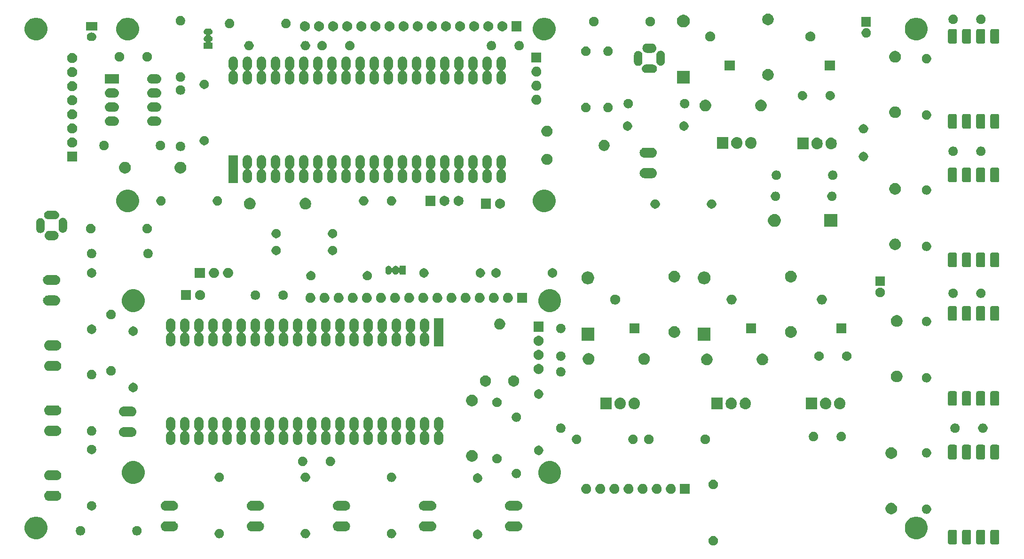
<source format=gbr>
G04 #@! TF.GenerationSoftware,KiCad,Pcbnew,(5.1.5-0-10_14)*
G04 #@! TF.CreationDate,2020-04-26T17:44:24+02:00*
G04 #@! TF.ProjectId,Main_Board_v1,4d61696e-5f42-46f6-9172-645f76312e6b,rev?*
G04 #@! TF.SameCoordinates,Original*
G04 #@! TF.FileFunction,Soldermask,Top*
G04 #@! TF.FilePolarity,Negative*
%FSLAX46Y46*%
G04 Gerber Fmt 4.6, Leading zero omitted, Abs format (unit mm)*
G04 Created by KiCad (PCBNEW (5.1.5-0-10_14)) date 2020-04-26 17:44:24*
%MOMM*%
%LPD*%
G04 APERTURE LIST*
%ADD10C,0.100000*%
G04 APERTURE END LIST*
D10*
G36*
X153556082Y-128351086D02*
G01*
X153710954Y-128415236D01*
X153850335Y-128508368D01*
X153968869Y-128626902D01*
X154062001Y-128766283D01*
X154126151Y-128921155D01*
X154158854Y-129085567D01*
X154158854Y-129253199D01*
X154126151Y-129417611D01*
X154062001Y-129572483D01*
X153968869Y-129711864D01*
X153850335Y-129830398D01*
X153710954Y-129923530D01*
X153556082Y-129987680D01*
X153391670Y-130020383D01*
X153224038Y-130020383D01*
X153059626Y-129987680D01*
X152904754Y-129923530D01*
X152765373Y-129830398D01*
X152646839Y-129711864D01*
X152553707Y-129572483D01*
X152489557Y-129417611D01*
X152456854Y-129253199D01*
X152456854Y-129085567D01*
X152489557Y-128921155D01*
X152553707Y-128766283D01*
X152646839Y-128626902D01*
X152765373Y-128508368D01*
X152904754Y-128415236D01*
X153059626Y-128351086D01*
X153224038Y-128318383D01*
X153391670Y-128318383D01*
X153556082Y-128351086D01*
G37*
G36*
X202005847Y-127190086D02*
G01*
X202070265Y-127209627D01*
X202129635Y-127241361D01*
X202181671Y-127284066D01*
X202224376Y-127336102D01*
X202256110Y-127395472D01*
X202275651Y-127459890D01*
X202282854Y-127533023D01*
X202282854Y-129474743D01*
X202275651Y-129547876D01*
X202256110Y-129612294D01*
X202224376Y-129671664D01*
X202181671Y-129723700D01*
X202129635Y-129766405D01*
X202070265Y-129798139D01*
X202005847Y-129817680D01*
X201932714Y-129824883D01*
X201006994Y-129824883D01*
X200933861Y-129817680D01*
X200869443Y-129798139D01*
X200810073Y-129766405D01*
X200758037Y-129723700D01*
X200715332Y-129671664D01*
X200683598Y-129612294D01*
X200664057Y-129547876D01*
X200656854Y-129474743D01*
X200656854Y-127533023D01*
X200664057Y-127459890D01*
X200683598Y-127395472D01*
X200715332Y-127336102D01*
X200758037Y-127284066D01*
X200810073Y-127241361D01*
X200869443Y-127209627D01*
X200933861Y-127190086D01*
X201006994Y-127182883D01*
X201932714Y-127182883D01*
X202005847Y-127190086D01*
G37*
G36*
X199465847Y-127190086D02*
G01*
X199530265Y-127209627D01*
X199589635Y-127241361D01*
X199641671Y-127284066D01*
X199684376Y-127336102D01*
X199716110Y-127395472D01*
X199735651Y-127459890D01*
X199742854Y-127533023D01*
X199742854Y-129474743D01*
X199735651Y-129547876D01*
X199716110Y-129612294D01*
X199684376Y-129671664D01*
X199641671Y-129723700D01*
X199589635Y-129766405D01*
X199530265Y-129798139D01*
X199465847Y-129817680D01*
X199392714Y-129824883D01*
X198466994Y-129824883D01*
X198393861Y-129817680D01*
X198329443Y-129798139D01*
X198270073Y-129766405D01*
X198218037Y-129723700D01*
X198175332Y-129671664D01*
X198143598Y-129612294D01*
X198124057Y-129547876D01*
X198116854Y-129474743D01*
X198116854Y-127533023D01*
X198124057Y-127459890D01*
X198143598Y-127395472D01*
X198175332Y-127336102D01*
X198218037Y-127284066D01*
X198270073Y-127241361D01*
X198329443Y-127209627D01*
X198393861Y-127190086D01*
X198466994Y-127182883D01*
X199392714Y-127182883D01*
X199465847Y-127190086D01*
G37*
G36*
X196925847Y-127190086D02*
G01*
X196990265Y-127209627D01*
X197049635Y-127241361D01*
X197101671Y-127284066D01*
X197144376Y-127336102D01*
X197176110Y-127395472D01*
X197195651Y-127459890D01*
X197202854Y-127533023D01*
X197202854Y-129474743D01*
X197195651Y-129547876D01*
X197176110Y-129612294D01*
X197144376Y-129671664D01*
X197101671Y-129723700D01*
X197049635Y-129766405D01*
X196990265Y-129798139D01*
X196925847Y-129817680D01*
X196852714Y-129824883D01*
X195926994Y-129824883D01*
X195853861Y-129817680D01*
X195789443Y-129798139D01*
X195730073Y-129766405D01*
X195678037Y-129723700D01*
X195635332Y-129671664D01*
X195603598Y-129612294D01*
X195584057Y-129547876D01*
X195576854Y-129474743D01*
X195576854Y-127533023D01*
X195584057Y-127459890D01*
X195603598Y-127395472D01*
X195635332Y-127336102D01*
X195678037Y-127284066D01*
X195730073Y-127241361D01*
X195789443Y-127209627D01*
X195853861Y-127190086D01*
X195926994Y-127182883D01*
X196852714Y-127182883D01*
X196925847Y-127190086D01*
G37*
G36*
X204545847Y-127190086D02*
G01*
X204610265Y-127209627D01*
X204669635Y-127241361D01*
X204721671Y-127284066D01*
X204764376Y-127336102D01*
X204796110Y-127395472D01*
X204815651Y-127459890D01*
X204822854Y-127533023D01*
X204822854Y-129474743D01*
X204815651Y-129547876D01*
X204796110Y-129612294D01*
X204764376Y-129671664D01*
X204721671Y-129723700D01*
X204669635Y-129766405D01*
X204610265Y-129798139D01*
X204545847Y-129817680D01*
X204472714Y-129824883D01*
X203546994Y-129824883D01*
X203473861Y-129817680D01*
X203409443Y-129798139D01*
X203350073Y-129766405D01*
X203298037Y-129723700D01*
X203255332Y-129671664D01*
X203223598Y-129612294D01*
X203204057Y-129547876D01*
X203196854Y-129474743D01*
X203196854Y-127533023D01*
X203204057Y-127459890D01*
X203223598Y-127395472D01*
X203255332Y-127336102D01*
X203298037Y-127284066D01*
X203350073Y-127241361D01*
X203409443Y-127209627D01*
X203473861Y-127190086D01*
X203546994Y-127182883D01*
X204472714Y-127182883D01*
X204545847Y-127190086D01*
G37*
G36*
X190456108Y-124897201D02*
G01*
X190829365Y-125051809D01*
X190829367Y-125051810D01*
X191165290Y-125276267D01*
X191450970Y-125561947D01*
X191621127Y-125816604D01*
X191675428Y-125897872D01*
X191830036Y-126271129D01*
X191908854Y-126667376D01*
X191908854Y-127071390D01*
X191830036Y-127467637D01*
X191698345Y-127785567D01*
X191675427Y-127840896D01*
X191450970Y-128176819D01*
X191165290Y-128462499D01*
X190829367Y-128686956D01*
X190829366Y-128686957D01*
X190829365Y-128686957D01*
X190456108Y-128841565D01*
X190059861Y-128920383D01*
X189655847Y-128920383D01*
X189259600Y-128841565D01*
X188886343Y-128686957D01*
X188886342Y-128686957D01*
X188886341Y-128686956D01*
X188550418Y-128462499D01*
X188264738Y-128176819D01*
X188040281Y-127840896D01*
X188017363Y-127785567D01*
X187885672Y-127467637D01*
X187806854Y-127071390D01*
X187806854Y-126667376D01*
X187885672Y-126271129D01*
X188040280Y-125897872D01*
X188094582Y-125816604D01*
X188264738Y-125561947D01*
X188550418Y-125276267D01*
X188886341Y-125051810D01*
X188886343Y-125051809D01*
X189259600Y-124897201D01*
X189655847Y-124818383D01*
X190059861Y-124818383D01*
X190456108Y-124897201D01*
G37*
G36*
X31956108Y-124897201D02*
G01*
X32329365Y-125051809D01*
X32329367Y-125051810D01*
X32665290Y-125276267D01*
X32950970Y-125561947D01*
X33121127Y-125816604D01*
X33175428Y-125897872D01*
X33330036Y-126271129D01*
X33408854Y-126667376D01*
X33408854Y-127071390D01*
X33330036Y-127467637D01*
X33198345Y-127785567D01*
X33175427Y-127840896D01*
X32950970Y-128176819D01*
X32665290Y-128462499D01*
X32329367Y-128686956D01*
X32329366Y-128686957D01*
X32329365Y-128686957D01*
X31956108Y-128841565D01*
X31559861Y-128920383D01*
X31155847Y-128920383D01*
X30759600Y-128841565D01*
X30386343Y-128686957D01*
X30386342Y-128686957D01*
X30386341Y-128686956D01*
X30050418Y-128462499D01*
X29764738Y-128176819D01*
X29540281Y-127840896D01*
X29517363Y-127785567D01*
X29385672Y-127467637D01*
X29306854Y-127071390D01*
X29306854Y-126667376D01*
X29385672Y-126271129D01*
X29540280Y-125897872D01*
X29594582Y-125816604D01*
X29764738Y-125561947D01*
X30050418Y-125276267D01*
X30386341Y-125051810D01*
X30386343Y-125051809D01*
X30759600Y-124897201D01*
X31155847Y-124818383D01*
X31559861Y-124818383D01*
X31956108Y-124897201D01*
G37*
G36*
X111106082Y-127211086D02*
G01*
X111260954Y-127275236D01*
X111400335Y-127368368D01*
X111518869Y-127486902D01*
X111612001Y-127626283D01*
X111676151Y-127781155D01*
X111708854Y-127945567D01*
X111708854Y-128113199D01*
X111676151Y-128277611D01*
X111612001Y-128432483D01*
X111518869Y-128571864D01*
X111400335Y-128690398D01*
X111260954Y-128783530D01*
X111106082Y-128847680D01*
X110941670Y-128880383D01*
X110774038Y-128880383D01*
X110609626Y-128847680D01*
X110454754Y-128783530D01*
X110315373Y-128690398D01*
X110196839Y-128571864D01*
X110103707Y-128432483D01*
X110039557Y-128277611D01*
X110006854Y-128113199D01*
X110006854Y-127945567D01*
X110039557Y-127781155D01*
X110103707Y-127626283D01*
X110196839Y-127486902D01*
X110315373Y-127368368D01*
X110454754Y-127275236D01*
X110609626Y-127211086D01*
X110774038Y-127178383D01*
X110941670Y-127178383D01*
X111106082Y-127211086D01*
G37*
G36*
X95606082Y-127051086D02*
G01*
X95760954Y-127115236D01*
X95900335Y-127208368D01*
X96018869Y-127326902D01*
X96112001Y-127466283D01*
X96176151Y-127621155D01*
X96208854Y-127785567D01*
X96208854Y-127953199D01*
X96176151Y-128117611D01*
X96112001Y-128272483D01*
X96018869Y-128411864D01*
X95900335Y-128530398D01*
X95760954Y-128623530D01*
X95606082Y-128687680D01*
X95441670Y-128720383D01*
X95274038Y-128720383D01*
X95109626Y-128687680D01*
X94954754Y-128623530D01*
X94815373Y-128530398D01*
X94696839Y-128411864D01*
X94603707Y-128272483D01*
X94539557Y-128117611D01*
X94506854Y-127953199D01*
X94506854Y-127785567D01*
X94539557Y-127621155D01*
X94603707Y-127466283D01*
X94696839Y-127326902D01*
X94815373Y-127208368D01*
X94954754Y-127115236D01*
X95109626Y-127051086D01*
X95274038Y-127018383D01*
X95441670Y-127018383D01*
X95606082Y-127051086D01*
G37*
G36*
X80106082Y-127051086D02*
G01*
X80260954Y-127115236D01*
X80400335Y-127208368D01*
X80518869Y-127326902D01*
X80612001Y-127466283D01*
X80676151Y-127621155D01*
X80708854Y-127785567D01*
X80708854Y-127953199D01*
X80676151Y-128117611D01*
X80612001Y-128272483D01*
X80518869Y-128411864D01*
X80400335Y-128530398D01*
X80260954Y-128623530D01*
X80106082Y-128687680D01*
X79941670Y-128720383D01*
X79774038Y-128720383D01*
X79609626Y-128687680D01*
X79454754Y-128623530D01*
X79315373Y-128530398D01*
X79196839Y-128411864D01*
X79103707Y-128272483D01*
X79039557Y-128117611D01*
X79006854Y-127953199D01*
X79006854Y-127785567D01*
X79039557Y-127621155D01*
X79103707Y-127466283D01*
X79196839Y-127326902D01*
X79315373Y-127208368D01*
X79454754Y-127115236D01*
X79609626Y-127051086D01*
X79774038Y-127018383D01*
X79941670Y-127018383D01*
X80106082Y-127051086D01*
G37*
G36*
X64606082Y-127051086D02*
G01*
X64760954Y-127115236D01*
X64900335Y-127208368D01*
X65018869Y-127326902D01*
X65112001Y-127466283D01*
X65176151Y-127621155D01*
X65208854Y-127785567D01*
X65208854Y-127953199D01*
X65176151Y-128117611D01*
X65112001Y-128272483D01*
X65018869Y-128411864D01*
X64900335Y-128530398D01*
X64760954Y-128623530D01*
X64606082Y-128687680D01*
X64441670Y-128720383D01*
X64274038Y-128720383D01*
X64109626Y-128687680D01*
X63954754Y-128623530D01*
X63815373Y-128530398D01*
X63696839Y-128411864D01*
X63603707Y-128272483D01*
X63539557Y-128117611D01*
X63506854Y-127953199D01*
X63506854Y-127785567D01*
X63539557Y-127621155D01*
X63603707Y-127466283D01*
X63696839Y-127326902D01*
X63815373Y-127208368D01*
X63954754Y-127115236D01*
X64109626Y-127051086D01*
X64274038Y-127018383D01*
X64441670Y-127018383D01*
X64606082Y-127051086D01*
G37*
G36*
X49766082Y-126551086D02*
G01*
X49920954Y-126615236D01*
X50060335Y-126708368D01*
X50178869Y-126826902D01*
X50272001Y-126966283D01*
X50336151Y-127121155D01*
X50368854Y-127285567D01*
X50368854Y-127453199D01*
X50336151Y-127617611D01*
X50272001Y-127772483D01*
X50178869Y-127911864D01*
X50060335Y-128030398D01*
X49920954Y-128123530D01*
X49766082Y-128187680D01*
X49601670Y-128220383D01*
X49434038Y-128220383D01*
X49269626Y-128187680D01*
X49114754Y-128123530D01*
X48975373Y-128030398D01*
X48856839Y-127911864D01*
X48763707Y-127772483D01*
X48699557Y-127617611D01*
X48666854Y-127453199D01*
X48666854Y-127285567D01*
X48699557Y-127121155D01*
X48763707Y-126966283D01*
X48856839Y-126826902D01*
X48975373Y-126708368D01*
X49114754Y-126615236D01*
X49269626Y-126551086D01*
X49434038Y-126518383D01*
X49601670Y-126518383D01*
X49766082Y-126551086D01*
G37*
G36*
X39606082Y-126551086D02*
G01*
X39760954Y-126615236D01*
X39900335Y-126708368D01*
X40018869Y-126826902D01*
X40112001Y-126966283D01*
X40176151Y-127121155D01*
X40208854Y-127285567D01*
X40208854Y-127453199D01*
X40176151Y-127617611D01*
X40112001Y-127772483D01*
X40018869Y-127911864D01*
X39900335Y-128030398D01*
X39760954Y-128123530D01*
X39606082Y-128187680D01*
X39441670Y-128220383D01*
X39274038Y-128220383D01*
X39109626Y-128187680D01*
X38954754Y-128123530D01*
X38815373Y-128030398D01*
X38696839Y-127911864D01*
X38603707Y-127772483D01*
X38539557Y-127617611D01*
X38506854Y-127453199D01*
X38506854Y-127285567D01*
X38539557Y-127121155D01*
X38603707Y-126966283D01*
X38696839Y-126826902D01*
X38815373Y-126708368D01*
X38954754Y-126615236D01*
X39109626Y-126551086D01*
X39274038Y-126518383D01*
X39441670Y-126518383D01*
X39606082Y-126551086D01*
G37*
G36*
X118118296Y-125674901D02*
G01*
X118184481Y-125681420D01*
X118354320Y-125732940D01*
X118510845Y-125816605D01*
X118546583Y-125845935D01*
X118648040Y-125929197D01*
X118731302Y-126030654D01*
X118760632Y-126066392D01*
X118844297Y-126222917D01*
X118895817Y-126392756D01*
X118913213Y-126569383D01*
X118895817Y-126746010D01*
X118844297Y-126915849D01*
X118760632Y-127072374D01*
X118731302Y-127108112D01*
X118648040Y-127209569D01*
X118546583Y-127292831D01*
X118510845Y-127322161D01*
X118354320Y-127405826D01*
X118184481Y-127457346D01*
X118118297Y-127463864D01*
X118052114Y-127470383D01*
X116663594Y-127470383D01*
X116597411Y-127463864D01*
X116531227Y-127457346D01*
X116361388Y-127405826D01*
X116204863Y-127322161D01*
X116169125Y-127292831D01*
X116067668Y-127209569D01*
X115984406Y-127108112D01*
X115955076Y-127072374D01*
X115871411Y-126915849D01*
X115819891Y-126746010D01*
X115802495Y-126569383D01*
X115819891Y-126392756D01*
X115871411Y-126222917D01*
X115955076Y-126066392D01*
X115984406Y-126030654D01*
X116067668Y-125929197D01*
X116169125Y-125845935D01*
X116204863Y-125816605D01*
X116361388Y-125732940D01*
X116531227Y-125681420D01*
X116597412Y-125674901D01*
X116663594Y-125668383D01*
X118052114Y-125668383D01*
X118118296Y-125674901D01*
G37*
G36*
X102618296Y-125674901D02*
G01*
X102684481Y-125681420D01*
X102854320Y-125732940D01*
X103010845Y-125816605D01*
X103046583Y-125845935D01*
X103148040Y-125929197D01*
X103231302Y-126030654D01*
X103260632Y-126066392D01*
X103344297Y-126222917D01*
X103395817Y-126392756D01*
X103413213Y-126569383D01*
X103395817Y-126746010D01*
X103344297Y-126915849D01*
X103260632Y-127072374D01*
X103231302Y-127108112D01*
X103148040Y-127209569D01*
X103046583Y-127292831D01*
X103010845Y-127322161D01*
X102854320Y-127405826D01*
X102684481Y-127457346D01*
X102618297Y-127463864D01*
X102552114Y-127470383D01*
X101163594Y-127470383D01*
X101097411Y-127463864D01*
X101031227Y-127457346D01*
X100861388Y-127405826D01*
X100704863Y-127322161D01*
X100669125Y-127292831D01*
X100567668Y-127209569D01*
X100484406Y-127108112D01*
X100455076Y-127072374D01*
X100371411Y-126915849D01*
X100319891Y-126746010D01*
X100302495Y-126569383D01*
X100319891Y-126392756D01*
X100371411Y-126222917D01*
X100455076Y-126066392D01*
X100484406Y-126030654D01*
X100567668Y-125929197D01*
X100669125Y-125845935D01*
X100704863Y-125816605D01*
X100861388Y-125732940D01*
X101031227Y-125681420D01*
X101097412Y-125674901D01*
X101163594Y-125668383D01*
X102552114Y-125668383D01*
X102618296Y-125674901D01*
G37*
G36*
X87118296Y-125674901D02*
G01*
X87184481Y-125681420D01*
X87354320Y-125732940D01*
X87510845Y-125816605D01*
X87546583Y-125845935D01*
X87648040Y-125929197D01*
X87731302Y-126030654D01*
X87760632Y-126066392D01*
X87844297Y-126222917D01*
X87895817Y-126392756D01*
X87913213Y-126569383D01*
X87895817Y-126746010D01*
X87844297Y-126915849D01*
X87760632Y-127072374D01*
X87731302Y-127108112D01*
X87648040Y-127209569D01*
X87546583Y-127292831D01*
X87510845Y-127322161D01*
X87354320Y-127405826D01*
X87184481Y-127457346D01*
X87118297Y-127463864D01*
X87052114Y-127470383D01*
X85663594Y-127470383D01*
X85597411Y-127463864D01*
X85531227Y-127457346D01*
X85361388Y-127405826D01*
X85204863Y-127322161D01*
X85169125Y-127292831D01*
X85067668Y-127209569D01*
X84984406Y-127108112D01*
X84955076Y-127072374D01*
X84871411Y-126915849D01*
X84819891Y-126746010D01*
X84802495Y-126569383D01*
X84819891Y-126392756D01*
X84871411Y-126222917D01*
X84955076Y-126066392D01*
X84984406Y-126030654D01*
X85067668Y-125929197D01*
X85169125Y-125845935D01*
X85204863Y-125816605D01*
X85361388Y-125732940D01*
X85531227Y-125681420D01*
X85597412Y-125674901D01*
X85663594Y-125668383D01*
X87052114Y-125668383D01*
X87118296Y-125674901D01*
G37*
G36*
X71618296Y-125674901D02*
G01*
X71684481Y-125681420D01*
X71854320Y-125732940D01*
X72010845Y-125816605D01*
X72046583Y-125845935D01*
X72148040Y-125929197D01*
X72231302Y-126030654D01*
X72260632Y-126066392D01*
X72344297Y-126222917D01*
X72395817Y-126392756D01*
X72413213Y-126569383D01*
X72395817Y-126746010D01*
X72344297Y-126915849D01*
X72260632Y-127072374D01*
X72231302Y-127108112D01*
X72148040Y-127209569D01*
X72046583Y-127292831D01*
X72010845Y-127322161D01*
X71854320Y-127405826D01*
X71684481Y-127457346D01*
X71618297Y-127463864D01*
X71552114Y-127470383D01*
X70163594Y-127470383D01*
X70097411Y-127463864D01*
X70031227Y-127457346D01*
X69861388Y-127405826D01*
X69704863Y-127322161D01*
X69669125Y-127292831D01*
X69567668Y-127209569D01*
X69484406Y-127108112D01*
X69455076Y-127072374D01*
X69371411Y-126915849D01*
X69319891Y-126746010D01*
X69302495Y-126569383D01*
X69319891Y-126392756D01*
X69371411Y-126222917D01*
X69455076Y-126066392D01*
X69484406Y-126030654D01*
X69567668Y-125929197D01*
X69669125Y-125845935D01*
X69704863Y-125816605D01*
X69861388Y-125732940D01*
X70031227Y-125681420D01*
X70097412Y-125674901D01*
X70163594Y-125668383D01*
X71552114Y-125668383D01*
X71618296Y-125674901D01*
G37*
G36*
X56118296Y-125674901D02*
G01*
X56184481Y-125681420D01*
X56354320Y-125732940D01*
X56510845Y-125816605D01*
X56546583Y-125845935D01*
X56648040Y-125929197D01*
X56731302Y-126030654D01*
X56760632Y-126066392D01*
X56844297Y-126222917D01*
X56895817Y-126392756D01*
X56913213Y-126569383D01*
X56895817Y-126746010D01*
X56844297Y-126915849D01*
X56760632Y-127072374D01*
X56731302Y-127108112D01*
X56648040Y-127209569D01*
X56546583Y-127292831D01*
X56510845Y-127322161D01*
X56354320Y-127405826D01*
X56184481Y-127457346D01*
X56118297Y-127463864D01*
X56052114Y-127470383D01*
X54663594Y-127470383D01*
X54597411Y-127463864D01*
X54531227Y-127457346D01*
X54361388Y-127405826D01*
X54204863Y-127322161D01*
X54169125Y-127292831D01*
X54067668Y-127209569D01*
X53984406Y-127108112D01*
X53955076Y-127072374D01*
X53871411Y-126915849D01*
X53819891Y-126746010D01*
X53802495Y-126569383D01*
X53819891Y-126392756D01*
X53871411Y-126222917D01*
X53955076Y-126066392D01*
X53984406Y-126030654D01*
X54067668Y-125929197D01*
X54169125Y-125845935D01*
X54204863Y-125816605D01*
X54361388Y-125732940D01*
X54531227Y-125681420D01*
X54597412Y-125674901D01*
X54663594Y-125668383D01*
X56052114Y-125668383D01*
X56118296Y-125674901D01*
G37*
G36*
X185664418Y-122358772D02*
G01*
X185855687Y-122437998D01*
X185855689Y-122437999D01*
X185898019Y-122466283D01*
X186027827Y-122553018D01*
X186174219Y-122699410D01*
X186289239Y-122871550D01*
X186368465Y-123062819D01*
X186408854Y-123265867D01*
X186408854Y-123472899D01*
X186368465Y-123675947D01*
X186329348Y-123770383D01*
X186289238Y-123867218D01*
X186174219Y-124039356D01*
X186027827Y-124185748D01*
X185855689Y-124300767D01*
X185855688Y-124300768D01*
X185855687Y-124300768D01*
X185664418Y-124379994D01*
X185461370Y-124420383D01*
X185254338Y-124420383D01*
X185051290Y-124379994D01*
X184860021Y-124300768D01*
X184860020Y-124300768D01*
X184860019Y-124300767D01*
X184687881Y-124185748D01*
X184541489Y-124039356D01*
X184426470Y-123867218D01*
X184386360Y-123770383D01*
X184347243Y-123675947D01*
X184306854Y-123472899D01*
X184306854Y-123265867D01*
X184347243Y-123062819D01*
X184426469Y-122871550D01*
X184541489Y-122699410D01*
X184687881Y-122553018D01*
X184817689Y-122466283D01*
X184860019Y-122437999D01*
X184860021Y-122437998D01*
X185051290Y-122358772D01*
X185254338Y-122318383D01*
X185461370Y-122318383D01*
X185664418Y-122358772D01*
G37*
G36*
X191956082Y-122651086D02*
G01*
X192110954Y-122715236D01*
X192250335Y-122808368D01*
X192368869Y-122926902D01*
X192462001Y-123066283D01*
X192526151Y-123221155D01*
X192558854Y-123385567D01*
X192558854Y-123553199D01*
X192526151Y-123717611D01*
X192462001Y-123872483D01*
X192368869Y-124011864D01*
X192250335Y-124130398D01*
X192110954Y-124223530D01*
X191956082Y-124287680D01*
X191791670Y-124320383D01*
X191624038Y-124320383D01*
X191459626Y-124287680D01*
X191304754Y-124223530D01*
X191165373Y-124130398D01*
X191046839Y-124011864D01*
X190953707Y-123872483D01*
X190889557Y-123717611D01*
X190856854Y-123553199D01*
X190856854Y-123385567D01*
X190889557Y-123221155D01*
X190953707Y-123066283D01*
X191046839Y-122926902D01*
X191165373Y-122808368D01*
X191304754Y-122715236D01*
X191459626Y-122651086D01*
X191624038Y-122618383D01*
X191791670Y-122618383D01*
X191956082Y-122651086D01*
G37*
G36*
X118118296Y-121974901D02*
G01*
X118184481Y-121981420D01*
X118354320Y-122032940D01*
X118510845Y-122116605D01*
X118546583Y-122145935D01*
X118648040Y-122229197D01*
X118721232Y-122318383D01*
X118760632Y-122366392D01*
X118844297Y-122522917D01*
X118895817Y-122692756D01*
X118913213Y-122869383D01*
X118895817Y-123046010D01*
X118844297Y-123215849D01*
X118760632Y-123372374D01*
X118731302Y-123408112D01*
X118648040Y-123509569D01*
X118546583Y-123592831D01*
X118510845Y-123622161D01*
X118354320Y-123705826D01*
X118184481Y-123757346D01*
X118118297Y-123763864D01*
X118052114Y-123770383D01*
X116663594Y-123770383D01*
X116597411Y-123763864D01*
X116531227Y-123757346D01*
X116361388Y-123705826D01*
X116204863Y-123622161D01*
X116169125Y-123592831D01*
X116067668Y-123509569D01*
X115984406Y-123408112D01*
X115955076Y-123372374D01*
X115871411Y-123215849D01*
X115819891Y-123046010D01*
X115802495Y-122869383D01*
X115819891Y-122692756D01*
X115871411Y-122522917D01*
X115955076Y-122366392D01*
X115994476Y-122318383D01*
X116067668Y-122229197D01*
X116169125Y-122145935D01*
X116204863Y-122116605D01*
X116361388Y-122032940D01*
X116531227Y-121981420D01*
X116597412Y-121974901D01*
X116663594Y-121968383D01*
X118052114Y-121968383D01*
X118118296Y-121974901D01*
G37*
G36*
X56118296Y-121974901D02*
G01*
X56184481Y-121981420D01*
X56354320Y-122032940D01*
X56510845Y-122116605D01*
X56546583Y-122145935D01*
X56648040Y-122229197D01*
X56721232Y-122318383D01*
X56760632Y-122366392D01*
X56844297Y-122522917D01*
X56895817Y-122692756D01*
X56913213Y-122869383D01*
X56895817Y-123046010D01*
X56844297Y-123215849D01*
X56760632Y-123372374D01*
X56731302Y-123408112D01*
X56648040Y-123509569D01*
X56546583Y-123592831D01*
X56510845Y-123622161D01*
X56354320Y-123705826D01*
X56184481Y-123757346D01*
X56118297Y-123763864D01*
X56052114Y-123770383D01*
X54663594Y-123770383D01*
X54597411Y-123763864D01*
X54531227Y-123757346D01*
X54361388Y-123705826D01*
X54204863Y-123622161D01*
X54169125Y-123592831D01*
X54067668Y-123509569D01*
X53984406Y-123408112D01*
X53955076Y-123372374D01*
X53871411Y-123215849D01*
X53819891Y-123046010D01*
X53802495Y-122869383D01*
X53819891Y-122692756D01*
X53871411Y-122522917D01*
X53955076Y-122366392D01*
X53994476Y-122318383D01*
X54067668Y-122229197D01*
X54169125Y-122145935D01*
X54204863Y-122116605D01*
X54361388Y-122032940D01*
X54531227Y-121981420D01*
X54597412Y-121974901D01*
X54663594Y-121968383D01*
X56052114Y-121968383D01*
X56118296Y-121974901D01*
G37*
G36*
X87118296Y-121974901D02*
G01*
X87184481Y-121981420D01*
X87354320Y-122032940D01*
X87510845Y-122116605D01*
X87546583Y-122145935D01*
X87648040Y-122229197D01*
X87721232Y-122318383D01*
X87760632Y-122366392D01*
X87844297Y-122522917D01*
X87895817Y-122692756D01*
X87913213Y-122869383D01*
X87895817Y-123046010D01*
X87844297Y-123215849D01*
X87760632Y-123372374D01*
X87731302Y-123408112D01*
X87648040Y-123509569D01*
X87546583Y-123592831D01*
X87510845Y-123622161D01*
X87354320Y-123705826D01*
X87184481Y-123757346D01*
X87118297Y-123763864D01*
X87052114Y-123770383D01*
X85663594Y-123770383D01*
X85597411Y-123763864D01*
X85531227Y-123757346D01*
X85361388Y-123705826D01*
X85204863Y-123622161D01*
X85169125Y-123592831D01*
X85067668Y-123509569D01*
X84984406Y-123408112D01*
X84955076Y-123372374D01*
X84871411Y-123215849D01*
X84819891Y-123046010D01*
X84802495Y-122869383D01*
X84819891Y-122692756D01*
X84871411Y-122522917D01*
X84955076Y-122366392D01*
X84994476Y-122318383D01*
X85067668Y-122229197D01*
X85169125Y-122145935D01*
X85204863Y-122116605D01*
X85361388Y-122032940D01*
X85531227Y-121981420D01*
X85597412Y-121974901D01*
X85663594Y-121968383D01*
X87052114Y-121968383D01*
X87118296Y-121974901D01*
G37*
G36*
X102618296Y-121974901D02*
G01*
X102684481Y-121981420D01*
X102854320Y-122032940D01*
X103010845Y-122116605D01*
X103046583Y-122145935D01*
X103148040Y-122229197D01*
X103221232Y-122318383D01*
X103260632Y-122366392D01*
X103344297Y-122522917D01*
X103395817Y-122692756D01*
X103413213Y-122869383D01*
X103395817Y-123046010D01*
X103344297Y-123215849D01*
X103260632Y-123372374D01*
X103231302Y-123408112D01*
X103148040Y-123509569D01*
X103046583Y-123592831D01*
X103010845Y-123622161D01*
X102854320Y-123705826D01*
X102684481Y-123757346D01*
X102618297Y-123763864D01*
X102552114Y-123770383D01*
X101163594Y-123770383D01*
X101097411Y-123763864D01*
X101031227Y-123757346D01*
X100861388Y-123705826D01*
X100704863Y-123622161D01*
X100669125Y-123592831D01*
X100567668Y-123509569D01*
X100484406Y-123408112D01*
X100455076Y-123372374D01*
X100371411Y-123215849D01*
X100319891Y-123046010D01*
X100302495Y-122869383D01*
X100319891Y-122692756D01*
X100371411Y-122522917D01*
X100455076Y-122366392D01*
X100494476Y-122318383D01*
X100567668Y-122229197D01*
X100669125Y-122145935D01*
X100704863Y-122116605D01*
X100861388Y-122032940D01*
X101031227Y-121981420D01*
X101097412Y-121974901D01*
X101163594Y-121968383D01*
X102552114Y-121968383D01*
X102618296Y-121974901D01*
G37*
G36*
X71618296Y-121974901D02*
G01*
X71684481Y-121981420D01*
X71854320Y-122032940D01*
X72010845Y-122116605D01*
X72046583Y-122145935D01*
X72148040Y-122229197D01*
X72221232Y-122318383D01*
X72260632Y-122366392D01*
X72344297Y-122522917D01*
X72395817Y-122692756D01*
X72413213Y-122869383D01*
X72395817Y-123046010D01*
X72344297Y-123215849D01*
X72260632Y-123372374D01*
X72231302Y-123408112D01*
X72148040Y-123509569D01*
X72046583Y-123592831D01*
X72010845Y-123622161D01*
X71854320Y-123705826D01*
X71684481Y-123757346D01*
X71618297Y-123763864D01*
X71552114Y-123770383D01*
X70163594Y-123770383D01*
X70097411Y-123763864D01*
X70031227Y-123757346D01*
X69861388Y-123705826D01*
X69704863Y-123622161D01*
X69669125Y-123592831D01*
X69567668Y-123509569D01*
X69484406Y-123408112D01*
X69455076Y-123372374D01*
X69371411Y-123215849D01*
X69319891Y-123046010D01*
X69302495Y-122869383D01*
X69319891Y-122692756D01*
X69371411Y-122522917D01*
X69455076Y-122366392D01*
X69494476Y-122318383D01*
X69567668Y-122229197D01*
X69669125Y-122145935D01*
X69704863Y-122116605D01*
X69861388Y-122032940D01*
X70031227Y-121981420D01*
X70097412Y-121974901D01*
X70163594Y-121968383D01*
X71552114Y-121968383D01*
X71618296Y-121974901D01*
G37*
G36*
X41606082Y-122051086D02*
G01*
X41760954Y-122115236D01*
X41900335Y-122208368D01*
X42018869Y-122326902D01*
X42112001Y-122466283D01*
X42176151Y-122621155D01*
X42208854Y-122785567D01*
X42208854Y-122953199D01*
X42176151Y-123117611D01*
X42112001Y-123272483D01*
X42018869Y-123411864D01*
X41900335Y-123530398D01*
X41760954Y-123623530D01*
X41606082Y-123687680D01*
X41441670Y-123720383D01*
X41274038Y-123720383D01*
X41109626Y-123687680D01*
X40954754Y-123623530D01*
X40815373Y-123530398D01*
X40696839Y-123411864D01*
X40603707Y-123272483D01*
X40539557Y-123117611D01*
X40506854Y-122953199D01*
X40506854Y-122785567D01*
X40539557Y-122621155D01*
X40603707Y-122466283D01*
X40696839Y-122326902D01*
X40815373Y-122208368D01*
X40954754Y-122115236D01*
X41109626Y-122051086D01*
X41274038Y-122018383D01*
X41441670Y-122018383D01*
X41606082Y-122051086D01*
G37*
G36*
X35118297Y-120174902D02*
G01*
X35184481Y-120181420D01*
X35354320Y-120232940D01*
X35510845Y-120316605D01*
X35546583Y-120345935D01*
X35648040Y-120429197D01*
X35721931Y-120519235D01*
X35760632Y-120566392D01*
X35760633Y-120566394D01*
X35824436Y-120685759D01*
X35844297Y-120722917D01*
X35895817Y-120892756D01*
X35913213Y-121069383D01*
X35895817Y-121246010D01*
X35844297Y-121415849D01*
X35760632Y-121572374D01*
X35731302Y-121608112D01*
X35648040Y-121709569D01*
X35546583Y-121792831D01*
X35510845Y-121822161D01*
X35354320Y-121905826D01*
X35184481Y-121957346D01*
X35118296Y-121963865D01*
X35052114Y-121970383D01*
X33663594Y-121970383D01*
X33597412Y-121963865D01*
X33531227Y-121957346D01*
X33361388Y-121905826D01*
X33204863Y-121822161D01*
X33169125Y-121792831D01*
X33067668Y-121709569D01*
X32984406Y-121608112D01*
X32955076Y-121572374D01*
X32871411Y-121415849D01*
X32819891Y-121246010D01*
X32802495Y-121069383D01*
X32819891Y-120892756D01*
X32871411Y-120722917D01*
X32891273Y-120685759D01*
X32955075Y-120566394D01*
X32955076Y-120566392D01*
X32993777Y-120519235D01*
X33067668Y-120429197D01*
X33169125Y-120345935D01*
X33204863Y-120316605D01*
X33361388Y-120232940D01*
X33531227Y-120181420D01*
X33597411Y-120174902D01*
X33663594Y-120168383D01*
X35052114Y-120168383D01*
X35118297Y-120174902D01*
G37*
G36*
X130541366Y-118923310D02*
G01*
X130690666Y-118953007D01*
X130854638Y-119020927D01*
X131002208Y-119119530D01*
X131127707Y-119245029D01*
X131226310Y-119392599D01*
X131294230Y-119556571D01*
X131328854Y-119730642D01*
X131328854Y-119908124D01*
X131294230Y-120082195D01*
X131226310Y-120246167D01*
X131127707Y-120393737D01*
X131002208Y-120519236D01*
X130854638Y-120617839D01*
X130690666Y-120685759D01*
X130541366Y-120715456D01*
X130516596Y-120720383D01*
X130339112Y-120720383D01*
X130314342Y-120715456D01*
X130165042Y-120685759D01*
X130001070Y-120617839D01*
X129853500Y-120519236D01*
X129728001Y-120393737D01*
X129629398Y-120246167D01*
X129561478Y-120082195D01*
X129526854Y-119908124D01*
X129526854Y-119730642D01*
X129561478Y-119556571D01*
X129629398Y-119392599D01*
X129728001Y-119245029D01*
X129853500Y-119119530D01*
X130001070Y-119020927D01*
X130165042Y-118953007D01*
X130314342Y-118923310D01*
X130339112Y-118918383D01*
X130516596Y-118918383D01*
X130541366Y-118923310D01*
G37*
G36*
X133081366Y-118923310D02*
G01*
X133230666Y-118953007D01*
X133394638Y-119020927D01*
X133542208Y-119119530D01*
X133667707Y-119245029D01*
X133766310Y-119392599D01*
X133834230Y-119556571D01*
X133868854Y-119730642D01*
X133868854Y-119908124D01*
X133834230Y-120082195D01*
X133766310Y-120246167D01*
X133667707Y-120393737D01*
X133542208Y-120519236D01*
X133394638Y-120617839D01*
X133230666Y-120685759D01*
X133081366Y-120715456D01*
X133056596Y-120720383D01*
X132879112Y-120720383D01*
X132854342Y-120715456D01*
X132705042Y-120685759D01*
X132541070Y-120617839D01*
X132393500Y-120519236D01*
X132268001Y-120393737D01*
X132169398Y-120246167D01*
X132101478Y-120082195D01*
X132066854Y-119908124D01*
X132066854Y-119730642D01*
X132101478Y-119556571D01*
X132169398Y-119392599D01*
X132268001Y-119245029D01*
X132393500Y-119119530D01*
X132541070Y-119020927D01*
X132705042Y-118953007D01*
X132854342Y-118923310D01*
X132879112Y-118918383D01*
X133056596Y-118918383D01*
X133081366Y-118923310D01*
G37*
G36*
X135621366Y-118923310D02*
G01*
X135770666Y-118953007D01*
X135934638Y-119020927D01*
X136082208Y-119119530D01*
X136207707Y-119245029D01*
X136306310Y-119392599D01*
X136374230Y-119556571D01*
X136408854Y-119730642D01*
X136408854Y-119908124D01*
X136374230Y-120082195D01*
X136306310Y-120246167D01*
X136207707Y-120393737D01*
X136082208Y-120519236D01*
X135934638Y-120617839D01*
X135770666Y-120685759D01*
X135621366Y-120715456D01*
X135596596Y-120720383D01*
X135419112Y-120720383D01*
X135394342Y-120715456D01*
X135245042Y-120685759D01*
X135081070Y-120617839D01*
X134933500Y-120519236D01*
X134808001Y-120393737D01*
X134709398Y-120246167D01*
X134641478Y-120082195D01*
X134606854Y-119908124D01*
X134606854Y-119730642D01*
X134641478Y-119556571D01*
X134709398Y-119392599D01*
X134808001Y-119245029D01*
X134933500Y-119119530D01*
X135081070Y-119020927D01*
X135245042Y-118953007D01*
X135394342Y-118923310D01*
X135419112Y-118918383D01*
X135596596Y-118918383D01*
X135621366Y-118923310D01*
G37*
G36*
X149108854Y-120720383D02*
G01*
X147306854Y-120720383D01*
X147306854Y-118918383D01*
X149108854Y-118918383D01*
X149108854Y-120720383D01*
G37*
G36*
X140701366Y-118923310D02*
G01*
X140850666Y-118953007D01*
X141014638Y-119020927D01*
X141162208Y-119119530D01*
X141287707Y-119245029D01*
X141386310Y-119392599D01*
X141454230Y-119556571D01*
X141488854Y-119730642D01*
X141488854Y-119908124D01*
X141454230Y-120082195D01*
X141386310Y-120246167D01*
X141287707Y-120393737D01*
X141162208Y-120519236D01*
X141014638Y-120617839D01*
X140850666Y-120685759D01*
X140701366Y-120715456D01*
X140676596Y-120720383D01*
X140499112Y-120720383D01*
X140474342Y-120715456D01*
X140325042Y-120685759D01*
X140161070Y-120617839D01*
X140013500Y-120519236D01*
X139888001Y-120393737D01*
X139789398Y-120246167D01*
X139721478Y-120082195D01*
X139686854Y-119908124D01*
X139686854Y-119730642D01*
X139721478Y-119556571D01*
X139789398Y-119392599D01*
X139888001Y-119245029D01*
X140013500Y-119119530D01*
X140161070Y-119020927D01*
X140325042Y-118953007D01*
X140474342Y-118923310D01*
X140499112Y-118918383D01*
X140676596Y-118918383D01*
X140701366Y-118923310D01*
G37*
G36*
X143241366Y-118923310D02*
G01*
X143390666Y-118953007D01*
X143554638Y-119020927D01*
X143702208Y-119119530D01*
X143827707Y-119245029D01*
X143926310Y-119392599D01*
X143994230Y-119556571D01*
X144028854Y-119730642D01*
X144028854Y-119908124D01*
X143994230Y-120082195D01*
X143926310Y-120246167D01*
X143827707Y-120393737D01*
X143702208Y-120519236D01*
X143554638Y-120617839D01*
X143390666Y-120685759D01*
X143241366Y-120715456D01*
X143216596Y-120720383D01*
X143039112Y-120720383D01*
X143014342Y-120715456D01*
X142865042Y-120685759D01*
X142701070Y-120617839D01*
X142553500Y-120519236D01*
X142428001Y-120393737D01*
X142329398Y-120246167D01*
X142261478Y-120082195D01*
X142226854Y-119908124D01*
X142226854Y-119730642D01*
X142261478Y-119556571D01*
X142329398Y-119392599D01*
X142428001Y-119245029D01*
X142553500Y-119119530D01*
X142701070Y-119020927D01*
X142865042Y-118953007D01*
X143014342Y-118923310D01*
X143039112Y-118918383D01*
X143216596Y-118918383D01*
X143241366Y-118923310D01*
G37*
G36*
X145781366Y-118923310D02*
G01*
X145930666Y-118953007D01*
X146094638Y-119020927D01*
X146242208Y-119119530D01*
X146367707Y-119245029D01*
X146466310Y-119392599D01*
X146534230Y-119556571D01*
X146568854Y-119730642D01*
X146568854Y-119908124D01*
X146534230Y-120082195D01*
X146466310Y-120246167D01*
X146367707Y-120393737D01*
X146242208Y-120519236D01*
X146094638Y-120617839D01*
X145930666Y-120685759D01*
X145781366Y-120715456D01*
X145756596Y-120720383D01*
X145579112Y-120720383D01*
X145554342Y-120715456D01*
X145405042Y-120685759D01*
X145241070Y-120617839D01*
X145093500Y-120519236D01*
X144968001Y-120393737D01*
X144869398Y-120246167D01*
X144801478Y-120082195D01*
X144766854Y-119908124D01*
X144766854Y-119730642D01*
X144801478Y-119556571D01*
X144869398Y-119392599D01*
X144968001Y-119245029D01*
X145093500Y-119119530D01*
X145241070Y-119020927D01*
X145405042Y-118953007D01*
X145554342Y-118923310D01*
X145579112Y-118918383D01*
X145756596Y-118918383D01*
X145781366Y-118923310D01*
G37*
G36*
X138161366Y-118923310D02*
G01*
X138310666Y-118953007D01*
X138474638Y-119020927D01*
X138622208Y-119119530D01*
X138747707Y-119245029D01*
X138846310Y-119392599D01*
X138914230Y-119556571D01*
X138948854Y-119730642D01*
X138948854Y-119908124D01*
X138914230Y-120082195D01*
X138846310Y-120246167D01*
X138747707Y-120393737D01*
X138622208Y-120519236D01*
X138474638Y-120617839D01*
X138310666Y-120685759D01*
X138161366Y-120715456D01*
X138136596Y-120720383D01*
X137959112Y-120720383D01*
X137934342Y-120715456D01*
X137785042Y-120685759D01*
X137621070Y-120617839D01*
X137473500Y-120519236D01*
X137348001Y-120393737D01*
X137249398Y-120246167D01*
X137181478Y-120082195D01*
X137146854Y-119908124D01*
X137146854Y-119730642D01*
X137181478Y-119556571D01*
X137249398Y-119392599D01*
X137348001Y-119245029D01*
X137473500Y-119119530D01*
X137621070Y-119020927D01*
X137785042Y-118953007D01*
X137934342Y-118923310D01*
X137959112Y-118918383D01*
X138136596Y-118918383D01*
X138161366Y-118923310D01*
G37*
G36*
X153556082Y-118191086D02*
G01*
X153710954Y-118255236D01*
X153850335Y-118348368D01*
X153968869Y-118466902D01*
X154062001Y-118606283D01*
X154126151Y-118761155D01*
X154158854Y-118925567D01*
X154158854Y-119093199D01*
X154126151Y-119257611D01*
X154062001Y-119412483D01*
X153968869Y-119551864D01*
X153850335Y-119670398D01*
X153710954Y-119763530D01*
X153556082Y-119827680D01*
X153391670Y-119860383D01*
X153224038Y-119860383D01*
X153059626Y-119827680D01*
X152904754Y-119763530D01*
X152765373Y-119670398D01*
X152646839Y-119551864D01*
X152553707Y-119412483D01*
X152489557Y-119257611D01*
X152456854Y-119093199D01*
X152456854Y-118925567D01*
X152489557Y-118761155D01*
X152553707Y-118606283D01*
X152646839Y-118466902D01*
X152765373Y-118348368D01*
X152904754Y-118255236D01*
X153059626Y-118191086D01*
X153224038Y-118158383D01*
X153391670Y-118158383D01*
X153556082Y-118191086D01*
G37*
G36*
X124456108Y-114897201D02*
G01*
X124777674Y-115030398D01*
X124829367Y-115051810D01*
X125165290Y-115276267D01*
X125450970Y-115561947D01*
X125492119Y-115623530D01*
X125675428Y-115897872D01*
X125830036Y-116271129D01*
X125908854Y-116667376D01*
X125908854Y-117071390D01*
X125830036Y-117467637D01*
X125698345Y-117785567D01*
X125675427Y-117840896D01*
X125450970Y-118176819D01*
X125165290Y-118462499D01*
X124829367Y-118686956D01*
X124829366Y-118686957D01*
X124829365Y-118686957D01*
X124456108Y-118841565D01*
X124059861Y-118920383D01*
X123655847Y-118920383D01*
X123259600Y-118841565D01*
X122886343Y-118686957D01*
X122886342Y-118686957D01*
X122886341Y-118686956D01*
X122550418Y-118462499D01*
X122264738Y-118176819D01*
X122040281Y-117840896D01*
X122017363Y-117785567D01*
X121885672Y-117467637D01*
X121806854Y-117071390D01*
X121806854Y-116667376D01*
X121885672Y-116271129D01*
X122040280Y-115897872D01*
X122223590Y-115623530D01*
X122264738Y-115561947D01*
X122550418Y-115276267D01*
X122886341Y-115051810D01*
X122938034Y-115030398D01*
X123259600Y-114897201D01*
X123655847Y-114818383D01*
X124059861Y-114818383D01*
X124456108Y-114897201D01*
G37*
G36*
X49456108Y-114897201D02*
G01*
X49777674Y-115030398D01*
X49829367Y-115051810D01*
X50165290Y-115276267D01*
X50450970Y-115561947D01*
X50492119Y-115623530D01*
X50675428Y-115897872D01*
X50830036Y-116271129D01*
X50908854Y-116667376D01*
X50908854Y-117071390D01*
X50830036Y-117467637D01*
X50698345Y-117785567D01*
X50675427Y-117840896D01*
X50450970Y-118176819D01*
X50165290Y-118462499D01*
X49829367Y-118686956D01*
X49829366Y-118686957D01*
X49829365Y-118686957D01*
X49456108Y-118841565D01*
X49059861Y-118920383D01*
X48655847Y-118920383D01*
X48259600Y-118841565D01*
X47886343Y-118686957D01*
X47886342Y-118686957D01*
X47886341Y-118686956D01*
X47550418Y-118462499D01*
X47264738Y-118176819D01*
X47040281Y-117840896D01*
X47017363Y-117785567D01*
X46885672Y-117467637D01*
X46806854Y-117071390D01*
X46806854Y-116667376D01*
X46885672Y-116271129D01*
X47040280Y-115897872D01*
X47223590Y-115623530D01*
X47264738Y-115561947D01*
X47550418Y-115276267D01*
X47886341Y-115051810D01*
X47938034Y-115030398D01*
X48259600Y-114897201D01*
X48655847Y-114818383D01*
X49059861Y-114818383D01*
X49456108Y-114897201D01*
G37*
G36*
X111106082Y-117051086D02*
G01*
X111260954Y-117115236D01*
X111400335Y-117208368D01*
X111518869Y-117326902D01*
X111612001Y-117466283D01*
X111676151Y-117621155D01*
X111708854Y-117785567D01*
X111708854Y-117953199D01*
X111676151Y-118117611D01*
X111612001Y-118272483D01*
X111518869Y-118411864D01*
X111400335Y-118530398D01*
X111260954Y-118623530D01*
X111106082Y-118687680D01*
X110941670Y-118720383D01*
X110774038Y-118720383D01*
X110609626Y-118687680D01*
X110454754Y-118623530D01*
X110315373Y-118530398D01*
X110196839Y-118411864D01*
X110103707Y-118272483D01*
X110039557Y-118117611D01*
X110006854Y-117953199D01*
X110006854Y-117785567D01*
X110039557Y-117621155D01*
X110103707Y-117466283D01*
X110196839Y-117326902D01*
X110315373Y-117208368D01*
X110454754Y-117115236D01*
X110609626Y-117051086D01*
X110774038Y-117018383D01*
X110941670Y-117018383D01*
X111106082Y-117051086D01*
G37*
G36*
X95606082Y-116891086D02*
G01*
X95760954Y-116955236D01*
X95900335Y-117048368D01*
X96018869Y-117166902D01*
X96112001Y-117306283D01*
X96176151Y-117461155D01*
X96208854Y-117625567D01*
X96208854Y-117793199D01*
X96176151Y-117957611D01*
X96112001Y-118112483D01*
X96018869Y-118251864D01*
X95900335Y-118370398D01*
X95760954Y-118463530D01*
X95606082Y-118527680D01*
X95441670Y-118560383D01*
X95274038Y-118560383D01*
X95109626Y-118527680D01*
X94954754Y-118463530D01*
X94815373Y-118370398D01*
X94696839Y-118251864D01*
X94603707Y-118112483D01*
X94539557Y-117957611D01*
X94506854Y-117793199D01*
X94506854Y-117625567D01*
X94539557Y-117461155D01*
X94603707Y-117306283D01*
X94696839Y-117166902D01*
X94815373Y-117048368D01*
X94954754Y-116955236D01*
X95109626Y-116891086D01*
X95274038Y-116858383D01*
X95441670Y-116858383D01*
X95606082Y-116891086D01*
G37*
G36*
X80106082Y-116891086D02*
G01*
X80260954Y-116955236D01*
X80400335Y-117048368D01*
X80518869Y-117166902D01*
X80612001Y-117306283D01*
X80676151Y-117461155D01*
X80708854Y-117625567D01*
X80708854Y-117793199D01*
X80676151Y-117957611D01*
X80612001Y-118112483D01*
X80518869Y-118251864D01*
X80400335Y-118370398D01*
X80260954Y-118463530D01*
X80106082Y-118527680D01*
X79941670Y-118560383D01*
X79774038Y-118560383D01*
X79609626Y-118527680D01*
X79454754Y-118463530D01*
X79315373Y-118370398D01*
X79196839Y-118251864D01*
X79103707Y-118112483D01*
X79039557Y-117957611D01*
X79006854Y-117793199D01*
X79006854Y-117625567D01*
X79039557Y-117461155D01*
X79103707Y-117306283D01*
X79196839Y-117166902D01*
X79315373Y-117048368D01*
X79454754Y-116955236D01*
X79609626Y-116891086D01*
X79774038Y-116858383D01*
X79941670Y-116858383D01*
X80106082Y-116891086D01*
G37*
G36*
X64606082Y-116891086D02*
G01*
X64760954Y-116955236D01*
X64900335Y-117048368D01*
X65018869Y-117166902D01*
X65112001Y-117306283D01*
X65176151Y-117461155D01*
X65208854Y-117625567D01*
X65208854Y-117793199D01*
X65176151Y-117957611D01*
X65112001Y-118112483D01*
X65018869Y-118251864D01*
X64900335Y-118370398D01*
X64760954Y-118463530D01*
X64606082Y-118527680D01*
X64441670Y-118560383D01*
X64274038Y-118560383D01*
X64109626Y-118527680D01*
X63954754Y-118463530D01*
X63815373Y-118370398D01*
X63696839Y-118251864D01*
X63603707Y-118112483D01*
X63539557Y-117957611D01*
X63506854Y-117793199D01*
X63506854Y-117625567D01*
X63539557Y-117461155D01*
X63603707Y-117306283D01*
X63696839Y-117166902D01*
X63815373Y-117048368D01*
X63954754Y-116955236D01*
X64109626Y-116891086D01*
X64274038Y-116858383D01*
X64441670Y-116858383D01*
X64606082Y-116891086D01*
G37*
G36*
X35118297Y-116474902D02*
G01*
X35184481Y-116481420D01*
X35354320Y-116532940D01*
X35510845Y-116616605D01*
X35522641Y-116626286D01*
X35648040Y-116729197D01*
X35731302Y-116830654D01*
X35760632Y-116866392D01*
X35844297Y-117022917D01*
X35895817Y-117192756D01*
X35913213Y-117369383D01*
X35895817Y-117546010D01*
X35844297Y-117715849D01*
X35760632Y-117872374D01*
X35754059Y-117880383D01*
X35648040Y-118009569D01*
X35546583Y-118092831D01*
X35510845Y-118122161D01*
X35354320Y-118205826D01*
X35184481Y-118257346D01*
X35118297Y-118263864D01*
X35052114Y-118270383D01*
X33663594Y-118270383D01*
X33597411Y-118263864D01*
X33531227Y-118257346D01*
X33361388Y-118205826D01*
X33204863Y-118122161D01*
X33169125Y-118092831D01*
X33067668Y-118009569D01*
X32961649Y-117880383D01*
X32955076Y-117872374D01*
X32871411Y-117715849D01*
X32819891Y-117546010D01*
X32802495Y-117369383D01*
X32819891Y-117192756D01*
X32871411Y-117022917D01*
X32955076Y-116866392D01*
X32984406Y-116830654D01*
X33067668Y-116729197D01*
X33193067Y-116626286D01*
X33204863Y-116616605D01*
X33361388Y-116532940D01*
X33531227Y-116481420D01*
X33597411Y-116474902D01*
X33663594Y-116468383D01*
X35052114Y-116468383D01*
X35118297Y-116474902D01*
G37*
G36*
X118106082Y-116211086D02*
G01*
X118260954Y-116275236D01*
X118400335Y-116368368D01*
X118518869Y-116486902D01*
X118612001Y-116626283D01*
X118676151Y-116781155D01*
X118708854Y-116945567D01*
X118708854Y-117113199D01*
X118676151Y-117277611D01*
X118612001Y-117432483D01*
X118518869Y-117571864D01*
X118400335Y-117690398D01*
X118260954Y-117783530D01*
X118106082Y-117847680D01*
X117941670Y-117880383D01*
X117774038Y-117880383D01*
X117609626Y-117847680D01*
X117454754Y-117783530D01*
X117315373Y-117690398D01*
X117196839Y-117571864D01*
X117103707Y-117432483D01*
X117039557Y-117277611D01*
X117006854Y-117113199D01*
X117006854Y-116945567D01*
X117039557Y-116781155D01*
X117103707Y-116626283D01*
X117196839Y-116486902D01*
X117315373Y-116368368D01*
X117454754Y-116275236D01*
X117609626Y-116211086D01*
X117774038Y-116178383D01*
X117941670Y-116178383D01*
X118106082Y-116211086D01*
G37*
G36*
X84606082Y-114051086D02*
G01*
X84760954Y-114115236D01*
X84900335Y-114208368D01*
X85018869Y-114326902D01*
X85112001Y-114466283D01*
X85176151Y-114621155D01*
X85208854Y-114785567D01*
X85208854Y-114953199D01*
X85176151Y-115117611D01*
X85112001Y-115272483D01*
X85018869Y-115411864D01*
X84900335Y-115530398D01*
X84760954Y-115623530D01*
X84606082Y-115687680D01*
X84441670Y-115720383D01*
X84274038Y-115720383D01*
X84109626Y-115687680D01*
X83954754Y-115623530D01*
X83815373Y-115530398D01*
X83696839Y-115411864D01*
X83603707Y-115272483D01*
X83539557Y-115117611D01*
X83506854Y-114953199D01*
X83506854Y-114785567D01*
X83539557Y-114621155D01*
X83603707Y-114466283D01*
X83696839Y-114326902D01*
X83815373Y-114208368D01*
X83954754Y-114115236D01*
X84109626Y-114051086D01*
X84274038Y-114018383D01*
X84441670Y-114018383D01*
X84606082Y-114051086D01*
G37*
G36*
X79606082Y-114051086D02*
G01*
X79760954Y-114115236D01*
X79900335Y-114208368D01*
X80018869Y-114326902D01*
X80112001Y-114466283D01*
X80176151Y-114621155D01*
X80208854Y-114785567D01*
X80208854Y-114953199D01*
X80176151Y-115117611D01*
X80112001Y-115272483D01*
X80018869Y-115411864D01*
X79900335Y-115530398D01*
X79760954Y-115623530D01*
X79606082Y-115687680D01*
X79441670Y-115720383D01*
X79274038Y-115720383D01*
X79109626Y-115687680D01*
X78954754Y-115623530D01*
X78815373Y-115530398D01*
X78696839Y-115411864D01*
X78603707Y-115272483D01*
X78539557Y-115117611D01*
X78506854Y-114953199D01*
X78506854Y-114785567D01*
X78539557Y-114621155D01*
X78603707Y-114466283D01*
X78696839Y-114326902D01*
X78815373Y-114208368D01*
X78954754Y-114115236D01*
X79109626Y-114051086D01*
X79274038Y-114018383D01*
X79441670Y-114018383D01*
X79606082Y-114051086D01*
G37*
G36*
X114606082Y-113551086D02*
G01*
X114760954Y-113615236D01*
X114900335Y-113708368D01*
X115018869Y-113826902D01*
X115112001Y-113966283D01*
X115176151Y-114121155D01*
X115208854Y-114285567D01*
X115208854Y-114453199D01*
X115176151Y-114617611D01*
X115112001Y-114772483D01*
X115018869Y-114911864D01*
X114900335Y-115030398D01*
X114760954Y-115123530D01*
X114606082Y-115187680D01*
X114441670Y-115220383D01*
X114274038Y-115220383D01*
X114109626Y-115187680D01*
X113954754Y-115123530D01*
X113815373Y-115030398D01*
X113696839Y-114911864D01*
X113603707Y-114772483D01*
X113539557Y-114617611D01*
X113506854Y-114453199D01*
X113506854Y-114285567D01*
X113539557Y-114121155D01*
X113603707Y-113966283D01*
X113696839Y-113826902D01*
X113815373Y-113708368D01*
X113954754Y-113615236D01*
X114109626Y-113551086D01*
X114274038Y-113518383D01*
X114441670Y-113518383D01*
X114606082Y-113551086D01*
G37*
G36*
X110164418Y-112858772D02*
G01*
X110355687Y-112937998D01*
X110355689Y-112937999D01*
X110527827Y-113053018D01*
X110674219Y-113199410D01*
X110788470Y-113370398D01*
X110789239Y-113371550D01*
X110868465Y-113562819D01*
X110908854Y-113765867D01*
X110908854Y-113972899D01*
X110868465Y-114175947D01*
X110805937Y-114326903D01*
X110789238Y-114367218D01*
X110674219Y-114539356D01*
X110527827Y-114685748D01*
X110355689Y-114800767D01*
X110355688Y-114800768D01*
X110355687Y-114800768D01*
X110164418Y-114879994D01*
X109961370Y-114920383D01*
X109754338Y-114920383D01*
X109551290Y-114879994D01*
X109360021Y-114800768D01*
X109360020Y-114800768D01*
X109360019Y-114800767D01*
X109187881Y-114685748D01*
X109041489Y-114539356D01*
X108926470Y-114367218D01*
X108909771Y-114326903D01*
X108847243Y-114175947D01*
X108806854Y-113972899D01*
X108806854Y-113765867D01*
X108847243Y-113562819D01*
X108926469Y-113371550D01*
X108927239Y-113370398D01*
X109041489Y-113199410D01*
X109187881Y-113053018D01*
X109360019Y-112937999D01*
X109360021Y-112937998D01*
X109551290Y-112858772D01*
X109754338Y-112818383D01*
X109961370Y-112818383D01*
X110164418Y-112858772D01*
G37*
G36*
X196925847Y-111856086D02*
G01*
X196990265Y-111875627D01*
X197049635Y-111907361D01*
X197101671Y-111950066D01*
X197144376Y-112002102D01*
X197176110Y-112061472D01*
X197195651Y-112125890D01*
X197202854Y-112199023D01*
X197202854Y-114140743D01*
X197195651Y-114213876D01*
X197176110Y-114278294D01*
X197144376Y-114337664D01*
X197101671Y-114389700D01*
X197049635Y-114432405D01*
X196990265Y-114464139D01*
X196925847Y-114483680D01*
X196852714Y-114490883D01*
X195926994Y-114490883D01*
X195853861Y-114483680D01*
X195789443Y-114464139D01*
X195730073Y-114432405D01*
X195678037Y-114389700D01*
X195635332Y-114337664D01*
X195603598Y-114278294D01*
X195584057Y-114213876D01*
X195576854Y-114140743D01*
X195576854Y-112199023D01*
X195584057Y-112125890D01*
X195603598Y-112061472D01*
X195635332Y-112002102D01*
X195678037Y-111950066D01*
X195730073Y-111907361D01*
X195789443Y-111875627D01*
X195853861Y-111856086D01*
X195926994Y-111848883D01*
X196852714Y-111848883D01*
X196925847Y-111856086D01*
G37*
G36*
X199465847Y-111856086D02*
G01*
X199530265Y-111875627D01*
X199589635Y-111907361D01*
X199641671Y-111950066D01*
X199684376Y-112002102D01*
X199716110Y-112061472D01*
X199735651Y-112125890D01*
X199742854Y-112199023D01*
X199742854Y-114140743D01*
X199735651Y-114213876D01*
X199716110Y-114278294D01*
X199684376Y-114337664D01*
X199641671Y-114389700D01*
X199589635Y-114432405D01*
X199530265Y-114464139D01*
X199465847Y-114483680D01*
X199392714Y-114490883D01*
X198466994Y-114490883D01*
X198393861Y-114483680D01*
X198329443Y-114464139D01*
X198270073Y-114432405D01*
X198218037Y-114389700D01*
X198175332Y-114337664D01*
X198143598Y-114278294D01*
X198124057Y-114213876D01*
X198116854Y-114140743D01*
X198116854Y-112199023D01*
X198124057Y-112125890D01*
X198143598Y-112061472D01*
X198175332Y-112002102D01*
X198218037Y-111950066D01*
X198270073Y-111907361D01*
X198329443Y-111875627D01*
X198393861Y-111856086D01*
X198466994Y-111848883D01*
X199392714Y-111848883D01*
X199465847Y-111856086D01*
G37*
G36*
X202005847Y-111856086D02*
G01*
X202070265Y-111875627D01*
X202129635Y-111907361D01*
X202181671Y-111950066D01*
X202224376Y-112002102D01*
X202256110Y-112061472D01*
X202275651Y-112125890D01*
X202282854Y-112199023D01*
X202282854Y-114140743D01*
X202275651Y-114213876D01*
X202256110Y-114278294D01*
X202224376Y-114337664D01*
X202181671Y-114389700D01*
X202129635Y-114432405D01*
X202070265Y-114464139D01*
X202005847Y-114483680D01*
X201932714Y-114490883D01*
X201006994Y-114490883D01*
X200933861Y-114483680D01*
X200869443Y-114464139D01*
X200810073Y-114432405D01*
X200758037Y-114389700D01*
X200715332Y-114337664D01*
X200683598Y-114278294D01*
X200664057Y-114213876D01*
X200656854Y-114140743D01*
X200656854Y-112199023D01*
X200664057Y-112125890D01*
X200683598Y-112061472D01*
X200715332Y-112002102D01*
X200758037Y-111950066D01*
X200810073Y-111907361D01*
X200869443Y-111875627D01*
X200933861Y-111856086D01*
X201006994Y-111848883D01*
X201932714Y-111848883D01*
X202005847Y-111856086D01*
G37*
G36*
X204545847Y-111856086D02*
G01*
X204610265Y-111875627D01*
X204669635Y-111907361D01*
X204721671Y-111950066D01*
X204764376Y-112002102D01*
X204796110Y-112061472D01*
X204815651Y-112125890D01*
X204822854Y-112199023D01*
X204822854Y-114140743D01*
X204815651Y-114213876D01*
X204796110Y-114278294D01*
X204764376Y-114337664D01*
X204721671Y-114389700D01*
X204669635Y-114432405D01*
X204610265Y-114464139D01*
X204545847Y-114483680D01*
X204472714Y-114490883D01*
X203546994Y-114490883D01*
X203473861Y-114483680D01*
X203409443Y-114464139D01*
X203350073Y-114432405D01*
X203298037Y-114389700D01*
X203255332Y-114337664D01*
X203223598Y-114278294D01*
X203204057Y-114213876D01*
X203196854Y-114140743D01*
X203196854Y-112199023D01*
X203204057Y-112125890D01*
X203223598Y-112061472D01*
X203255332Y-112002102D01*
X203298037Y-111950066D01*
X203350073Y-111907361D01*
X203409443Y-111875627D01*
X203473861Y-111856086D01*
X203546994Y-111848883D01*
X204472714Y-111848883D01*
X204545847Y-111856086D01*
G37*
G36*
X185664418Y-112358772D02*
G01*
X185855687Y-112437998D01*
X185855689Y-112437999D01*
X185890344Y-112461155D01*
X186027827Y-112553018D01*
X186174219Y-112699410D01*
X186289239Y-112871550D01*
X186368465Y-113062819D01*
X186408854Y-113265867D01*
X186408854Y-113472899D01*
X186368465Y-113675947D01*
X186305937Y-113826903D01*
X186289238Y-113867218D01*
X186174219Y-114039356D01*
X186027827Y-114185748D01*
X185855689Y-114300767D01*
X185855688Y-114300768D01*
X185855687Y-114300768D01*
X185664418Y-114379994D01*
X185461370Y-114420383D01*
X185254338Y-114420383D01*
X185051290Y-114379994D01*
X184860021Y-114300768D01*
X184860020Y-114300768D01*
X184860019Y-114300767D01*
X184687881Y-114185748D01*
X184541489Y-114039356D01*
X184426470Y-113867218D01*
X184409771Y-113826903D01*
X184347243Y-113675947D01*
X184306854Y-113472899D01*
X184306854Y-113265867D01*
X184347243Y-113062819D01*
X184426469Y-112871550D01*
X184541489Y-112699410D01*
X184687881Y-112553018D01*
X184825364Y-112461155D01*
X184860019Y-112437999D01*
X184860021Y-112437998D01*
X185051290Y-112358772D01*
X185254338Y-112318383D01*
X185461370Y-112318383D01*
X185664418Y-112358772D01*
G37*
G36*
X191956082Y-112491086D02*
G01*
X192110954Y-112555236D01*
X192250335Y-112648368D01*
X192368869Y-112766902D01*
X192462001Y-112906283D01*
X192526151Y-113061155D01*
X192558854Y-113225567D01*
X192558854Y-113393199D01*
X192526151Y-113557611D01*
X192462001Y-113712483D01*
X192368869Y-113851864D01*
X192250335Y-113970398D01*
X192110954Y-114063530D01*
X191956082Y-114127680D01*
X191791670Y-114160383D01*
X191624038Y-114160383D01*
X191459626Y-114127680D01*
X191304754Y-114063530D01*
X191165373Y-113970398D01*
X191046839Y-113851864D01*
X190953707Y-113712483D01*
X190889557Y-113557611D01*
X190856854Y-113393199D01*
X190856854Y-113225567D01*
X190889557Y-113061155D01*
X190953707Y-112906283D01*
X191046839Y-112766902D01*
X191165373Y-112648368D01*
X191304754Y-112555236D01*
X191459626Y-112491086D01*
X191624038Y-112458383D01*
X191791670Y-112458383D01*
X191956082Y-112491086D01*
G37*
G36*
X122106082Y-112051086D02*
G01*
X122260954Y-112115236D01*
X122400335Y-112208368D01*
X122518869Y-112326902D01*
X122612001Y-112466283D01*
X122676151Y-112621155D01*
X122708854Y-112785567D01*
X122708854Y-112953199D01*
X122676151Y-113117611D01*
X122612001Y-113272483D01*
X122518869Y-113411864D01*
X122400335Y-113530398D01*
X122260954Y-113623530D01*
X122106082Y-113687680D01*
X121941670Y-113720383D01*
X121774038Y-113720383D01*
X121609626Y-113687680D01*
X121454754Y-113623530D01*
X121315373Y-113530398D01*
X121196839Y-113411864D01*
X121103707Y-113272483D01*
X121039557Y-113117611D01*
X121006854Y-112953199D01*
X121006854Y-112785567D01*
X121039557Y-112621155D01*
X121103707Y-112466283D01*
X121196839Y-112326902D01*
X121315373Y-112208368D01*
X121454754Y-112115236D01*
X121609626Y-112051086D01*
X121774038Y-112018383D01*
X121941670Y-112018383D01*
X122106082Y-112051086D01*
G37*
G36*
X41606082Y-111891086D02*
G01*
X41760954Y-111955236D01*
X41900335Y-112048368D01*
X42018869Y-112166902D01*
X42112001Y-112306283D01*
X42176151Y-112461155D01*
X42208854Y-112625567D01*
X42208854Y-112793199D01*
X42176151Y-112957611D01*
X42112001Y-113112483D01*
X42018869Y-113251864D01*
X41900335Y-113370398D01*
X41760954Y-113463530D01*
X41606082Y-113527680D01*
X41441670Y-113560383D01*
X41274038Y-113560383D01*
X41109626Y-113527680D01*
X40954754Y-113463530D01*
X40815373Y-113370398D01*
X40696839Y-113251864D01*
X40603707Y-113112483D01*
X40539557Y-112957611D01*
X40506854Y-112793199D01*
X40506854Y-112625567D01*
X40539557Y-112461155D01*
X40603707Y-112306283D01*
X40696839Y-112166902D01*
X40815373Y-112048368D01*
X40954754Y-111955236D01*
X41109626Y-111891086D01*
X41274038Y-111858383D01*
X41441670Y-111858383D01*
X41606082Y-111891086D01*
G37*
G36*
X98944677Y-106870696D02*
G01*
X99105096Y-106919359D01*
X99168404Y-106953198D01*
X99252932Y-106998379D01*
X99382513Y-107104724D01*
X99488858Y-107234305D01*
X99488859Y-107234307D01*
X99567878Y-107382141D01*
X99616541Y-107542561D01*
X99628854Y-107667580D01*
X99628854Y-108551187D01*
X99616541Y-108676206D01*
X99604258Y-108716697D01*
X99570828Y-108826902D01*
X99567878Y-108836625D01*
X99505568Y-108953198D01*
X99488858Y-108984461D01*
X99421617Y-109066394D01*
X99382513Y-109114042D01*
X99252930Y-109220388D01*
X99161714Y-109269144D01*
X99141340Y-109282757D01*
X99124013Y-109300084D01*
X99110399Y-109320459D01*
X99101021Y-109343098D01*
X99096241Y-109367131D01*
X99096241Y-109391635D01*
X99101021Y-109415668D01*
X99110399Y-109438307D01*
X99124012Y-109458681D01*
X99141339Y-109476008D01*
X99161714Y-109489622D01*
X99215522Y-109518383D01*
X99252932Y-109538379D01*
X99382513Y-109644724D01*
X99488858Y-109774305D01*
X99488859Y-109774307D01*
X99567878Y-109922141D01*
X99616541Y-110082561D01*
X99628854Y-110207580D01*
X99628854Y-111091187D01*
X99616541Y-111216206D01*
X99567878Y-111376625D01*
X99549042Y-111411864D01*
X99488858Y-111524461D01*
X99407554Y-111623530D01*
X99382513Y-111654042D01*
X99252931Y-111760388D01*
X99105095Y-111839407D01*
X98944676Y-111888070D01*
X98777854Y-111904500D01*
X98611031Y-111888070D01*
X98450612Y-111839407D01*
X98302778Y-111760388D01*
X98302776Y-111760387D01*
X98173195Y-111654042D01*
X98148154Y-111623530D01*
X98066849Y-111524460D01*
X97987830Y-111376624D01*
X97939167Y-111216205D01*
X97926854Y-111091186D01*
X97926854Y-110207580D01*
X97939168Y-110082560D01*
X97987831Y-109922141D01*
X98066850Y-109774307D01*
X98066851Y-109774305D01*
X98173196Y-109644724D01*
X98302777Y-109538379D01*
X98311890Y-109533508D01*
X98393994Y-109489622D01*
X98414369Y-109476008D01*
X98431696Y-109458681D01*
X98445309Y-109438307D01*
X98454687Y-109415668D01*
X98459467Y-109391635D01*
X98459467Y-109367131D01*
X98454686Y-109343097D01*
X98445309Y-109320459D01*
X98431695Y-109300084D01*
X98414368Y-109282757D01*
X98393994Y-109269144D01*
X98302778Y-109220388D01*
X98302776Y-109220387D01*
X98173195Y-109114042D01*
X98134091Y-109066394D01*
X98066849Y-108984460D01*
X97987830Y-108836624D01*
X97939167Y-108676205D01*
X97926854Y-108551186D01*
X97926854Y-107667580D01*
X97939168Y-107542560D01*
X97987831Y-107382141D01*
X98066850Y-107234307D01*
X98066851Y-107234305D01*
X98173196Y-107104724D01*
X98302777Y-106998379D01*
X98387305Y-106953198D01*
X98450613Y-106919359D01*
X98611032Y-106870696D01*
X98777854Y-106854266D01*
X98944677Y-106870696D01*
G37*
G36*
X73544677Y-106870696D02*
G01*
X73705096Y-106919359D01*
X73768404Y-106953198D01*
X73852932Y-106998379D01*
X73982513Y-107104724D01*
X74088858Y-107234305D01*
X74088859Y-107234307D01*
X74167878Y-107382141D01*
X74216541Y-107542561D01*
X74228854Y-107667580D01*
X74228854Y-108551187D01*
X74216541Y-108676206D01*
X74204258Y-108716697D01*
X74170828Y-108826902D01*
X74167878Y-108836625D01*
X74105568Y-108953198D01*
X74088858Y-108984461D01*
X74021617Y-109066394D01*
X73982513Y-109114042D01*
X73852930Y-109220388D01*
X73761714Y-109269144D01*
X73741340Y-109282757D01*
X73724013Y-109300084D01*
X73710399Y-109320459D01*
X73701021Y-109343098D01*
X73696241Y-109367131D01*
X73696241Y-109391635D01*
X73701021Y-109415668D01*
X73710399Y-109438307D01*
X73724012Y-109458681D01*
X73741339Y-109476008D01*
X73761714Y-109489622D01*
X73815522Y-109518383D01*
X73852932Y-109538379D01*
X73982513Y-109644724D01*
X74088858Y-109774305D01*
X74088859Y-109774307D01*
X74167878Y-109922141D01*
X74216541Y-110082561D01*
X74228854Y-110207580D01*
X74228854Y-111091187D01*
X74216541Y-111216206D01*
X74167878Y-111376625D01*
X74149042Y-111411864D01*
X74088858Y-111524461D01*
X74007554Y-111623530D01*
X73982513Y-111654042D01*
X73852931Y-111760388D01*
X73705095Y-111839407D01*
X73544676Y-111888070D01*
X73377854Y-111904500D01*
X73211031Y-111888070D01*
X73050612Y-111839407D01*
X72902778Y-111760388D01*
X72902776Y-111760387D01*
X72773195Y-111654042D01*
X72748154Y-111623530D01*
X72666849Y-111524460D01*
X72587830Y-111376624D01*
X72539167Y-111216205D01*
X72526854Y-111091186D01*
X72526854Y-110207580D01*
X72539168Y-110082560D01*
X72587831Y-109922141D01*
X72666850Y-109774307D01*
X72666851Y-109774305D01*
X72773196Y-109644724D01*
X72902777Y-109538379D01*
X72911890Y-109533508D01*
X72993994Y-109489622D01*
X73014369Y-109476008D01*
X73031696Y-109458681D01*
X73045309Y-109438307D01*
X73054687Y-109415668D01*
X73059467Y-109391635D01*
X73059467Y-109367131D01*
X73054686Y-109343097D01*
X73045309Y-109320459D01*
X73031695Y-109300084D01*
X73014368Y-109282757D01*
X72993994Y-109269144D01*
X72902778Y-109220388D01*
X72902776Y-109220387D01*
X72773195Y-109114042D01*
X72734091Y-109066394D01*
X72666849Y-108984460D01*
X72587830Y-108836624D01*
X72539167Y-108676205D01*
X72526854Y-108551186D01*
X72526854Y-107667580D01*
X72539168Y-107542560D01*
X72587831Y-107382141D01*
X72666850Y-107234307D01*
X72666851Y-107234305D01*
X72773196Y-107104724D01*
X72902777Y-106998379D01*
X72987305Y-106953198D01*
X73050613Y-106919359D01*
X73211032Y-106870696D01*
X73377854Y-106854266D01*
X73544677Y-106870696D01*
G37*
G36*
X101484677Y-106870696D02*
G01*
X101645096Y-106919359D01*
X101708404Y-106953198D01*
X101792932Y-106998379D01*
X101922513Y-107104724D01*
X102028858Y-107234305D01*
X102028859Y-107234307D01*
X102107878Y-107382141D01*
X102156541Y-107542561D01*
X102168854Y-107667580D01*
X102168854Y-108551187D01*
X102156541Y-108676206D01*
X102144258Y-108716697D01*
X102110828Y-108826902D01*
X102107878Y-108836625D01*
X102045568Y-108953198D01*
X102028858Y-108984461D01*
X101961617Y-109066394D01*
X101922513Y-109114042D01*
X101792930Y-109220388D01*
X101701714Y-109269144D01*
X101681340Y-109282757D01*
X101664013Y-109300084D01*
X101650399Y-109320459D01*
X101641021Y-109343098D01*
X101636241Y-109367131D01*
X101636241Y-109391635D01*
X101641021Y-109415668D01*
X101650399Y-109438307D01*
X101664012Y-109458681D01*
X101681339Y-109476008D01*
X101701714Y-109489622D01*
X101755522Y-109518383D01*
X101792932Y-109538379D01*
X101922513Y-109644724D01*
X102028858Y-109774305D01*
X102028859Y-109774307D01*
X102107878Y-109922141D01*
X102156541Y-110082561D01*
X102168854Y-110207580D01*
X102168854Y-111091187D01*
X102156541Y-111216206D01*
X102107878Y-111376625D01*
X102089042Y-111411864D01*
X102028858Y-111524461D01*
X101947554Y-111623530D01*
X101922513Y-111654042D01*
X101792931Y-111760388D01*
X101645095Y-111839407D01*
X101484676Y-111888070D01*
X101317854Y-111904500D01*
X101151031Y-111888070D01*
X100990612Y-111839407D01*
X100842778Y-111760388D01*
X100842776Y-111760387D01*
X100713195Y-111654042D01*
X100688154Y-111623530D01*
X100606849Y-111524460D01*
X100527830Y-111376624D01*
X100479167Y-111216205D01*
X100466854Y-111091186D01*
X100466854Y-110207580D01*
X100479168Y-110082560D01*
X100527831Y-109922141D01*
X100606850Y-109774307D01*
X100606851Y-109774305D01*
X100713196Y-109644724D01*
X100842777Y-109538379D01*
X100851890Y-109533508D01*
X100933994Y-109489622D01*
X100954369Y-109476008D01*
X100971696Y-109458681D01*
X100985309Y-109438307D01*
X100994687Y-109415668D01*
X100999467Y-109391635D01*
X100999467Y-109367131D01*
X100994686Y-109343097D01*
X100985309Y-109320459D01*
X100971695Y-109300084D01*
X100954368Y-109282757D01*
X100933994Y-109269144D01*
X100842778Y-109220388D01*
X100842776Y-109220387D01*
X100713195Y-109114042D01*
X100674091Y-109066394D01*
X100606849Y-108984460D01*
X100527830Y-108836624D01*
X100479167Y-108676205D01*
X100466854Y-108551186D01*
X100466854Y-107667580D01*
X100479168Y-107542560D01*
X100527831Y-107382141D01*
X100606850Y-107234307D01*
X100606851Y-107234305D01*
X100713196Y-107104724D01*
X100842777Y-106998379D01*
X100927305Y-106953198D01*
X100990613Y-106919359D01*
X101151032Y-106870696D01*
X101317854Y-106854266D01*
X101484677Y-106870696D01*
G37*
G36*
X104024677Y-106870696D02*
G01*
X104185096Y-106919359D01*
X104248404Y-106953198D01*
X104332932Y-106998379D01*
X104462513Y-107104724D01*
X104568858Y-107234305D01*
X104568859Y-107234307D01*
X104647878Y-107382141D01*
X104696541Y-107542561D01*
X104708854Y-107667580D01*
X104708854Y-108551187D01*
X104696541Y-108676206D01*
X104684258Y-108716697D01*
X104650828Y-108826902D01*
X104647878Y-108836625D01*
X104585568Y-108953198D01*
X104568858Y-108984461D01*
X104501617Y-109066394D01*
X104462513Y-109114042D01*
X104332930Y-109220388D01*
X104241714Y-109269144D01*
X104221340Y-109282757D01*
X104204013Y-109300084D01*
X104190399Y-109320459D01*
X104181021Y-109343098D01*
X104176241Y-109367131D01*
X104176241Y-109391635D01*
X104181021Y-109415668D01*
X104190399Y-109438307D01*
X104204012Y-109458681D01*
X104221339Y-109476008D01*
X104241714Y-109489622D01*
X104295522Y-109518383D01*
X104332932Y-109538379D01*
X104462513Y-109644724D01*
X104568858Y-109774305D01*
X104568859Y-109774307D01*
X104647878Y-109922141D01*
X104696541Y-110082561D01*
X104708854Y-110207580D01*
X104708854Y-111091187D01*
X104696541Y-111216206D01*
X104647878Y-111376625D01*
X104629042Y-111411864D01*
X104568858Y-111524461D01*
X104487554Y-111623530D01*
X104462513Y-111654042D01*
X104332931Y-111760388D01*
X104185095Y-111839407D01*
X104024676Y-111888070D01*
X103857854Y-111904500D01*
X103691031Y-111888070D01*
X103530612Y-111839407D01*
X103382778Y-111760388D01*
X103382776Y-111760387D01*
X103253195Y-111654042D01*
X103228154Y-111623530D01*
X103146849Y-111524460D01*
X103067830Y-111376624D01*
X103019167Y-111216205D01*
X103006854Y-111091186D01*
X103006854Y-110207580D01*
X103019168Y-110082560D01*
X103067831Y-109922141D01*
X103146850Y-109774307D01*
X103146851Y-109774305D01*
X103253196Y-109644724D01*
X103382777Y-109538379D01*
X103391890Y-109533508D01*
X103473994Y-109489622D01*
X103494369Y-109476008D01*
X103511696Y-109458681D01*
X103525309Y-109438307D01*
X103534687Y-109415668D01*
X103539467Y-109391635D01*
X103539467Y-109367131D01*
X103534686Y-109343097D01*
X103525309Y-109320459D01*
X103511695Y-109300084D01*
X103494368Y-109282757D01*
X103473994Y-109269144D01*
X103382778Y-109220388D01*
X103382776Y-109220387D01*
X103253195Y-109114042D01*
X103214091Y-109066394D01*
X103146849Y-108984460D01*
X103067830Y-108836624D01*
X103019167Y-108676205D01*
X103006854Y-108551186D01*
X103006854Y-107667580D01*
X103019168Y-107542560D01*
X103067831Y-107382141D01*
X103146850Y-107234307D01*
X103146851Y-107234305D01*
X103253196Y-107104724D01*
X103382777Y-106998379D01*
X103467305Y-106953198D01*
X103530613Y-106919359D01*
X103691032Y-106870696D01*
X103857854Y-106854266D01*
X104024677Y-106870696D01*
G37*
G36*
X63384677Y-106870696D02*
G01*
X63545096Y-106919359D01*
X63608404Y-106953198D01*
X63692932Y-106998379D01*
X63822513Y-107104724D01*
X63928858Y-107234305D01*
X63928859Y-107234307D01*
X64007878Y-107382141D01*
X64056541Y-107542561D01*
X64068854Y-107667580D01*
X64068854Y-108551187D01*
X64056541Y-108676206D01*
X64044258Y-108716697D01*
X64010828Y-108826902D01*
X64007878Y-108836625D01*
X63945568Y-108953198D01*
X63928858Y-108984461D01*
X63861617Y-109066394D01*
X63822513Y-109114042D01*
X63692930Y-109220388D01*
X63601714Y-109269144D01*
X63581340Y-109282757D01*
X63564013Y-109300084D01*
X63550399Y-109320459D01*
X63541021Y-109343098D01*
X63536241Y-109367131D01*
X63536241Y-109391635D01*
X63541021Y-109415668D01*
X63550399Y-109438307D01*
X63564012Y-109458681D01*
X63581339Y-109476008D01*
X63601714Y-109489622D01*
X63655522Y-109518383D01*
X63692932Y-109538379D01*
X63822513Y-109644724D01*
X63928858Y-109774305D01*
X63928859Y-109774307D01*
X64007878Y-109922141D01*
X64056541Y-110082561D01*
X64068854Y-110207580D01*
X64068854Y-111091187D01*
X64056541Y-111216206D01*
X64007878Y-111376625D01*
X63989042Y-111411864D01*
X63928858Y-111524461D01*
X63847554Y-111623530D01*
X63822513Y-111654042D01*
X63692931Y-111760388D01*
X63545095Y-111839407D01*
X63384676Y-111888070D01*
X63217854Y-111904500D01*
X63051031Y-111888070D01*
X62890612Y-111839407D01*
X62742778Y-111760388D01*
X62742776Y-111760387D01*
X62613195Y-111654042D01*
X62588154Y-111623530D01*
X62506849Y-111524460D01*
X62427830Y-111376624D01*
X62379167Y-111216205D01*
X62366854Y-111091186D01*
X62366854Y-110207580D01*
X62379168Y-110082560D01*
X62427831Y-109922141D01*
X62506850Y-109774307D01*
X62506851Y-109774305D01*
X62613196Y-109644724D01*
X62742777Y-109538379D01*
X62751890Y-109533508D01*
X62833994Y-109489622D01*
X62854369Y-109476008D01*
X62871696Y-109458681D01*
X62885309Y-109438307D01*
X62894687Y-109415668D01*
X62899467Y-109391635D01*
X62899467Y-109367131D01*
X62894686Y-109343097D01*
X62885309Y-109320459D01*
X62871695Y-109300084D01*
X62854368Y-109282757D01*
X62833994Y-109269144D01*
X62742778Y-109220388D01*
X62742776Y-109220387D01*
X62613195Y-109114042D01*
X62574091Y-109066394D01*
X62506849Y-108984460D01*
X62427830Y-108836624D01*
X62379167Y-108676205D01*
X62366854Y-108551186D01*
X62366854Y-107667580D01*
X62379168Y-107542560D01*
X62427831Y-107382141D01*
X62506850Y-107234307D01*
X62506851Y-107234305D01*
X62613196Y-107104724D01*
X62742777Y-106998379D01*
X62827305Y-106953198D01*
X62890613Y-106919359D01*
X63051032Y-106870696D01*
X63217854Y-106854266D01*
X63384677Y-106870696D01*
G37*
G36*
X65924677Y-106870696D02*
G01*
X66085096Y-106919359D01*
X66148404Y-106953198D01*
X66232932Y-106998379D01*
X66362513Y-107104724D01*
X66468858Y-107234305D01*
X66468859Y-107234307D01*
X66547878Y-107382141D01*
X66596541Y-107542561D01*
X66608854Y-107667580D01*
X66608854Y-108551187D01*
X66596541Y-108676206D01*
X66584258Y-108716697D01*
X66550828Y-108826902D01*
X66547878Y-108836625D01*
X66485568Y-108953198D01*
X66468858Y-108984461D01*
X66401617Y-109066394D01*
X66362513Y-109114042D01*
X66232930Y-109220388D01*
X66141714Y-109269144D01*
X66121340Y-109282757D01*
X66104013Y-109300084D01*
X66090399Y-109320459D01*
X66081021Y-109343098D01*
X66076241Y-109367131D01*
X66076241Y-109391635D01*
X66081021Y-109415668D01*
X66090399Y-109438307D01*
X66104012Y-109458681D01*
X66121339Y-109476008D01*
X66141714Y-109489622D01*
X66195522Y-109518383D01*
X66232932Y-109538379D01*
X66362513Y-109644724D01*
X66468858Y-109774305D01*
X66468859Y-109774307D01*
X66547878Y-109922141D01*
X66596541Y-110082561D01*
X66608854Y-110207580D01*
X66608854Y-111091187D01*
X66596541Y-111216206D01*
X66547878Y-111376625D01*
X66529042Y-111411864D01*
X66468858Y-111524461D01*
X66387554Y-111623530D01*
X66362513Y-111654042D01*
X66232931Y-111760388D01*
X66085095Y-111839407D01*
X65924676Y-111888070D01*
X65757854Y-111904500D01*
X65591031Y-111888070D01*
X65430612Y-111839407D01*
X65282778Y-111760388D01*
X65282776Y-111760387D01*
X65153195Y-111654042D01*
X65128154Y-111623530D01*
X65046849Y-111524460D01*
X64967830Y-111376624D01*
X64919167Y-111216205D01*
X64906854Y-111091186D01*
X64906854Y-110207580D01*
X64919168Y-110082560D01*
X64967831Y-109922141D01*
X65046850Y-109774307D01*
X65046851Y-109774305D01*
X65153196Y-109644724D01*
X65282777Y-109538379D01*
X65291890Y-109533508D01*
X65373994Y-109489622D01*
X65394369Y-109476008D01*
X65411696Y-109458681D01*
X65425309Y-109438307D01*
X65434687Y-109415668D01*
X65439467Y-109391635D01*
X65439467Y-109367131D01*
X65434686Y-109343097D01*
X65425309Y-109320459D01*
X65411695Y-109300084D01*
X65394368Y-109282757D01*
X65373994Y-109269144D01*
X65282778Y-109220388D01*
X65282776Y-109220387D01*
X65153195Y-109114042D01*
X65114091Y-109066394D01*
X65046849Y-108984460D01*
X64967830Y-108836624D01*
X64919167Y-108676205D01*
X64906854Y-108551186D01*
X64906854Y-107667580D01*
X64919168Y-107542560D01*
X64967831Y-107382141D01*
X65046850Y-107234307D01*
X65046851Y-107234305D01*
X65153196Y-107104724D01*
X65282777Y-106998379D01*
X65367305Y-106953198D01*
X65430613Y-106919359D01*
X65591032Y-106870696D01*
X65757854Y-106854266D01*
X65924677Y-106870696D01*
G37*
G36*
X60844677Y-106870696D02*
G01*
X61005096Y-106919359D01*
X61068404Y-106953198D01*
X61152932Y-106998379D01*
X61282513Y-107104724D01*
X61388858Y-107234305D01*
X61388859Y-107234307D01*
X61467878Y-107382141D01*
X61516541Y-107542561D01*
X61528854Y-107667580D01*
X61528854Y-108551187D01*
X61516541Y-108676206D01*
X61504258Y-108716697D01*
X61470828Y-108826902D01*
X61467878Y-108836625D01*
X61405568Y-108953198D01*
X61388858Y-108984461D01*
X61321617Y-109066394D01*
X61282513Y-109114042D01*
X61152930Y-109220388D01*
X61061714Y-109269144D01*
X61041340Y-109282757D01*
X61024013Y-109300084D01*
X61010399Y-109320459D01*
X61001021Y-109343098D01*
X60996241Y-109367131D01*
X60996241Y-109391635D01*
X61001021Y-109415668D01*
X61010399Y-109438307D01*
X61024012Y-109458681D01*
X61041339Y-109476008D01*
X61061714Y-109489622D01*
X61115522Y-109518383D01*
X61152932Y-109538379D01*
X61282513Y-109644724D01*
X61388858Y-109774305D01*
X61388859Y-109774307D01*
X61467878Y-109922141D01*
X61516541Y-110082561D01*
X61528854Y-110207580D01*
X61528854Y-111091187D01*
X61516541Y-111216206D01*
X61467878Y-111376625D01*
X61449042Y-111411864D01*
X61388858Y-111524461D01*
X61307554Y-111623530D01*
X61282513Y-111654042D01*
X61152931Y-111760388D01*
X61005095Y-111839407D01*
X60844676Y-111888070D01*
X60677854Y-111904500D01*
X60511031Y-111888070D01*
X60350612Y-111839407D01*
X60202778Y-111760388D01*
X60202776Y-111760387D01*
X60073195Y-111654042D01*
X60048154Y-111623530D01*
X59966849Y-111524460D01*
X59887830Y-111376624D01*
X59839167Y-111216205D01*
X59826854Y-111091186D01*
X59826854Y-110207580D01*
X59839168Y-110082560D01*
X59887831Y-109922141D01*
X59966850Y-109774307D01*
X59966851Y-109774305D01*
X60073196Y-109644724D01*
X60202777Y-109538379D01*
X60211890Y-109533508D01*
X60293994Y-109489622D01*
X60314369Y-109476008D01*
X60331696Y-109458681D01*
X60345309Y-109438307D01*
X60354687Y-109415668D01*
X60359467Y-109391635D01*
X60359467Y-109367131D01*
X60354686Y-109343097D01*
X60345309Y-109320459D01*
X60331695Y-109300084D01*
X60314368Y-109282757D01*
X60293994Y-109269144D01*
X60202778Y-109220388D01*
X60202776Y-109220387D01*
X60073195Y-109114042D01*
X60034091Y-109066394D01*
X59966849Y-108984460D01*
X59887830Y-108836624D01*
X59839167Y-108676205D01*
X59826854Y-108551186D01*
X59826854Y-107667580D01*
X59839168Y-107542560D01*
X59887831Y-107382141D01*
X59966850Y-107234307D01*
X59966851Y-107234305D01*
X60073196Y-107104724D01*
X60202777Y-106998379D01*
X60287305Y-106953198D01*
X60350613Y-106919359D01*
X60511032Y-106870696D01*
X60677854Y-106854266D01*
X60844677Y-106870696D01*
G37*
G36*
X96404677Y-106870696D02*
G01*
X96565096Y-106919359D01*
X96628404Y-106953198D01*
X96712932Y-106998379D01*
X96842513Y-107104724D01*
X96948858Y-107234305D01*
X96948859Y-107234307D01*
X97027878Y-107382141D01*
X97076541Y-107542561D01*
X97088854Y-107667580D01*
X97088854Y-108551187D01*
X97076541Y-108676206D01*
X97064258Y-108716697D01*
X97030828Y-108826902D01*
X97027878Y-108836625D01*
X96965568Y-108953198D01*
X96948858Y-108984461D01*
X96881617Y-109066394D01*
X96842513Y-109114042D01*
X96712930Y-109220388D01*
X96621714Y-109269144D01*
X96601340Y-109282757D01*
X96584013Y-109300084D01*
X96570399Y-109320459D01*
X96561021Y-109343098D01*
X96556241Y-109367131D01*
X96556241Y-109391635D01*
X96561021Y-109415668D01*
X96570399Y-109438307D01*
X96584012Y-109458681D01*
X96601339Y-109476008D01*
X96621714Y-109489622D01*
X96675522Y-109518383D01*
X96712932Y-109538379D01*
X96842513Y-109644724D01*
X96948858Y-109774305D01*
X96948859Y-109774307D01*
X97027878Y-109922141D01*
X97076541Y-110082561D01*
X97088854Y-110207580D01*
X97088854Y-111091187D01*
X97076541Y-111216206D01*
X97027878Y-111376625D01*
X97009042Y-111411864D01*
X96948858Y-111524461D01*
X96867554Y-111623530D01*
X96842513Y-111654042D01*
X96712931Y-111760388D01*
X96565095Y-111839407D01*
X96404676Y-111888070D01*
X96237854Y-111904500D01*
X96071031Y-111888070D01*
X95910612Y-111839407D01*
X95762778Y-111760388D01*
X95762776Y-111760387D01*
X95633195Y-111654042D01*
X95608154Y-111623530D01*
X95526849Y-111524460D01*
X95447830Y-111376624D01*
X95399167Y-111216205D01*
X95386854Y-111091186D01*
X95386854Y-110207580D01*
X95399168Y-110082560D01*
X95447831Y-109922141D01*
X95526850Y-109774307D01*
X95526851Y-109774305D01*
X95633196Y-109644724D01*
X95762777Y-109538379D01*
X95771890Y-109533508D01*
X95853994Y-109489622D01*
X95874369Y-109476008D01*
X95891696Y-109458681D01*
X95905309Y-109438307D01*
X95914687Y-109415668D01*
X95919467Y-109391635D01*
X95919467Y-109367131D01*
X95914686Y-109343097D01*
X95905309Y-109320459D01*
X95891695Y-109300084D01*
X95874368Y-109282757D01*
X95853994Y-109269144D01*
X95762778Y-109220388D01*
X95762776Y-109220387D01*
X95633195Y-109114042D01*
X95594091Y-109066394D01*
X95526849Y-108984460D01*
X95447830Y-108836624D01*
X95399167Y-108676205D01*
X95386854Y-108551186D01*
X95386854Y-107667580D01*
X95399168Y-107542560D01*
X95447831Y-107382141D01*
X95526850Y-107234307D01*
X95526851Y-107234305D01*
X95633196Y-107104724D01*
X95762777Y-106998379D01*
X95847305Y-106953198D01*
X95910613Y-106919359D01*
X96071032Y-106870696D01*
X96237854Y-106854266D01*
X96404677Y-106870696D01*
G37*
G36*
X83704677Y-106870696D02*
G01*
X83865096Y-106919359D01*
X83928404Y-106953198D01*
X84012932Y-106998379D01*
X84142513Y-107104724D01*
X84248858Y-107234305D01*
X84248859Y-107234307D01*
X84327878Y-107382141D01*
X84376541Y-107542561D01*
X84388854Y-107667580D01*
X84388854Y-108551187D01*
X84376541Y-108676206D01*
X84364258Y-108716697D01*
X84330828Y-108826902D01*
X84327878Y-108836625D01*
X84265568Y-108953198D01*
X84248858Y-108984461D01*
X84181617Y-109066394D01*
X84142513Y-109114042D01*
X84012930Y-109220388D01*
X83921714Y-109269144D01*
X83901340Y-109282757D01*
X83884013Y-109300084D01*
X83870399Y-109320459D01*
X83861021Y-109343098D01*
X83856241Y-109367131D01*
X83856241Y-109391635D01*
X83861021Y-109415668D01*
X83870399Y-109438307D01*
X83884012Y-109458681D01*
X83901339Y-109476008D01*
X83921714Y-109489622D01*
X83975522Y-109518383D01*
X84012932Y-109538379D01*
X84142513Y-109644724D01*
X84248858Y-109774305D01*
X84248859Y-109774307D01*
X84327878Y-109922141D01*
X84376541Y-110082561D01*
X84388854Y-110207580D01*
X84388854Y-111091187D01*
X84376541Y-111216206D01*
X84327878Y-111376625D01*
X84309042Y-111411864D01*
X84248858Y-111524461D01*
X84167554Y-111623530D01*
X84142513Y-111654042D01*
X84012931Y-111760388D01*
X83865095Y-111839407D01*
X83704676Y-111888070D01*
X83537854Y-111904500D01*
X83371031Y-111888070D01*
X83210612Y-111839407D01*
X83062778Y-111760388D01*
X83062776Y-111760387D01*
X82933195Y-111654042D01*
X82908154Y-111623530D01*
X82826849Y-111524460D01*
X82747830Y-111376624D01*
X82699167Y-111216205D01*
X82686854Y-111091186D01*
X82686854Y-110207580D01*
X82699168Y-110082560D01*
X82747831Y-109922141D01*
X82826850Y-109774307D01*
X82826851Y-109774305D01*
X82933196Y-109644724D01*
X83062777Y-109538379D01*
X83071890Y-109533508D01*
X83153994Y-109489622D01*
X83174369Y-109476008D01*
X83191696Y-109458681D01*
X83205309Y-109438307D01*
X83214687Y-109415668D01*
X83219467Y-109391635D01*
X83219467Y-109367131D01*
X83214686Y-109343097D01*
X83205309Y-109320459D01*
X83191695Y-109300084D01*
X83174368Y-109282757D01*
X83153994Y-109269144D01*
X83062778Y-109220388D01*
X83062776Y-109220387D01*
X82933195Y-109114042D01*
X82894091Y-109066394D01*
X82826849Y-108984460D01*
X82747830Y-108836624D01*
X82699167Y-108676205D01*
X82686854Y-108551186D01*
X82686854Y-107667580D01*
X82699168Y-107542560D01*
X82747831Y-107382141D01*
X82826850Y-107234307D01*
X82826851Y-107234305D01*
X82933196Y-107104724D01*
X83062777Y-106998379D01*
X83147305Y-106953198D01*
X83210613Y-106919359D01*
X83371032Y-106870696D01*
X83537854Y-106854266D01*
X83704677Y-106870696D01*
G37*
G36*
X86244677Y-106870696D02*
G01*
X86405096Y-106919359D01*
X86468404Y-106953198D01*
X86552932Y-106998379D01*
X86682513Y-107104724D01*
X86788858Y-107234305D01*
X86788859Y-107234307D01*
X86867878Y-107382141D01*
X86916541Y-107542561D01*
X86928854Y-107667580D01*
X86928854Y-108551187D01*
X86916541Y-108676206D01*
X86904258Y-108716697D01*
X86870828Y-108826902D01*
X86867878Y-108836625D01*
X86805568Y-108953198D01*
X86788858Y-108984461D01*
X86721617Y-109066394D01*
X86682513Y-109114042D01*
X86552930Y-109220388D01*
X86461714Y-109269144D01*
X86441340Y-109282757D01*
X86424013Y-109300084D01*
X86410399Y-109320459D01*
X86401021Y-109343098D01*
X86396241Y-109367131D01*
X86396241Y-109391635D01*
X86401021Y-109415668D01*
X86410399Y-109438307D01*
X86424012Y-109458681D01*
X86441339Y-109476008D01*
X86461714Y-109489622D01*
X86515522Y-109518383D01*
X86552932Y-109538379D01*
X86682513Y-109644724D01*
X86788858Y-109774305D01*
X86788859Y-109774307D01*
X86867878Y-109922141D01*
X86916541Y-110082561D01*
X86928854Y-110207580D01*
X86928854Y-111091187D01*
X86916541Y-111216206D01*
X86867878Y-111376625D01*
X86849042Y-111411864D01*
X86788858Y-111524461D01*
X86707554Y-111623530D01*
X86682513Y-111654042D01*
X86552931Y-111760388D01*
X86405095Y-111839407D01*
X86244676Y-111888070D01*
X86077854Y-111904500D01*
X85911031Y-111888070D01*
X85750612Y-111839407D01*
X85602778Y-111760388D01*
X85602776Y-111760387D01*
X85473195Y-111654042D01*
X85448154Y-111623530D01*
X85366849Y-111524460D01*
X85287830Y-111376624D01*
X85239167Y-111216205D01*
X85226854Y-111091186D01*
X85226854Y-110207580D01*
X85239168Y-110082560D01*
X85287831Y-109922141D01*
X85366850Y-109774307D01*
X85366851Y-109774305D01*
X85473196Y-109644724D01*
X85602777Y-109538379D01*
X85611890Y-109533508D01*
X85693994Y-109489622D01*
X85714369Y-109476008D01*
X85731696Y-109458681D01*
X85745309Y-109438307D01*
X85754687Y-109415668D01*
X85759467Y-109391635D01*
X85759467Y-109367131D01*
X85754686Y-109343097D01*
X85745309Y-109320459D01*
X85731695Y-109300084D01*
X85714368Y-109282757D01*
X85693994Y-109269144D01*
X85602778Y-109220388D01*
X85602776Y-109220387D01*
X85473195Y-109114042D01*
X85434091Y-109066394D01*
X85366849Y-108984460D01*
X85287830Y-108836624D01*
X85239167Y-108676205D01*
X85226854Y-108551186D01*
X85226854Y-107667580D01*
X85239168Y-107542560D01*
X85287831Y-107382141D01*
X85366850Y-107234307D01*
X85366851Y-107234305D01*
X85473196Y-107104724D01*
X85602777Y-106998379D01*
X85687305Y-106953198D01*
X85750613Y-106919359D01*
X85911032Y-106870696D01*
X86077854Y-106854266D01*
X86244677Y-106870696D01*
G37*
G36*
X88784677Y-106870696D02*
G01*
X88945096Y-106919359D01*
X89008404Y-106953198D01*
X89092932Y-106998379D01*
X89222513Y-107104724D01*
X89328858Y-107234305D01*
X89328859Y-107234307D01*
X89407878Y-107382141D01*
X89456541Y-107542561D01*
X89468854Y-107667580D01*
X89468854Y-108551187D01*
X89456541Y-108676206D01*
X89444258Y-108716697D01*
X89410828Y-108826902D01*
X89407878Y-108836625D01*
X89345568Y-108953198D01*
X89328858Y-108984461D01*
X89261617Y-109066394D01*
X89222513Y-109114042D01*
X89092930Y-109220388D01*
X89001714Y-109269144D01*
X88981340Y-109282757D01*
X88964013Y-109300084D01*
X88950399Y-109320459D01*
X88941021Y-109343098D01*
X88936241Y-109367131D01*
X88936241Y-109391635D01*
X88941021Y-109415668D01*
X88950399Y-109438307D01*
X88964012Y-109458681D01*
X88981339Y-109476008D01*
X89001714Y-109489622D01*
X89055522Y-109518383D01*
X89092932Y-109538379D01*
X89222513Y-109644724D01*
X89328858Y-109774305D01*
X89328859Y-109774307D01*
X89407878Y-109922141D01*
X89456541Y-110082561D01*
X89468854Y-110207580D01*
X89468854Y-111091187D01*
X89456541Y-111216206D01*
X89407878Y-111376625D01*
X89389042Y-111411864D01*
X89328858Y-111524461D01*
X89247554Y-111623530D01*
X89222513Y-111654042D01*
X89092931Y-111760388D01*
X88945095Y-111839407D01*
X88784676Y-111888070D01*
X88617854Y-111904500D01*
X88451031Y-111888070D01*
X88290612Y-111839407D01*
X88142778Y-111760388D01*
X88142776Y-111760387D01*
X88013195Y-111654042D01*
X87988154Y-111623530D01*
X87906849Y-111524460D01*
X87827830Y-111376624D01*
X87779167Y-111216205D01*
X87766854Y-111091186D01*
X87766854Y-110207580D01*
X87779168Y-110082560D01*
X87827831Y-109922141D01*
X87906850Y-109774307D01*
X87906851Y-109774305D01*
X88013196Y-109644724D01*
X88142777Y-109538379D01*
X88151890Y-109533508D01*
X88233994Y-109489622D01*
X88254369Y-109476008D01*
X88271696Y-109458681D01*
X88285309Y-109438307D01*
X88294687Y-109415668D01*
X88299467Y-109391635D01*
X88299467Y-109367131D01*
X88294686Y-109343097D01*
X88285309Y-109320459D01*
X88271695Y-109300084D01*
X88254368Y-109282757D01*
X88233994Y-109269144D01*
X88142778Y-109220388D01*
X88142776Y-109220387D01*
X88013195Y-109114042D01*
X87974091Y-109066394D01*
X87906849Y-108984460D01*
X87827830Y-108836624D01*
X87779167Y-108676205D01*
X87766854Y-108551186D01*
X87766854Y-107667580D01*
X87779168Y-107542560D01*
X87827831Y-107382141D01*
X87906850Y-107234307D01*
X87906851Y-107234305D01*
X88013196Y-107104724D01*
X88142777Y-106998379D01*
X88227305Y-106953198D01*
X88290613Y-106919359D01*
X88451032Y-106870696D01*
X88617854Y-106854266D01*
X88784677Y-106870696D01*
G37*
G36*
X91324677Y-106870696D02*
G01*
X91485096Y-106919359D01*
X91548404Y-106953198D01*
X91632932Y-106998379D01*
X91762513Y-107104724D01*
X91868858Y-107234305D01*
X91868859Y-107234307D01*
X91947878Y-107382141D01*
X91996541Y-107542561D01*
X92008854Y-107667580D01*
X92008854Y-108551187D01*
X91996541Y-108676206D01*
X91984258Y-108716697D01*
X91950828Y-108826902D01*
X91947878Y-108836625D01*
X91885568Y-108953198D01*
X91868858Y-108984461D01*
X91801617Y-109066394D01*
X91762513Y-109114042D01*
X91632930Y-109220388D01*
X91541714Y-109269144D01*
X91521340Y-109282757D01*
X91504013Y-109300084D01*
X91490399Y-109320459D01*
X91481021Y-109343098D01*
X91476241Y-109367131D01*
X91476241Y-109391635D01*
X91481021Y-109415668D01*
X91490399Y-109438307D01*
X91504012Y-109458681D01*
X91521339Y-109476008D01*
X91541714Y-109489622D01*
X91595522Y-109518383D01*
X91632932Y-109538379D01*
X91762513Y-109644724D01*
X91868858Y-109774305D01*
X91868859Y-109774307D01*
X91947878Y-109922141D01*
X91996541Y-110082561D01*
X92008854Y-110207580D01*
X92008854Y-111091187D01*
X91996541Y-111216206D01*
X91947878Y-111376625D01*
X91929042Y-111411864D01*
X91868858Y-111524461D01*
X91787554Y-111623530D01*
X91762513Y-111654042D01*
X91632931Y-111760388D01*
X91485095Y-111839407D01*
X91324676Y-111888070D01*
X91157854Y-111904500D01*
X90991031Y-111888070D01*
X90830612Y-111839407D01*
X90682778Y-111760388D01*
X90682776Y-111760387D01*
X90553195Y-111654042D01*
X90528154Y-111623530D01*
X90446849Y-111524460D01*
X90367830Y-111376624D01*
X90319167Y-111216205D01*
X90306854Y-111091186D01*
X90306854Y-110207580D01*
X90319168Y-110082560D01*
X90367831Y-109922141D01*
X90446850Y-109774307D01*
X90446851Y-109774305D01*
X90553196Y-109644724D01*
X90682777Y-109538379D01*
X90691890Y-109533508D01*
X90773994Y-109489622D01*
X90794369Y-109476008D01*
X90811696Y-109458681D01*
X90825309Y-109438307D01*
X90834687Y-109415668D01*
X90839467Y-109391635D01*
X90839467Y-109367131D01*
X90834686Y-109343097D01*
X90825309Y-109320459D01*
X90811695Y-109300084D01*
X90794368Y-109282757D01*
X90773994Y-109269144D01*
X90682778Y-109220388D01*
X90682776Y-109220387D01*
X90553195Y-109114042D01*
X90514091Y-109066394D01*
X90446849Y-108984460D01*
X90367830Y-108836624D01*
X90319167Y-108676205D01*
X90306854Y-108551186D01*
X90306854Y-107667580D01*
X90319168Y-107542560D01*
X90367831Y-107382141D01*
X90446850Y-107234307D01*
X90446851Y-107234305D01*
X90553196Y-107104724D01*
X90682777Y-106998379D01*
X90767305Y-106953198D01*
X90830613Y-106919359D01*
X90991032Y-106870696D01*
X91157854Y-106854266D01*
X91324677Y-106870696D01*
G37*
G36*
X93864677Y-106870696D02*
G01*
X94025096Y-106919359D01*
X94088404Y-106953198D01*
X94172932Y-106998379D01*
X94302513Y-107104724D01*
X94408858Y-107234305D01*
X94408859Y-107234307D01*
X94487878Y-107382141D01*
X94536541Y-107542561D01*
X94548854Y-107667580D01*
X94548854Y-108551187D01*
X94536541Y-108676206D01*
X94524258Y-108716697D01*
X94490828Y-108826902D01*
X94487878Y-108836625D01*
X94425568Y-108953198D01*
X94408858Y-108984461D01*
X94341617Y-109066394D01*
X94302513Y-109114042D01*
X94172930Y-109220388D01*
X94081714Y-109269144D01*
X94061340Y-109282757D01*
X94044013Y-109300084D01*
X94030399Y-109320459D01*
X94021021Y-109343098D01*
X94016241Y-109367131D01*
X94016241Y-109391635D01*
X94021021Y-109415668D01*
X94030399Y-109438307D01*
X94044012Y-109458681D01*
X94061339Y-109476008D01*
X94081714Y-109489622D01*
X94135522Y-109518383D01*
X94172932Y-109538379D01*
X94302513Y-109644724D01*
X94408858Y-109774305D01*
X94408859Y-109774307D01*
X94487878Y-109922141D01*
X94536541Y-110082561D01*
X94548854Y-110207580D01*
X94548854Y-111091187D01*
X94536541Y-111216206D01*
X94487878Y-111376625D01*
X94469042Y-111411864D01*
X94408858Y-111524461D01*
X94327554Y-111623530D01*
X94302513Y-111654042D01*
X94172931Y-111760388D01*
X94025095Y-111839407D01*
X93864676Y-111888070D01*
X93697854Y-111904500D01*
X93531031Y-111888070D01*
X93370612Y-111839407D01*
X93222778Y-111760388D01*
X93222776Y-111760387D01*
X93093195Y-111654042D01*
X93068154Y-111623530D01*
X92986849Y-111524460D01*
X92907830Y-111376624D01*
X92859167Y-111216205D01*
X92846854Y-111091186D01*
X92846854Y-110207580D01*
X92859168Y-110082560D01*
X92907831Y-109922141D01*
X92986850Y-109774307D01*
X92986851Y-109774305D01*
X93093196Y-109644724D01*
X93222777Y-109538379D01*
X93231890Y-109533508D01*
X93313994Y-109489622D01*
X93334369Y-109476008D01*
X93351696Y-109458681D01*
X93365309Y-109438307D01*
X93374687Y-109415668D01*
X93379467Y-109391635D01*
X93379467Y-109367131D01*
X93374686Y-109343097D01*
X93365309Y-109320459D01*
X93351695Y-109300084D01*
X93334368Y-109282757D01*
X93313994Y-109269144D01*
X93222778Y-109220388D01*
X93222776Y-109220387D01*
X93093195Y-109114042D01*
X93054091Y-109066394D01*
X92986849Y-108984460D01*
X92907830Y-108836624D01*
X92859167Y-108676205D01*
X92846854Y-108551186D01*
X92846854Y-107667580D01*
X92859168Y-107542560D01*
X92907831Y-107382141D01*
X92986850Y-107234307D01*
X92986851Y-107234305D01*
X93093196Y-107104724D01*
X93222777Y-106998379D01*
X93307305Y-106953198D01*
X93370613Y-106919359D01*
X93531032Y-106870696D01*
X93697854Y-106854266D01*
X93864677Y-106870696D01*
G37*
G36*
X71004677Y-106870696D02*
G01*
X71165096Y-106919359D01*
X71228404Y-106953198D01*
X71312932Y-106998379D01*
X71442513Y-107104724D01*
X71548858Y-107234305D01*
X71548859Y-107234307D01*
X71627878Y-107382141D01*
X71676541Y-107542561D01*
X71688854Y-107667580D01*
X71688854Y-108551187D01*
X71676541Y-108676206D01*
X71664258Y-108716697D01*
X71630828Y-108826902D01*
X71627878Y-108836625D01*
X71565568Y-108953198D01*
X71548858Y-108984461D01*
X71481617Y-109066394D01*
X71442513Y-109114042D01*
X71312930Y-109220388D01*
X71221714Y-109269144D01*
X71201340Y-109282757D01*
X71184013Y-109300084D01*
X71170399Y-109320459D01*
X71161021Y-109343098D01*
X71156241Y-109367131D01*
X71156241Y-109391635D01*
X71161021Y-109415668D01*
X71170399Y-109438307D01*
X71184012Y-109458681D01*
X71201339Y-109476008D01*
X71221714Y-109489622D01*
X71275522Y-109518383D01*
X71312932Y-109538379D01*
X71442513Y-109644724D01*
X71548858Y-109774305D01*
X71548859Y-109774307D01*
X71627878Y-109922141D01*
X71676541Y-110082561D01*
X71688854Y-110207580D01*
X71688854Y-111091187D01*
X71676541Y-111216206D01*
X71627878Y-111376625D01*
X71609042Y-111411864D01*
X71548858Y-111524461D01*
X71467554Y-111623530D01*
X71442513Y-111654042D01*
X71312931Y-111760388D01*
X71165095Y-111839407D01*
X71004676Y-111888070D01*
X70837854Y-111904500D01*
X70671031Y-111888070D01*
X70510612Y-111839407D01*
X70362778Y-111760388D01*
X70362776Y-111760387D01*
X70233195Y-111654042D01*
X70208154Y-111623530D01*
X70126849Y-111524460D01*
X70047830Y-111376624D01*
X69999167Y-111216205D01*
X69986854Y-111091186D01*
X69986854Y-110207580D01*
X69999168Y-110082560D01*
X70047831Y-109922141D01*
X70126850Y-109774307D01*
X70126851Y-109774305D01*
X70233196Y-109644724D01*
X70362777Y-109538379D01*
X70371890Y-109533508D01*
X70453994Y-109489622D01*
X70474369Y-109476008D01*
X70491696Y-109458681D01*
X70505309Y-109438307D01*
X70514687Y-109415668D01*
X70519467Y-109391635D01*
X70519467Y-109367131D01*
X70514686Y-109343097D01*
X70505309Y-109320459D01*
X70491695Y-109300084D01*
X70474368Y-109282757D01*
X70453994Y-109269144D01*
X70362778Y-109220388D01*
X70362776Y-109220387D01*
X70233195Y-109114042D01*
X70194091Y-109066394D01*
X70126849Y-108984460D01*
X70047830Y-108836624D01*
X69999167Y-108676205D01*
X69986854Y-108551186D01*
X69986854Y-107667580D01*
X69999168Y-107542560D01*
X70047831Y-107382141D01*
X70126850Y-107234307D01*
X70126851Y-107234305D01*
X70233196Y-107104724D01*
X70362777Y-106998379D01*
X70447305Y-106953198D01*
X70510613Y-106919359D01*
X70671032Y-106870696D01*
X70837854Y-106854266D01*
X71004677Y-106870696D01*
G37*
G36*
X76084677Y-106870696D02*
G01*
X76245096Y-106919359D01*
X76308404Y-106953198D01*
X76392932Y-106998379D01*
X76522513Y-107104724D01*
X76628858Y-107234305D01*
X76628859Y-107234307D01*
X76707878Y-107382141D01*
X76756541Y-107542561D01*
X76768854Y-107667580D01*
X76768854Y-108551187D01*
X76756541Y-108676206D01*
X76744258Y-108716697D01*
X76710828Y-108826902D01*
X76707878Y-108836625D01*
X76645568Y-108953198D01*
X76628858Y-108984461D01*
X76561617Y-109066394D01*
X76522513Y-109114042D01*
X76392930Y-109220388D01*
X76301714Y-109269144D01*
X76281340Y-109282757D01*
X76264013Y-109300084D01*
X76250399Y-109320459D01*
X76241021Y-109343098D01*
X76236241Y-109367131D01*
X76236241Y-109391635D01*
X76241021Y-109415668D01*
X76250399Y-109438307D01*
X76264012Y-109458681D01*
X76281339Y-109476008D01*
X76301714Y-109489622D01*
X76355522Y-109518383D01*
X76392932Y-109538379D01*
X76522513Y-109644724D01*
X76628858Y-109774305D01*
X76628859Y-109774307D01*
X76707878Y-109922141D01*
X76756541Y-110082561D01*
X76768854Y-110207580D01*
X76768854Y-111091187D01*
X76756541Y-111216206D01*
X76707878Y-111376625D01*
X76689042Y-111411864D01*
X76628858Y-111524461D01*
X76547554Y-111623530D01*
X76522513Y-111654042D01*
X76392931Y-111760388D01*
X76245095Y-111839407D01*
X76084676Y-111888070D01*
X75917854Y-111904500D01*
X75751031Y-111888070D01*
X75590612Y-111839407D01*
X75442778Y-111760388D01*
X75442776Y-111760387D01*
X75313195Y-111654042D01*
X75288154Y-111623530D01*
X75206849Y-111524460D01*
X75127830Y-111376624D01*
X75079167Y-111216205D01*
X75066854Y-111091186D01*
X75066854Y-110207580D01*
X75079168Y-110082560D01*
X75127831Y-109922141D01*
X75206850Y-109774307D01*
X75206851Y-109774305D01*
X75313196Y-109644724D01*
X75442777Y-109538379D01*
X75451890Y-109533508D01*
X75533994Y-109489622D01*
X75554369Y-109476008D01*
X75571696Y-109458681D01*
X75585309Y-109438307D01*
X75594687Y-109415668D01*
X75599467Y-109391635D01*
X75599467Y-109367131D01*
X75594686Y-109343097D01*
X75585309Y-109320459D01*
X75571695Y-109300084D01*
X75554368Y-109282757D01*
X75533994Y-109269144D01*
X75442778Y-109220388D01*
X75442776Y-109220387D01*
X75313195Y-109114042D01*
X75274091Y-109066394D01*
X75206849Y-108984460D01*
X75127830Y-108836624D01*
X75079167Y-108676205D01*
X75066854Y-108551186D01*
X75066854Y-107667580D01*
X75079168Y-107542560D01*
X75127831Y-107382141D01*
X75206850Y-107234307D01*
X75206851Y-107234305D01*
X75313196Y-107104724D01*
X75442777Y-106998379D01*
X75527305Y-106953198D01*
X75590613Y-106919359D01*
X75751032Y-106870696D01*
X75917854Y-106854266D01*
X76084677Y-106870696D01*
G37*
G36*
X78624677Y-106870696D02*
G01*
X78785096Y-106919359D01*
X78848404Y-106953198D01*
X78932932Y-106998379D01*
X79062513Y-107104724D01*
X79168858Y-107234305D01*
X79168859Y-107234307D01*
X79247878Y-107382141D01*
X79296541Y-107542561D01*
X79308854Y-107667580D01*
X79308854Y-108551187D01*
X79296541Y-108676206D01*
X79284258Y-108716697D01*
X79250828Y-108826902D01*
X79247878Y-108836625D01*
X79185568Y-108953198D01*
X79168858Y-108984461D01*
X79101617Y-109066394D01*
X79062513Y-109114042D01*
X78932930Y-109220388D01*
X78841714Y-109269144D01*
X78821340Y-109282757D01*
X78804013Y-109300084D01*
X78790399Y-109320459D01*
X78781021Y-109343098D01*
X78776241Y-109367131D01*
X78776241Y-109391635D01*
X78781021Y-109415668D01*
X78790399Y-109438307D01*
X78804012Y-109458681D01*
X78821339Y-109476008D01*
X78841714Y-109489622D01*
X78895522Y-109518383D01*
X78932932Y-109538379D01*
X79062513Y-109644724D01*
X79168858Y-109774305D01*
X79168859Y-109774307D01*
X79247878Y-109922141D01*
X79296541Y-110082561D01*
X79308854Y-110207580D01*
X79308854Y-111091187D01*
X79296541Y-111216206D01*
X79247878Y-111376625D01*
X79229042Y-111411864D01*
X79168858Y-111524461D01*
X79087554Y-111623530D01*
X79062513Y-111654042D01*
X78932931Y-111760388D01*
X78785095Y-111839407D01*
X78624676Y-111888070D01*
X78457854Y-111904500D01*
X78291031Y-111888070D01*
X78130612Y-111839407D01*
X77982778Y-111760388D01*
X77982776Y-111760387D01*
X77853195Y-111654042D01*
X77828154Y-111623530D01*
X77746849Y-111524460D01*
X77667830Y-111376624D01*
X77619167Y-111216205D01*
X77606854Y-111091186D01*
X77606854Y-110207580D01*
X77619168Y-110082560D01*
X77667831Y-109922141D01*
X77746850Y-109774307D01*
X77746851Y-109774305D01*
X77853196Y-109644724D01*
X77982777Y-109538379D01*
X77991890Y-109533508D01*
X78073994Y-109489622D01*
X78094369Y-109476008D01*
X78111696Y-109458681D01*
X78125309Y-109438307D01*
X78134687Y-109415668D01*
X78139467Y-109391635D01*
X78139467Y-109367131D01*
X78134686Y-109343097D01*
X78125309Y-109320459D01*
X78111695Y-109300084D01*
X78094368Y-109282757D01*
X78073994Y-109269144D01*
X77982778Y-109220388D01*
X77982776Y-109220387D01*
X77853195Y-109114042D01*
X77814091Y-109066394D01*
X77746849Y-108984460D01*
X77667830Y-108836624D01*
X77619167Y-108676205D01*
X77606854Y-108551186D01*
X77606854Y-107667580D01*
X77619168Y-107542560D01*
X77667831Y-107382141D01*
X77746850Y-107234307D01*
X77746851Y-107234305D01*
X77853196Y-107104724D01*
X77982777Y-106998379D01*
X78067305Y-106953198D01*
X78130613Y-106919359D01*
X78291032Y-106870696D01*
X78457854Y-106854266D01*
X78624677Y-106870696D01*
G37*
G36*
X81164677Y-106870696D02*
G01*
X81325096Y-106919359D01*
X81388404Y-106953198D01*
X81472932Y-106998379D01*
X81602513Y-107104724D01*
X81708858Y-107234305D01*
X81708859Y-107234307D01*
X81787878Y-107382141D01*
X81836541Y-107542561D01*
X81848854Y-107667580D01*
X81848854Y-108551187D01*
X81836541Y-108676206D01*
X81824258Y-108716697D01*
X81790828Y-108826902D01*
X81787878Y-108836625D01*
X81725568Y-108953198D01*
X81708858Y-108984461D01*
X81641617Y-109066394D01*
X81602513Y-109114042D01*
X81472930Y-109220388D01*
X81381714Y-109269144D01*
X81361340Y-109282757D01*
X81344013Y-109300084D01*
X81330399Y-109320459D01*
X81321021Y-109343098D01*
X81316241Y-109367131D01*
X81316241Y-109391635D01*
X81321021Y-109415668D01*
X81330399Y-109438307D01*
X81344012Y-109458681D01*
X81361339Y-109476008D01*
X81381714Y-109489622D01*
X81435522Y-109518383D01*
X81472932Y-109538379D01*
X81602513Y-109644724D01*
X81708858Y-109774305D01*
X81708859Y-109774307D01*
X81787878Y-109922141D01*
X81836541Y-110082561D01*
X81848854Y-110207580D01*
X81848854Y-111091187D01*
X81836541Y-111216206D01*
X81787878Y-111376625D01*
X81769042Y-111411864D01*
X81708858Y-111524461D01*
X81627554Y-111623530D01*
X81602513Y-111654042D01*
X81472931Y-111760388D01*
X81325095Y-111839407D01*
X81164676Y-111888070D01*
X80997854Y-111904500D01*
X80831031Y-111888070D01*
X80670612Y-111839407D01*
X80522778Y-111760388D01*
X80522776Y-111760387D01*
X80393195Y-111654042D01*
X80368154Y-111623530D01*
X80286849Y-111524460D01*
X80207830Y-111376624D01*
X80159167Y-111216205D01*
X80146854Y-111091186D01*
X80146854Y-110207580D01*
X80159168Y-110082560D01*
X80207831Y-109922141D01*
X80286850Y-109774307D01*
X80286851Y-109774305D01*
X80393196Y-109644724D01*
X80522777Y-109538379D01*
X80531890Y-109533508D01*
X80613994Y-109489622D01*
X80634369Y-109476008D01*
X80651696Y-109458681D01*
X80665309Y-109438307D01*
X80674687Y-109415668D01*
X80679467Y-109391635D01*
X80679467Y-109367131D01*
X80674686Y-109343097D01*
X80665309Y-109320459D01*
X80651695Y-109300084D01*
X80634368Y-109282757D01*
X80613994Y-109269144D01*
X80522778Y-109220388D01*
X80522776Y-109220387D01*
X80393195Y-109114042D01*
X80354091Y-109066394D01*
X80286849Y-108984460D01*
X80207830Y-108836624D01*
X80159167Y-108676205D01*
X80146854Y-108551186D01*
X80146854Y-107667580D01*
X80159168Y-107542560D01*
X80207831Y-107382141D01*
X80286850Y-107234307D01*
X80286851Y-107234305D01*
X80393196Y-107104724D01*
X80522777Y-106998379D01*
X80607305Y-106953198D01*
X80670613Y-106919359D01*
X80831032Y-106870696D01*
X80997854Y-106854266D01*
X81164677Y-106870696D01*
G37*
G36*
X55764677Y-106870696D02*
G01*
X55925096Y-106919359D01*
X55988404Y-106953198D01*
X56072932Y-106998379D01*
X56202513Y-107104724D01*
X56308858Y-107234305D01*
X56308859Y-107234307D01*
X56387878Y-107382141D01*
X56436541Y-107542561D01*
X56448854Y-107667580D01*
X56448854Y-108551187D01*
X56436541Y-108676206D01*
X56424258Y-108716697D01*
X56390828Y-108826902D01*
X56387878Y-108836625D01*
X56325568Y-108953198D01*
X56308858Y-108984461D01*
X56241617Y-109066394D01*
X56202513Y-109114042D01*
X56072930Y-109220388D01*
X55981714Y-109269144D01*
X55961340Y-109282757D01*
X55944013Y-109300084D01*
X55930399Y-109320459D01*
X55921021Y-109343098D01*
X55916241Y-109367131D01*
X55916241Y-109391635D01*
X55921021Y-109415668D01*
X55930399Y-109438307D01*
X55944012Y-109458681D01*
X55961339Y-109476008D01*
X55981714Y-109489622D01*
X56035522Y-109518383D01*
X56072932Y-109538379D01*
X56202513Y-109644724D01*
X56308858Y-109774305D01*
X56308859Y-109774307D01*
X56387878Y-109922141D01*
X56436541Y-110082561D01*
X56448854Y-110207580D01*
X56448854Y-111091187D01*
X56436541Y-111216206D01*
X56387878Y-111376625D01*
X56369042Y-111411864D01*
X56308858Y-111524461D01*
X56227554Y-111623530D01*
X56202513Y-111654042D01*
X56072931Y-111760388D01*
X55925095Y-111839407D01*
X55764676Y-111888070D01*
X55597854Y-111904500D01*
X55431031Y-111888070D01*
X55270612Y-111839407D01*
X55122778Y-111760388D01*
X55122776Y-111760387D01*
X54993195Y-111654042D01*
X54968154Y-111623530D01*
X54886849Y-111524460D01*
X54807830Y-111376624D01*
X54759167Y-111216205D01*
X54746854Y-111091186D01*
X54746854Y-110207580D01*
X54759168Y-110082560D01*
X54807831Y-109922141D01*
X54886850Y-109774307D01*
X54886851Y-109774305D01*
X54993196Y-109644724D01*
X55122777Y-109538379D01*
X55131890Y-109533508D01*
X55213994Y-109489622D01*
X55234369Y-109476008D01*
X55251696Y-109458681D01*
X55265309Y-109438307D01*
X55274687Y-109415668D01*
X55279467Y-109391635D01*
X55279467Y-109367131D01*
X55274686Y-109343097D01*
X55265309Y-109320459D01*
X55251695Y-109300084D01*
X55234368Y-109282757D01*
X55213994Y-109269144D01*
X55122778Y-109220388D01*
X55122776Y-109220387D01*
X54993195Y-109114042D01*
X54954091Y-109066394D01*
X54886849Y-108984460D01*
X54807830Y-108836624D01*
X54759167Y-108676205D01*
X54746854Y-108551186D01*
X54746854Y-107667580D01*
X54759168Y-107542560D01*
X54807831Y-107382141D01*
X54886850Y-107234307D01*
X54886851Y-107234305D01*
X54993196Y-107104724D01*
X55122777Y-106998379D01*
X55207305Y-106953198D01*
X55270613Y-106919359D01*
X55431032Y-106870696D01*
X55597854Y-106854266D01*
X55764677Y-106870696D01*
G37*
G36*
X58304677Y-106870696D02*
G01*
X58465096Y-106919359D01*
X58528404Y-106953198D01*
X58612932Y-106998379D01*
X58742513Y-107104724D01*
X58848858Y-107234305D01*
X58848859Y-107234307D01*
X58927878Y-107382141D01*
X58976541Y-107542561D01*
X58988854Y-107667580D01*
X58988854Y-108551187D01*
X58976541Y-108676206D01*
X58964258Y-108716697D01*
X58930828Y-108826902D01*
X58927878Y-108836625D01*
X58865568Y-108953198D01*
X58848858Y-108984461D01*
X58781617Y-109066394D01*
X58742513Y-109114042D01*
X58612930Y-109220388D01*
X58521714Y-109269144D01*
X58501340Y-109282757D01*
X58484013Y-109300084D01*
X58470399Y-109320459D01*
X58461021Y-109343098D01*
X58456241Y-109367131D01*
X58456241Y-109391635D01*
X58461021Y-109415668D01*
X58470399Y-109438307D01*
X58484012Y-109458681D01*
X58501339Y-109476008D01*
X58521714Y-109489622D01*
X58575522Y-109518383D01*
X58612932Y-109538379D01*
X58742513Y-109644724D01*
X58848858Y-109774305D01*
X58848859Y-109774307D01*
X58927878Y-109922141D01*
X58976541Y-110082561D01*
X58988854Y-110207580D01*
X58988854Y-111091187D01*
X58976541Y-111216206D01*
X58927878Y-111376625D01*
X58909042Y-111411864D01*
X58848858Y-111524461D01*
X58767554Y-111623530D01*
X58742513Y-111654042D01*
X58612931Y-111760388D01*
X58465095Y-111839407D01*
X58304676Y-111888070D01*
X58137854Y-111904500D01*
X57971031Y-111888070D01*
X57810612Y-111839407D01*
X57662778Y-111760388D01*
X57662776Y-111760387D01*
X57533195Y-111654042D01*
X57508154Y-111623530D01*
X57426849Y-111524460D01*
X57347830Y-111376624D01*
X57299167Y-111216205D01*
X57286854Y-111091186D01*
X57286854Y-110207580D01*
X57299168Y-110082560D01*
X57347831Y-109922141D01*
X57426850Y-109774307D01*
X57426851Y-109774305D01*
X57533196Y-109644724D01*
X57662777Y-109538379D01*
X57671890Y-109533508D01*
X57753994Y-109489622D01*
X57774369Y-109476008D01*
X57791696Y-109458681D01*
X57805309Y-109438307D01*
X57814687Y-109415668D01*
X57819467Y-109391635D01*
X57819467Y-109367131D01*
X57814686Y-109343097D01*
X57805309Y-109320459D01*
X57791695Y-109300084D01*
X57774368Y-109282757D01*
X57753994Y-109269144D01*
X57662778Y-109220388D01*
X57662776Y-109220387D01*
X57533195Y-109114042D01*
X57494091Y-109066394D01*
X57426849Y-108984460D01*
X57347830Y-108836624D01*
X57299167Y-108676205D01*
X57286854Y-108551186D01*
X57286854Y-107667580D01*
X57299168Y-107542560D01*
X57347831Y-107382141D01*
X57426850Y-107234307D01*
X57426851Y-107234305D01*
X57533196Y-107104724D01*
X57662777Y-106998379D01*
X57747305Y-106953198D01*
X57810613Y-106919359D01*
X57971032Y-106870696D01*
X58137854Y-106854266D01*
X58304677Y-106870696D01*
G37*
G36*
X68464677Y-106870696D02*
G01*
X68625096Y-106919359D01*
X68688404Y-106953198D01*
X68772932Y-106998379D01*
X68902513Y-107104724D01*
X69008858Y-107234305D01*
X69008859Y-107234307D01*
X69087878Y-107382141D01*
X69136541Y-107542561D01*
X69148854Y-107667580D01*
X69148854Y-108551187D01*
X69136541Y-108676206D01*
X69124258Y-108716697D01*
X69090828Y-108826902D01*
X69087878Y-108836625D01*
X69025568Y-108953198D01*
X69008858Y-108984461D01*
X68941617Y-109066394D01*
X68902513Y-109114042D01*
X68772930Y-109220388D01*
X68681714Y-109269144D01*
X68661340Y-109282757D01*
X68644013Y-109300084D01*
X68630399Y-109320459D01*
X68621021Y-109343098D01*
X68616241Y-109367131D01*
X68616241Y-109391635D01*
X68621021Y-109415668D01*
X68630399Y-109438307D01*
X68644012Y-109458681D01*
X68661339Y-109476008D01*
X68681714Y-109489622D01*
X68735522Y-109518383D01*
X68772932Y-109538379D01*
X68902513Y-109644724D01*
X69008858Y-109774305D01*
X69008859Y-109774307D01*
X69087878Y-109922141D01*
X69136541Y-110082561D01*
X69148854Y-110207580D01*
X69148854Y-111091187D01*
X69136541Y-111216206D01*
X69087878Y-111376625D01*
X69069042Y-111411864D01*
X69008858Y-111524461D01*
X68927554Y-111623530D01*
X68902513Y-111654042D01*
X68772931Y-111760388D01*
X68625095Y-111839407D01*
X68464676Y-111888070D01*
X68297854Y-111904500D01*
X68131031Y-111888070D01*
X67970612Y-111839407D01*
X67822778Y-111760388D01*
X67822776Y-111760387D01*
X67693195Y-111654042D01*
X67668154Y-111623530D01*
X67586849Y-111524460D01*
X67507830Y-111376624D01*
X67459167Y-111216205D01*
X67446854Y-111091186D01*
X67446854Y-110207580D01*
X67459168Y-110082560D01*
X67507831Y-109922141D01*
X67586850Y-109774307D01*
X67586851Y-109774305D01*
X67693196Y-109644724D01*
X67822777Y-109538379D01*
X67831890Y-109533508D01*
X67913994Y-109489622D01*
X67934369Y-109476008D01*
X67951696Y-109458681D01*
X67965309Y-109438307D01*
X67974687Y-109415668D01*
X67979467Y-109391635D01*
X67979467Y-109367131D01*
X67974686Y-109343097D01*
X67965309Y-109320459D01*
X67951695Y-109300084D01*
X67934368Y-109282757D01*
X67913994Y-109269144D01*
X67822778Y-109220388D01*
X67822776Y-109220387D01*
X67693195Y-109114042D01*
X67654091Y-109066394D01*
X67586849Y-108984460D01*
X67507830Y-108836624D01*
X67459167Y-108676205D01*
X67446854Y-108551186D01*
X67446854Y-107667580D01*
X67459168Y-107542560D01*
X67507831Y-107382141D01*
X67586850Y-107234307D01*
X67586851Y-107234305D01*
X67693196Y-107104724D01*
X67822777Y-106998379D01*
X67907305Y-106953198D01*
X67970613Y-106919359D01*
X68131032Y-106870696D01*
X68297854Y-106854266D01*
X68464677Y-106870696D01*
G37*
G36*
X152106082Y-110051086D02*
G01*
X152260954Y-110115236D01*
X152400335Y-110208368D01*
X152518869Y-110326902D01*
X152612001Y-110466283D01*
X152676151Y-110621155D01*
X152708854Y-110785567D01*
X152708854Y-110953199D01*
X152676151Y-111117611D01*
X152612001Y-111272483D01*
X152518869Y-111411864D01*
X152400335Y-111530398D01*
X152260954Y-111623530D01*
X152106082Y-111687680D01*
X151941670Y-111720383D01*
X151774038Y-111720383D01*
X151609626Y-111687680D01*
X151454754Y-111623530D01*
X151315373Y-111530398D01*
X151196839Y-111411864D01*
X151103707Y-111272483D01*
X151039557Y-111117611D01*
X151006854Y-110953199D01*
X151006854Y-110785567D01*
X151039557Y-110621155D01*
X151103707Y-110466283D01*
X151196839Y-110326902D01*
X151315373Y-110208368D01*
X151454754Y-110115236D01*
X151609626Y-110051086D01*
X151774038Y-110018383D01*
X151941670Y-110018383D01*
X152106082Y-110051086D01*
G37*
G36*
X141946082Y-110051086D02*
G01*
X142100954Y-110115236D01*
X142240335Y-110208368D01*
X142358869Y-110326902D01*
X142452001Y-110466283D01*
X142516151Y-110621155D01*
X142548854Y-110785567D01*
X142548854Y-110953199D01*
X142516151Y-111117611D01*
X142452001Y-111272483D01*
X142358869Y-111411864D01*
X142240335Y-111530398D01*
X142100954Y-111623530D01*
X141946082Y-111687680D01*
X141781670Y-111720383D01*
X141614038Y-111720383D01*
X141449626Y-111687680D01*
X141294754Y-111623530D01*
X141155373Y-111530398D01*
X141036839Y-111411864D01*
X140943707Y-111272483D01*
X140879557Y-111117611D01*
X140846854Y-110953199D01*
X140846854Y-110785567D01*
X140879557Y-110621155D01*
X140943707Y-110466283D01*
X141036839Y-110326902D01*
X141155373Y-110208368D01*
X141294754Y-110115236D01*
X141449626Y-110051086D01*
X141614038Y-110018383D01*
X141781670Y-110018383D01*
X141946082Y-110051086D01*
G37*
G36*
X139106082Y-110051086D02*
G01*
X139260954Y-110115236D01*
X139400335Y-110208368D01*
X139518869Y-110326902D01*
X139612001Y-110466283D01*
X139676151Y-110621155D01*
X139708854Y-110785567D01*
X139708854Y-110953199D01*
X139676151Y-111117611D01*
X139612001Y-111272483D01*
X139518869Y-111411864D01*
X139400335Y-111530398D01*
X139260954Y-111623530D01*
X139106082Y-111687680D01*
X138941670Y-111720383D01*
X138774038Y-111720383D01*
X138609626Y-111687680D01*
X138454754Y-111623530D01*
X138315373Y-111530398D01*
X138196839Y-111411864D01*
X138103707Y-111272483D01*
X138039557Y-111117611D01*
X138006854Y-110953199D01*
X138006854Y-110785567D01*
X138039557Y-110621155D01*
X138103707Y-110466283D01*
X138196839Y-110326902D01*
X138315373Y-110208368D01*
X138454754Y-110115236D01*
X138609626Y-110051086D01*
X138774038Y-110018383D01*
X138941670Y-110018383D01*
X139106082Y-110051086D01*
G37*
G36*
X128946082Y-110051086D02*
G01*
X129100954Y-110115236D01*
X129240335Y-110208368D01*
X129358869Y-110326902D01*
X129452001Y-110466283D01*
X129516151Y-110621155D01*
X129548854Y-110785567D01*
X129548854Y-110953199D01*
X129516151Y-111117611D01*
X129452001Y-111272483D01*
X129358869Y-111411864D01*
X129240335Y-111530398D01*
X129100954Y-111623530D01*
X128946082Y-111687680D01*
X128781670Y-111720383D01*
X128614038Y-111720383D01*
X128449626Y-111687680D01*
X128294754Y-111623530D01*
X128155373Y-111530398D01*
X128036839Y-111411864D01*
X127943707Y-111272483D01*
X127879557Y-111117611D01*
X127846854Y-110953199D01*
X127846854Y-110785567D01*
X127879557Y-110621155D01*
X127943707Y-110466283D01*
X128036839Y-110326902D01*
X128155373Y-110208368D01*
X128294754Y-110115236D01*
X128449626Y-110051086D01*
X128614038Y-110018383D01*
X128781670Y-110018383D01*
X128946082Y-110051086D01*
G37*
G36*
X176606082Y-109551086D02*
G01*
X176760954Y-109615236D01*
X176900335Y-109708368D01*
X177018869Y-109826902D01*
X177112001Y-109966283D01*
X177176151Y-110121155D01*
X177208854Y-110285567D01*
X177208854Y-110453199D01*
X177176151Y-110617611D01*
X177112001Y-110772483D01*
X177018869Y-110911864D01*
X176900335Y-111030398D01*
X176760954Y-111123530D01*
X176606082Y-111187680D01*
X176441670Y-111220383D01*
X176274038Y-111220383D01*
X176109626Y-111187680D01*
X175954754Y-111123530D01*
X175815373Y-111030398D01*
X175696839Y-110911864D01*
X175603707Y-110772483D01*
X175539557Y-110617611D01*
X175506854Y-110453199D01*
X175506854Y-110285567D01*
X175539557Y-110121155D01*
X175603707Y-109966283D01*
X175696839Y-109826902D01*
X175815373Y-109708368D01*
X175954754Y-109615236D01*
X176109626Y-109551086D01*
X176274038Y-109518383D01*
X176441670Y-109518383D01*
X176606082Y-109551086D01*
G37*
G36*
X171606082Y-109551086D02*
G01*
X171760954Y-109615236D01*
X171900335Y-109708368D01*
X172018869Y-109826902D01*
X172112001Y-109966283D01*
X172176151Y-110121155D01*
X172208854Y-110285567D01*
X172208854Y-110453199D01*
X172176151Y-110617611D01*
X172112001Y-110772483D01*
X172018869Y-110911864D01*
X171900335Y-111030398D01*
X171760954Y-111123530D01*
X171606082Y-111187680D01*
X171441670Y-111220383D01*
X171274038Y-111220383D01*
X171109626Y-111187680D01*
X170954754Y-111123530D01*
X170815373Y-111030398D01*
X170696839Y-110911864D01*
X170603707Y-110772483D01*
X170539557Y-110617611D01*
X170506854Y-110453199D01*
X170506854Y-110285567D01*
X170539557Y-110121155D01*
X170603707Y-109966283D01*
X170696839Y-109826902D01*
X170815373Y-109708368D01*
X170954754Y-109615236D01*
X171109626Y-109551086D01*
X171274038Y-109518383D01*
X171441670Y-109518383D01*
X171606082Y-109551086D01*
G37*
G36*
X48618297Y-108674902D02*
G01*
X48684481Y-108681420D01*
X48854320Y-108732940D01*
X49010845Y-108816605D01*
X49035238Y-108836624D01*
X49148040Y-108929197D01*
X49231302Y-109030654D01*
X49260632Y-109066392D01*
X49344297Y-109222917D01*
X49395817Y-109392756D01*
X49413213Y-109569383D01*
X49395817Y-109746010D01*
X49344297Y-109915849D01*
X49260632Y-110072374D01*
X49231302Y-110108112D01*
X49148040Y-110209569D01*
X49046583Y-110292831D01*
X49010845Y-110322161D01*
X48854320Y-110405826D01*
X48684481Y-110457346D01*
X48618297Y-110463864D01*
X48552114Y-110470383D01*
X47163594Y-110470383D01*
X47097411Y-110463864D01*
X47031227Y-110457346D01*
X46861388Y-110405826D01*
X46704863Y-110322161D01*
X46669125Y-110292831D01*
X46567668Y-110209569D01*
X46484406Y-110108112D01*
X46455076Y-110072374D01*
X46371411Y-109915849D01*
X46319891Y-109746010D01*
X46302495Y-109569383D01*
X46319891Y-109392756D01*
X46371411Y-109222917D01*
X46455076Y-109066392D01*
X46484406Y-109030654D01*
X46567668Y-108929197D01*
X46680470Y-108836624D01*
X46704863Y-108816605D01*
X46861388Y-108732940D01*
X47031227Y-108681420D01*
X47097411Y-108674902D01*
X47163594Y-108668383D01*
X48552114Y-108668383D01*
X48618297Y-108674902D01*
G37*
G36*
X35118296Y-108462401D02*
G01*
X35184481Y-108468920D01*
X35354320Y-108520440D01*
X35510845Y-108604105D01*
X35524408Y-108615236D01*
X35648040Y-108716697D01*
X35704559Y-108785567D01*
X35760632Y-108853892D01*
X35844297Y-109010417D01*
X35895817Y-109180256D01*
X35913213Y-109356883D01*
X35895817Y-109533510D01*
X35844297Y-109703349D01*
X35760632Y-109859874D01*
X35731302Y-109895612D01*
X35648040Y-109997069D01*
X35556279Y-110072374D01*
X35510845Y-110109661D01*
X35354320Y-110193326D01*
X35184481Y-110244846D01*
X35118296Y-110251365D01*
X35052114Y-110257883D01*
X33663594Y-110257883D01*
X33597412Y-110251365D01*
X33531227Y-110244846D01*
X33361388Y-110193326D01*
X33204863Y-110109661D01*
X33159429Y-110072374D01*
X33067668Y-109997069D01*
X32984406Y-109895612D01*
X32955076Y-109859874D01*
X32871411Y-109703349D01*
X32819891Y-109533510D01*
X32802495Y-109356883D01*
X32819891Y-109180256D01*
X32871411Y-109010417D01*
X32955076Y-108853892D01*
X33011149Y-108785567D01*
X33067668Y-108716697D01*
X33191300Y-108615236D01*
X33204863Y-108604105D01*
X33361388Y-108520440D01*
X33531227Y-108468920D01*
X33597412Y-108462401D01*
X33663594Y-108455883D01*
X35052114Y-108455883D01*
X35118296Y-108462401D01*
G37*
G36*
X41606082Y-108551086D02*
G01*
X41760954Y-108615236D01*
X41900335Y-108708368D01*
X42018869Y-108826902D01*
X42112001Y-108966283D01*
X42176151Y-109121155D01*
X42208854Y-109285567D01*
X42208854Y-109453199D01*
X42176151Y-109617611D01*
X42112001Y-109772483D01*
X42018869Y-109911864D01*
X41900335Y-110030398D01*
X41760954Y-110123530D01*
X41606082Y-110187680D01*
X41441670Y-110220383D01*
X41274038Y-110220383D01*
X41109626Y-110187680D01*
X40954754Y-110123530D01*
X40815373Y-110030398D01*
X40696839Y-109911864D01*
X40603707Y-109772483D01*
X40539557Y-109617611D01*
X40506854Y-109453199D01*
X40506854Y-109285567D01*
X40539557Y-109121155D01*
X40603707Y-108966283D01*
X40696839Y-108826902D01*
X40815373Y-108708368D01*
X40954754Y-108615236D01*
X41109626Y-108551086D01*
X41274038Y-108518383D01*
X41441670Y-108518383D01*
X41606082Y-108551086D01*
G37*
G36*
X197106082Y-108051086D02*
G01*
X197260954Y-108115236D01*
X197400335Y-108208368D01*
X197518869Y-108326902D01*
X197612001Y-108466283D01*
X197676151Y-108621155D01*
X197708854Y-108785567D01*
X197708854Y-108953199D01*
X197676151Y-109117611D01*
X197612001Y-109272483D01*
X197518869Y-109411864D01*
X197400335Y-109530398D01*
X197260954Y-109623530D01*
X197106082Y-109687680D01*
X196941670Y-109720383D01*
X196774038Y-109720383D01*
X196609626Y-109687680D01*
X196454754Y-109623530D01*
X196315373Y-109530398D01*
X196196839Y-109411864D01*
X196103707Y-109272483D01*
X196039557Y-109117611D01*
X196006854Y-108953199D01*
X196006854Y-108785567D01*
X196039557Y-108621155D01*
X196103707Y-108466283D01*
X196196839Y-108326902D01*
X196315373Y-108208368D01*
X196454754Y-108115236D01*
X196609626Y-108051086D01*
X196774038Y-108018383D01*
X196941670Y-108018383D01*
X197106082Y-108051086D01*
G37*
G36*
X202106082Y-108051086D02*
G01*
X202260954Y-108115236D01*
X202400335Y-108208368D01*
X202518869Y-108326902D01*
X202612001Y-108466283D01*
X202676151Y-108621155D01*
X202708854Y-108785567D01*
X202708854Y-108953199D01*
X202676151Y-109117611D01*
X202612001Y-109272483D01*
X202518869Y-109411864D01*
X202400335Y-109530398D01*
X202260954Y-109623530D01*
X202106082Y-109687680D01*
X201941670Y-109720383D01*
X201774038Y-109720383D01*
X201609626Y-109687680D01*
X201454754Y-109623530D01*
X201315373Y-109530398D01*
X201196839Y-109411864D01*
X201103707Y-109272483D01*
X201039557Y-109117611D01*
X201006854Y-108953199D01*
X201006854Y-108785567D01*
X201039557Y-108621155D01*
X201103707Y-108466283D01*
X201196839Y-108326902D01*
X201315373Y-108208368D01*
X201454754Y-108115236D01*
X201609626Y-108051086D01*
X201774038Y-108018383D01*
X201941670Y-108018383D01*
X202106082Y-108051086D01*
G37*
G36*
X126106082Y-108051086D02*
G01*
X126260954Y-108115236D01*
X126400335Y-108208368D01*
X126518869Y-108326902D01*
X126612001Y-108466283D01*
X126676151Y-108621155D01*
X126708854Y-108785567D01*
X126708854Y-108953199D01*
X126676151Y-109117611D01*
X126612001Y-109272483D01*
X126518869Y-109411864D01*
X126400335Y-109530398D01*
X126260954Y-109623530D01*
X126106082Y-109687680D01*
X125941670Y-109720383D01*
X125774038Y-109720383D01*
X125609626Y-109687680D01*
X125454754Y-109623530D01*
X125315373Y-109530398D01*
X125196839Y-109411864D01*
X125103707Y-109272483D01*
X125039557Y-109117611D01*
X125006854Y-108953199D01*
X125006854Y-108785567D01*
X125039557Y-108621155D01*
X125103707Y-108466283D01*
X125196839Y-108326902D01*
X125315373Y-108208368D01*
X125454754Y-108115236D01*
X125609626Y-108051086D01*
X125774038Y-108018383D01*
X125941670Y-108018383D01*
X126106082Y-108051086D01*
G37*
G36*
X118106082Y-106051086D02*
G01*
X118260954Y-106115236D01*
X118400335Y-106208368D01*
X118518869Y-106326902D01*
X118612001Y-106466283D01*
X118676151Y-106621155D01*
X118708854Y-106785567D01*
X118708854Y-106953199D01*
X118676151Y-107117611D01*
X118612001Y-107272483D01*
X118518869Y-107411864D01*
X118400335Y-107530398D01*
X118260954Y-107623530D01*
X118106082Y-107687680D01*
X117941670Y-107720383D01*
X117774038Y-107720383D01*
X117609626Y-107687680D01*
X117454754Y-107623530D01*
X117315373Y-107530398D01*
X117196839Y-107411864D01*
X117103707Y-107272483D01*
X117039557Y-107117611D01*
X117006854Y-106953199D01*
X117006854Y-106785567D01*
X117039557Y-106621155D01*
X117103707Y-106466283D01*
X117196839Y-106326902D01*
X117315373Y-106208368D01*
X117454754Y-106115236D01*
X117609626Y-106051086D01*
X117774038Y-106018383D01*
X117941670Y-106018383D01*
X118106082Y-106051086D01*
G37*
G36*
X48618296Y-104974901D02*
G01*
X48684481Y-104981420D01*
X48854320Y-105032940D01*
X49010845Y-105116605D01*
X49046583Y-105145935D01*
X49148040Y-105229197D01*
X49231302Y-105330654D01*
X49260632Y-105366392D01*
X49344297Y-105522917D01*
X49395817Y-105692756D01*
X49413213Y-105869383D01*
X49395817Y-106046010D01*
X49344297Y-106215849D01*
X49260632Y-106372374D01*
X49231302Y-106408112D01*
X49148040Y-106509569D01*
X49046583Y-106592831D01*
X49010845Y-106622161D01*
X48854320Y-106705826D01*
X48684481Y-106757346D01*
X48618296Y-106763865D01*
X48552114Y-106770383D01*
X47163594Y-106770383D01*
X47097412Y-106763865D01*
X47031227Y-106757346D01*
X46861388Y-106705826D01*
X46704863Y-106622161D01*
X46669125Y-106592831D01*
X46567668Y-106509569D01*
X46484406Y-106408112D01*
X46455076Y-106372374D01*
X46371411Y-106215849D01*
X46319891Y-106046010D01*
X46302495Y-105869383D01*
X46319891Y-105692756D01*
X46371411Y-105522917D01*
X46455076Y-105366392D01*
X46484406Y-105330654D01*
X46567668Y-105229197D01*
X46669125Y-105145935D01*
X46704863Y-105116605D01*
X46861388Y-105032940D01*
X47031227Y-104981420D01*
X47097411Y-104974902D01*
X47163594Y-104968383D01*
X48552114Y-104968383D01*
X48618296Y-104974901D01*
G37*
G36*
X35118296Y-104762401D02*
G01*
X35184481Y-104768920D01*
X35354320Y-104820440D01*
X35510845Y-104904105D01*
X35546583Y-104933435D01*
X35648040Y-105016697D01*
X35730030Y-105116604D01*
X35760632Y-105153892D01*
X35844297Y-105310417D01*
X35895817Y-105480256D01*
X35913213Y-105656883D01*
X35895817Y-105833510D01*
X35844297Y-106003349D01*
X35760632Y-106159874D01*
X35731302Y-106195612D01*
X35648040Y-106297069D01*
X35556279Y-106372374D01*
X35510845Y-106409661D01*
X35354320Y-106493326D01*
X35184481Y-106544846D01*
X35118296Y-106551365D01*
X35052114Y-106557883D01*
X33663594Y-106557883D01*
X33597412Y-106551365D01*
X33531227Y-106544846D01*
X33361388Y-106493326D01*
X33204863Y-106409661D01*
X33159429Y-106372374D01*
X33067668Y-106297069D01*
X32984406Y-106195612D01*
X32955076Y-106159874D01*
X32871411Y-106003349D01*
X32819891Y-105833510D01*
X32802495Y-105656883D01*
X32819891Y-105480256D01*
X32871411Y-105310417D01*
X32955076Y-105153892D01*
X32985678Y-105116604D01*
X33067668Y-105016697D01*
X33169125Y-104933435D01*
X33204863Y-104904105D01*
X33361388Y-104820440D01*
X33531227Y-104768920D01*
X33597412Y-104762401D01*
X33663594Y-104755883D01*
X35052114Y-104755883D01*
X35118296Y-104762401D01*
G37*
G36*
X159284573Y-103372903D02*
G01*
X159473734Y-103430284D01*
X159473737Y-103430285D01*
X159535935Y-103463531D01*
X159648066Y-103523466D01*
X159800869Y-103648868D01*
X159926271Y-103801671D01*
X160019453Y-103976002D01*
X160076834Y-104165163D01*
X160091354Y-104312589D01*
X160091354Y-104506176D01*
X160076834Y-104653602D01*
X160026224Y-104820441D01*
X160019452Y-104842766D01*
X159970036Y-104935216D01*
X159926271Y-105017095D01*
X159800869Y-105169898D01*
X159648066Y-105295300D01*
X159473735Y-105388482D01*
X159284574Y-105445863D01*
X159087854Y-105465238D01*
X158891135Y-105445863D01*
X158701974Y-105388482D01*
X158527642Y-105295300D01*
X158374839Y-105169898D01*
X158249437Y-105017095D01*
X158156255Y-104842764D01*
X158098874Y-104653603D01*
X158084354Y-104506177D01*
X158084354Y-104312590D01*
X158098874Y-104165164D01*
X158156255Y-103976003D01*
X158156256Y-103976000D01*
X158205672Y-103883550D01*
X158249437Y-103801671D01*
X158374839Y-103648868D01*
X158527642Y-103523466D01*
X158701973Y-103430284D01*
X158891134Y-103372903D01*
X159087854Y-103353528D01*
X159284573Y-103372903D01*
G37*
G36*
X139284573Y-103372903D02*
G01*
X139473734Y-103430284D01*
X139473737Y-103430285D01*
X139535935Y-103463531D01*
X139648066Y-103523466D01*
X139800869Y-103648868D01*
X139926271Y-103801671D01*
X140019453Y-103976002D01*
X140076834Y-104165163D01*
X140091354Y-104312589D01*
X140091354Y-104506176D01*
X140076834Y-104653602D01*
X140026224Y-104820441D01*
X140019452Y-104842766D01*
X139970036Y-104935216D01*
X139926271Y-105017095D01*
X139800869Y-105169898D01*
X139648066Y-105295300D01*
X139473735Y-105388482D01*
X139284574Y-105445863D01*
X139087854Y-105465238D01*
X138891135Y-105445863D01*
X138701974Y-105388482D01*
X138527642Y-105295300D01*
X138374839Y-105169898D01*
X138249437Y-105017095D01*
X138156255Y-104842764D01*
X138098874Y-104653603D01*
X138084354Y-104506177D01*
X138084354Y-104312590D01*
X138098874Y-104165164D01*
X138156255Y-103976003D01*
X138156256Y-103976000D01*
X138205672Y-103883550D01*
X138249437Y-103801671D01*
X138374839Y-103648868D01*
X138527642Y-103523466D01*
X138701973Y-103430284D01*
X138891134Y-103372903D01*
X139087854Y-103353528D01*
X139284573Y-103372903D01*
G37*
G36*
X136744573Y-103372903D02*
G01*
X136933734Y-103430284D01*
X136933737Y-103430285D01*
X136995935Y-103463531D01*
X137108066Y-103523466D01*
X137260869Y-103648868D01*
X137386271Y-103801671D01*
X137479453Y-103976002D01*
X137536834Y-104165163D01*
X137551354Y-104312589D01*
X137551354Y-104506176D01*
X137536834Y-104653602D01*
X137486224Y-104820441D01*
X137479452Y-104842766D01*
X137430036Y-104935216D01*
X137386271Y-105017095D01*
X137260869Y-105169898D01*
X137108066Y-105295300D01*
X136933735Y-105388482D01*
X136744574Y-105445863D01*
X136547854Y-105465238D01*
X136351135Y-105445863D01*
X136161974Y-105388482D01*
X135987642Y-105295300D01*
X135834839Y-105169898D01*
X135709437Y-105017095D01*
X135616255Y-104842764D01*
X135558874Y-104653603D01*
X135544354Y-104506177D01*
X135544354Y-104312590D01*
X135558874Y-104165164D01*
X135616255Y-103976003D01*
X135616256Y-103976000D01*
X135665672Y-103883550D01*
X135709437Y-103801671D01*
X135834839Y-103648868D01*
X135987642Y-103523466D01*
X136161973Y-103430284D01*
X136351134Y-103372903D01*
X136547854Y-103353528D01*
X136744573Y-103372903D01*
G37*
G36*
X176284573Y-103372903D02*
G01*
X176473734Y-103430284D01*
X176473737Y-103430285D01*
X176535935Y-103463531D01*
X176648066Y-103523466D01*
X176800869Y-103648868D01*
X176926271Y-103801671D01*
X177019453Y-103976002D01*
X177076834Y-104165163D01*
X177091354Y-104312589D01*
X177091354Y-104506176D01*
X177076834Y-104653602D01*
X177026224Y-104820441D01*
X177019452Y-104842766D01*
X176970036Y-104935216D01*
X176926271Y-105017095D01*
X176800869Y-105169898D01*
X176648066Y-105295300D01*
X176473735Y-105388482D01*
X176284574Y-105445863D01*
X176087854Y-105465238D01*
X175891135Y-105445863D01*
X175701974Y-105388482D01*
X175527642Y-105295300D01*
X175374839Y-105169898D01*
X175249437Y-105017095D01*
X175156255Y-104842764D01*
X175098874Y-104653603D01*
X175084354Y-104506177D01*
X175084354Y-104312590D01*
X175098874Y-104165164D01*
X175156255Y-103976003D01*
X175156256Y-103976000D01*
X175205672Y-103883550D01*
X175249437Y-103801671D01*
X175374839Y-103648868D01*
X175527642Y-103523466D01*
X175701973Y-103430284D01*
X175891134Y-103372903D01*
X176087854Y-103353528D01*
X176284573Y-103372903D01*
G37*
G36*
X156744573Y-103372903D02*
G01*
X156933734Y-103430284D01*
X156933737Y-103430285D01*
X156995935Y-103463531D01*
X157108066Y-103523466D01*
X157260869Y-103648868D01*
X157386271Y-103801671D01*
X157479453Y-103976002D01*
X157536834Y-104165163D01*
X157551354Y-104312589D01*
X157551354Y-104506176D01*
X157536834Y-104653602D01*
X157486224Y-104820441D01*
X157479452Y-104842766D01*
X157430036Y-104935216D01*
X157386271Y-105017095D01*
X157260869Y-105169898D01*
X157108066Y-105295300D01*
X156933735Y-105388482D01*
X156744574Y-105445863D01*
X156547854Y-105465238D01*
X156351135Y-105445863D01*
X156161974Y-105388482D01*
X155987642Y-105295300D01*
X155834839Y-105169898D01*
X155709437Y-105017095D01*
X155616255Y-104842764D01*
X155558874Y-104653603D01*
X155544354Y-104506177D01*
X155544354Y-104312590D01*
X155558874Y-104165164D01*
X155616255Y-103976003D01*
X155616256Y-103976000D01*
X155665672Y-103883550D01*
X155709437Y-103801671D01*
X155834839Y-103648868D01*
X155987642Y-103523466D01*
X156161973Y-103430284D01*
X156351134Y-103372903D01*
X156547854Y-103353528D01*
X156744573Y-103372903D01*
G37*
G36*
X173744573Y-103372903D02*
G01*
X173933734Y-103430284D01*
X173933737Y-103430285D01*
X173995935Y-103463531D01*
X174108066Y-103523466D01*
X174260869Y-103648868D01*
X174386271Y-103801671D01*
X174479453Y-103976002D01*
X174536834Y-104165163D01*
X174551354Y-104312589D01*
X174551354Y-104506176D01*
X174536834Y-104653602D01*
X174486224Y-104820441D01*
X174479452Y-104842766D01*
X174430036Y-104935216D01*
X174386271Y-105017095D01*
X174260869Y-105169898D01*
X174108066Y-105295300D01*
X173933735Y-105388482D01*
X173744574Y-105445863D01*
X173547854Y-105465238D01*
X173351135Y-105445863D01*
X173161974Y-105388482D01*
X172987642Y-105295300D01*
X172834839Y-105169898D01*
X172709437Y-105017095D01*
X172616255Y-104842764D01*
X172558874Y-104653603D01*
X172544354Y-104506177D01*
X172544354Y-104312590D01*
X172558874Y-104165164D01*
X172616255Y-103976003D01*
X172616256Y-103976000D01*
X172665672Y-103883550D01*
X172709437Y-103801671D01*
X172834839Y-103648868D01*
X172987642Y-103523466D01*
X173161973Y-103430284D01*
X173351134Y-103372903D01*
X173547854Y-103353528D01*
X173744573Y-103372903D01*
G37*
G36*
X155011354Y-105460383D02*
G01*
X153004354Y-105460383D01*
X153004354Y-103358383D01*
X155011354Y-103358383D01*
X155011354Y-105460383D01*
G37*
G36*
X135011354Y-105460383D02*
G01*
X133004354Y-105460383D01*
X133004354Y-103358383D01*
X135011354Y-103358383D01*
X135011354Y-105460383D01*
G37*
G36*
X172011354Y-105460383D02*
G01*
X170004354Y-105460383D01*
X170004354Y-103358383D01*
X172011354Y-103358383D01*
X172011354Y-105460383D01*
G37*
G36*
X114606082Y-103391086D02*
G01*
X114760954Y-103455236D01*
X114900335Y-103548368D01*
X115018869Y-103666902D01*
X115112001Y-103806283D01*
X115176151Y-103961155D01*
X115208854Y-104125567D01*
X115208854Y-104293199D01*
X115176151Y-104457611D01*
X115112001Y-104612483D01*
X115018869Y-104751864D01*
X114900335Y-104870398D01*
X114760954Y-104963530D01*
X114606082Y-105027680D01*
X114441670Y-105060383D01*
X114274038Y-105060383D01*
X114109626Y-105027680D01*
X113954754Y-104963530D01*
X113815373Y-104870398D01*
X113696839Y-104751864D01*
X113603707Y-104612483D01*
X113539557Y-104457611D01*
X113506854Y-104293199D01*
X113506854Y-104125567D01*
X113539557Y-103961155D01*
X113603707Y-103806283D01*
X113696839Y-103666902D01*
X113815373Y-103548368D01*
X113954754Y-103455236D01*
X114109626Y-103391086D01*
X114274038Y-103358383D01*
X114441670Y-103358383D01*
X114606082Y-103391086D01*
G37*
G36*
X110164418Y-102858772D02*
G01*
X110355687Y-102937998D01*
X110355689Y-102937999D01*
X110527827Y-103053018D01*
X110674219Y-103199410D01*
X110788470Y-103370398D01*
X110789239Y-103371550D01*
X110868465Y-103562819D01*
X110908854Y-103765867D01*
X110908854Y-103972899D01*
X110868465Y-104175947D01*
X110789239Y-104367216D01*
X110789238Y-104367218D01*
X110674219Y-104539356D01*
X110527827Y-104685748D01*
X110355689Y-104800767D01*
X110355688Y-104800768D01*
X110355687Y-104800768D01*
X110164418Y-104879994D01*
X109961370Y-104920383D01*
X109754338Y-104920383D01*
X109551290Y-104879994D01*
X109360021Y-104800768D01*
X109360020Y-104800768D01*
X109360019Y-104800767D01*
X109187881Y-104685748D01*
X109041489Y-104539356D01*
X108926470Y-104367218D01*
X108926469Y-104367216D01*
X108847243Y-104175947D01*
X108806854Y-103972899D01*
X108806854Y-103765867D01*
X108847243Y-103562819D01*
X108926469Y-103371550D01*
X108927239Y-103370398D01*
X109041489Y-103199410D01*
X109187881Y-103053018D01*
X109360019Y-102937999D01*
X109360021Y-102937998D01*
X109551290Y-102858772D01*
X109754338Y-102818383D01*
X109961370Y-102818383D01*
X110164418Y-102858772D01*
G37*
G36*
X196925847Y-102190086D02*
G01*
X196990265Y-102209627D01*
X197049635Y-102241361D01*
X197101671Y-102284066D01*
X197144376Y-102336102D01*
X197176110Y-102395472D01*
X197195651Y-102459890D01*
X197202854Y-102533023D01*
X197202854Y-104474743D01*
X197195651Y-104547876D01*
X197176110Y-104612294D01*
X197144376Y-104671664D01*
X197101671Y-104723700D01*
X197049635Y-104766405D01*
X196990265Y-104798139D01*
X196925847Y-104817680D01*
X196852714Y-104824883D01*
X195926994Y-104824883D01*
X195853861Y-104817680D01*
X195789443Y-104798139D01*
X195730073Y-104766405D01*
X195678037Y-104723700D01*
X195635332Y-104671664D01*
X195603598Y-104612294D01*
X195584057Y-104547876D01*
X195576854Y-104474743D01*
X195576854Y-102533023D01*
X195584057Y-102459890D01*
X195603598Y-102395472D01*
X195635332Y-102336102D01*
X195678037Y-102284066D01*
X195730073Y-102241361D01*
X195789443Y-102209627D01*
X195853861Y-102190086D01*
X195926994Y-102182883D01*
X196852714Y-102182883D01*
X196925847Y-102190086D01*
G37*
G36*
X204545847Y-102190086D02*
G01*
X204610265Y-102209627D01*
X204669635Y-102241361D01*
X204721671Y-102284066D01*
X204764376Y-102336102D01*
X204796110Y-102395472D01*
X204815651Y-102459890D01*
X204822854Y-102533023D01*
X204822854Y-104474743D01*
X204815651Y-104547876D01*
X204796110Y-104612294D01*
X204764376Y-104671664D01*
X204721671Y-104723700D01*
X204669635Y-104766405D01*
X204610265Y-104798139D01*
X204545847Y-104817680D01*
X204472714Y-104824883D01*
X203546994Y-104824883D01*
X203473861Y-104817680D01*
X203409443Y-104798139D01*
X203350073Y-104766405D01*
X203298037Y-104723700D01*
X203255332Y-104671664D01*
X203223598Y-104612294D01*
X203204057Y-104547876D01*
X203196854Y-104474743D01*
X203196854Y-102533023D01*
X203204057Y-102459890D01*
X203223598Y-102395472D01*
X203255332Y-102336102D01*
X203298037Y-102284066D01*
X203350073Y-102241361D01*
X203409443Y-102209627D01*
X203473861Y-102190086D01*
X203546994Y-102182883D01*
X204472714Y-102182883D01*
X204545847Y-102190086D01*
G37*
G36*
X202005847Y-102190086D02*
G01*
X202070265Y-102209627D01*
X202129635Y-102241361D01*
X202181671Y-102284066D01*
X202224376Y-102336102D01*
X202256110Y-102395472D01*
X202275651Y-102459890D01*
X202282854Y-102533023D01*
X202282854Y-104474743D01*
X202275651Y-104547876D01*
X202256110Y-104612294D01*
X202224376Y-104671664D01*
X202181671Y-104723700D01*
X202129635Y-104766405D01*
X202070265Y-104798139D01*
X202005847Y-104817680D01*
X201932714Y-104824883D01*
X201006994Y-104824883D01*
X200933861Y-104817680D01*
X200869443Y-104798139D01*
X200810073Y-104766405D01*
X200758037Y-104723700D01*
X200715332Y-104671664D01*
X200683598Y-104612294D01*
X200664057Y-104547876D01*
X200656854Y-104474743D01*
X200656854Y-102533023D01*
X200664057Y-102459890D01*
X200683598Y-102395472D01*
X200715332Y-102336102D01*
X200758037Y-102284066D01*
X200810073Y-102241361D01*
X200869443Y-102209627D01*
X200933861Y-102190086D01*
X201006994Y-102182883D01*
X201932714Y-102182883D01*
X202005847Y-102190086D01*
G37*
G36*
X199465847Y-102190086D02*
G01*
X199530265Y-102209627D01*
X199589635Y-102241361D01*
X199641671Y-102284066D01*
X199684376Y-102336102D01*
X199716110Y-102395472D01*
X199735651Y-102459890D01*
X199742854Y-102533023D01*
X199742854Y-104474743D01*
X199735651Y-104547876D01*
X199716110Y-104612294D01*
X199684376Y-104671664D01*
X199641671Y-104723700D01*
X199589635Y-104766405D01*
X199530265Y-104798139D01*
X199465847Y-104817680D01*
X199392714Y-104824883D01*
X198466994Y-104824883D01*
X198393861Y-104817680D01*
X198329443Y-104798139D01*
X198270073Y-104766405D01*
X198218037Y-104723700D01*
X198175332Y-104671664D01*
X198143598Y-104612294D01*
X198124057Y-104547876D01*
X198116854Y-104474743D01*
X198116854Y-102533023D01*
X198124057Y-102459890D01*
X198143598Y-102395472D01*
X198175332Y-102336102D01*
X198218037Y-102284066D01*
X198270073Y-102241361D01*
X198329443Y-102209627D01*
X198393861Y-102190086D01*
X198466994Y-102182883D01*
X199392714Y-102182883D01*
X199465847Y-102190086D01*
G37*
G36*
X122106082Y-101891086D02*
G01*
X122260954Y-101955236D01*
X122400335Y-102048368D01*
X122518869Y-102166902D01*
X122612001Y-102306283D01*
X122676151Y-102461155D01*
X122708854Y-102625567D01*
X122708854Y-102793199D01*
X122676151Y-102957611D01*
X122612001Y-103112483D01*
X122518869Y-103251864D01*
X122400335Y-103370398D01*
X122260954Y-103463530D01*
X122106082Y-103527680D01*
X121941670Y-103560383D01*
X121774038Y-103560383D01*
X121609626Y-103527680D01*
X121454754Y-103463530D01*
X121315373Y-103370398D01*
X121196839Y-103251864D01*
X121103707Y-103112483D01*
X121039557Y-102957611D01*
X121006854Y-102793199D01*
X121006854Y-102625567D01*
X121039557Y-102461155D01*
X121103707Y-102306283D01*
X121196839Y-102166902D01*
X121315373Y-102048368D01*
X121454754Y-101955236D01*
X121609626Y-101891086D01*
X121774038Y-101858383D01*
X121941670Y-101858383D01*
X122106082Y-101891086D01*
G37*
G36*
X49106082Y-100711086D02*
G01*
X49260954Y-100775236D01*
X49400335Y-100868368D01*
X49518869Y-100986902D01*
X49612001Y-101126283D01*
X49676151Y-101281155D01*
X49708854Y-101445567D01*
X49708854Y-101613199D01*
X49676151Y-101777611D01*
X49612001Y-101932483D01*
X49518869Y-102071864D01*
X49400335Y-102190398D01*
X49260954Y-102283530D01*
X49106082Y-102347680D01*
X48941670Y-102380383D01*
X48774038Y-102380383D01*
X48609626Y-102347680D01*
X48454754Y-102283530D01*
X48315373Y-102190398D01*
X48196839Y-102071864D01*
X48103707Y-101932483D01*
X48039557Y-101777611D01*
X48006854Y-101613199D01*
X48006854Y-101445567D01*
X48039557Y-101281155D01*
X48103707Y-101126283D01*
X48196839Y-100986902D01*
X48315373Y-100868368D01*
X48454754Y-100775236D01*
X48609626Y-100711086D01*
X48774038Y-100678383D01*
X48941670Y-100678383D01*
X49106082Y-100711086D01*
G37*
G36*
X117516772Y-99380383D02*
G01*
X117649835Y-99406851D01*
X117832005Y-99482309D01*
X117995954Y-99591856D01*
X118135381Y-99731283D01*
X118244928Y-99895232D01*
X118320386Y-100077402D01*
X118358854Y-100270793D01*
X118358854Y-100467973D01*
X118320386Y-100661364D01*
X118244928Y-100843534D01*
X118135381Y-101007483D01*
X117995954Y-101146910D01*
X117832005Y-101256457D01*
X117649835Y-101331915D01*
X117456445Y-101370383D01*
X117259263Y-101370383D01*
X117162569Y-101351149D01*
X117065873Y-101331915D01*
X116883703Y-101256457D01*
X116719754Y-101146910D01*
X116580327Y-101007483D01*
X116470780Y-100843534D01*
X116395322Y-100661364D01*
X116356854Y-100467973D01*
X116356854Y-100270793D01*
X116395322Y-100077402D01*
X116470780Y-99895232D01*
X116580327Y-99731283D01*
X116719754Y-99591856D01*
X116883703Y-99482309D01*
X117065873Y-99406851D01*
X117198936Y-99380383D01*
X117259263Y-99368383D01*
X117456445Y-99368383D01*
X117516772Y-99380383D01*
G37*
G36*
X112436772Y-99380383D02*
G01*
X112569835Y-99406851D01*
X112752005Y-99482309D01*
X112915954Y-99591856D01*
X113055381Y-99731283D01*
X113164928Y-99895232D01*
X113240386Y-100077402D01*
X113278854Y-100270793D01*
X113278854Y-100467973D01*
X113240386Y-100661364D01*
X113164928Y-100843534D01*
X113055381Y-101007483D01*
X112915954Y-101146910D01*
X112752005Y-101256457D01*
X112569835Y-101331915D01*
X112376445Y-101370383D01*
X112179263Y-101370383D01*
X112082569Y-101351149D01*
X111985873Y-101331915D01*
X111803703Y-101256457D01*
X111639754Y-101146910D01*
X111500327Y-101007483D01*
X111390780Y-100843534D01*
X111315322Y-100661364D01*
X111276854Y-100467973D01*
X111276854Y-100270793D01*
X111315322Y-100077402D01*
X111390780Y-99895232D01*
X111500327Y-99731283D01*
X111639754Y-99591856D01*
X111803703Y-99482309D01*
X111985873Y-99406851D01*
X112118936Y-99380383D01*
X112179263Y-99368383D01*
X112376445Y-99368383D01*
X112436772Y-99380383D01*
G37*
G36*
X191956082Y-98951086D02*
G01*
X192110954Y-99015236D01*
X192250335Y-99108368D01*
X192368869Y-99226902D01*
X192462001Y-99366283D01*
X192526151Y-99521155D01*
X192558854Y-99685567D01*
X192558854Y-99853199D01*
X192526151Y-100017611D01*
X192462001Y-100172483D01*
X192368869Y-100311864D01*
X192250335Y-100430398D01*
X192110954Y-100523530D01*
X191956082Y-100587680D01*
X191791670Y-100620383D01*
X191624038Y-100620383D01*
X191459626Y-100587680D01*
X191304754Y-100523530D01*
X191165373Y-100430398D01*
X191046839Y-100311864D01*
X190953707Y-100172483D01*
X190889557Y-100017611D01*
X190856854Y-99853199D01*
X190856854Y-99685567D01*
X190889557Y-99521155D01*
X190953707Y-99366283D01*
X191046839Y-99226902D01*
X191165373Y-99108368D01*
X191304754Y-99015236D01*
X191459626Y-98951086D01*
X191624038Y-98918383D01*
X191791670Y-98918383D01*
X191956082Y-98951086D01*
G37*
G36*
X186664418Y-98525438D02*
G01*
X186855687Y-98604664D01*
X186855689Y-98604665D01*
X187027827Y-98719684D01*
X187174219Y-98866076D01*
X187273885Y-99015236D01*
X187289239Y-99038216D01*
X187368465Y-99229485D01*
X187408854Y-99432533D01*
X187408854Y-99639565D01*
X187368465Y-99842613D01*
X187295978Y-100017612D01*
X187289238Y-100033884D01*
X187174219Y-100206022D01*
X187027827Y-100352414D01*
X186855689Y-100467433D01*
X186855688Y-100467434D01*
X186855687Y-100467434D01*
X186664418Y-100546660D01*
X186461370Y-100587049D01*
X186254338Y-100587049D01*
X186051290Y-100546660D01*
X185860021Y-100467434D01*
X185860020Y-100467434D01*
X185860019Y-100467433D01*
X185687881Y-100352414D01*
X185541489Y-100206022D01*
X185426470Y-100033884D01*
X185419730Y-100017612D01*
X185347243Y-99842613D01*
X185306854Y-99639565D01*
X185306854Y-99432533D01*
X185347243Y-99229485D01*
X185426469Y-99038216D01*
X185441824Y-99015236D01*
X185541489Y-98866076D01*
X185687881Y-98719684D01*
X185860019Y-98604665D01*
X185860021Y-98604664D01*
X186051290Y-98525438D01*
X186254338Y-98485049D01*
X186461370Y-98485049D01*
X186664418Y-98525438D01*
G37*
G36*
X41606082Y-98391086D02*
G01*
X41760954Y-98455236D01*
X41900335Y-98548368D01*
X42018869Y-98666902D01*
X42112001Y-98806283D01*
X42176151Y-98961155D01*
X42208854Y-99125567D01*
X42208854Y-99293199D01*
X42176151Y-99457611D01*
X42112001Y-99612483D01*
X42018869Y-99751864D01*
X41900335Y-99870398D01*
X41760954Y-99963530D01*
X41606082Y-100027680D01*
X41441670Y-100060383D01*
X41274038Y-100060383D01*
X41109626Y-100027680D01*
X40954754Y-99963530D01*
X40815373Y-99870398D01*
X40696839Y-99751864D01*
X40603707Y-99612483D01*
X40539557Y-99457611D01*
X40506854Y-99293199D01*
X40506854Y-99125567D01*
X40539557Y-98961155D01*
X40603707Y-98806283D01*
X40696839Y-98666902D01*
X40815373Y-98548368D01*
X40954754Y-98455236D01*
X41109626Y-98391086D01*
X41274038Y-98358383D01*
X41441670Y-98358383D01*
X41606082Y-98391086D01*
G37*
G36*
X126106082Y-97891086D02*
G01*
X126260954Y-97955236D01*
X126400335Y-98048368D01*
X126518869Y-98166902D01*
X126612001Y-98306283D01*
X126676151Y-98461155D01*
X126708854Y-98625567D01*
X126708854Y-98793199D01*
X126676151Y-98957611D01*
X126612001Y-99112483D01*
X126518869Y-99251864D01*
X126400335Y-99370398D01*
X126260954Y-99463530D01*
X126106082Y-99527680D01*
X125941670Y-99560383D01*
X125774038Y-99560383D01*
X125609626Y-99527680D01*
X125454754Y-99463530D01*
X125315373Y-99370398D01*
X125196839Y-99251864D01*
X125103707Y-99112483D01*
X125039557Y-98957611D01*
X125006854Y-98793199D01*
X125006854Y-98625567D01*
X125039557Y-98461155D01*
X125103707Y-98306283D01*
X125196839Y-98166902D01*
X125315373Y-98048368D01*
X125454754Y-97955236D01*
X125609626Y-97891086D01*
X125774038Y-97858383D01*
X125941670Y-97858383D01*
X126106082Y-97891086D01*
G37*
G36*
X45106082Y-97711086D02*
G01*
X45260954Y-97775236D01*
X45400335Y-97868368D01*
X45518869Y-97986902D01*
X45612001Y-98126283D01*
X45676151Y-98281155D01*
X45708854Y-98445567D01*
X45708854Y-98613199D01*
X45676151Y-98777611D01*
X45612001Y-98932483D01*
X45518869Y-99071864D01*
X45400335Y-99190398D01*
X45260954Y-99283530D01*
X45106082Y-99347680D01*
X44941670Y-99380383D01*
X44774038Y-99380383D01*
X44609626Y-99347680D01*
X44454754Y-99283530D01*
X44315373Y-99190398D01*
X44196839Y-99071864D01*
X44103707Y-98932483D01*
X44039557Y-98777611D01*
X44006854Y-98613199D01*
X44006854Y-98445567D01*
X44039557Y-98281155D01*
X44103707Y-98126283D01*
X44196839Y-97986902D01*
X44315373Y-97868368D01*
X44454754Y-97775236D01*
X44609626Y-97711086D01*
X44774038Y-97678383D01*
X44941670Y-97678383D01*
X45106082Y-97711086D01*
G37*
G36*
X121971366Y-97293310D02*
G01*
X122120666Y-97323007D01*
X122284638Y-97390927D01*
X122432208Y-97489530D01*
X122557707Y-97615029D01*
X122656310Y-97762599D01*
X122724230Y-97926571D01*
X122758854Y-98100642D01*
X122758854Y-98278124D01*
X122724230Y-98452195D01*
X122656310Y-98616167D01*
X122557707Y-98763737D01*
X122432208Y-98889236D01*
X122284638Y-98987839D01*
X122120666Y-99055759D01*
X121971366Y-99085456D01*
X121946596Y-99090383D01*
X121769112Y-99090383D01*
X121744342Y-99085456D01*
X121595042Y-99055759D01*
X121431070Y-98987839D01*
X121283500Y-98889236D01*
X121158001Y-98763737D01*
X121059398Y-98616167D01*
X120991478Y-98452195D01*
X120956854Y-98278124D01*
X120956854Y-98100642D01*
X120991478Y-97926571D01*
X121059398Y-97762599D01*
X121158001Y-97615029D01*
X121283500Y-97489530D01*
X121431070Y-97390927D01*
X121595042Y-97323007D01*
X121744342Y-97293310D01*
X121769112Y-97288383D01*
X121946596Y-97288383D01*
X121971366Y-97293310D01*
G37*
G36*
X35118297Y-96749902D02*
G01*
X35184481Y-96756420D01*
X35354320Y-96807940D01*
X35510845Y-96891605D01*
X35546583Y-96920935D01*
X35648040Y-97004197D01*
X35731302Y-97105654D01*
X35760632Y-97141392D01*
X35760633Y-97141394D01*
X35837793Y-97285748D01*
X35844297Y-97297917D01*
X35895817Y-97467756D01*
X35913213Y-97644383D01*
X35895817Y-97821010D01*
X35844297Y-97990849D01*
X35760632Y-98147374D01*
X35744605Y-98166903D01*
X35648040Y-98284569D01*
X35558096Y-98358383D01*
X35510845Y-98397161D01*
X35510843Y-98397162D01*
X35391124Y-98461154D01*
X35354320Y-98480826D01*
X35184481Y-98532346D01*
X35118297Y-98538864D01*
X35052114Y-98545383D01*
X33663594Y-98545383D01*
X33597411Y-98538864D01*
X33531227Y-98532346D01*
X33361388Y-98480826D01*
X33324585Y-98461154D01*
X33204865Y-98397162D01*
X33204863Y-98397161D01*
X33157612Y-98358383D01*
X33067668Y-98284569D01*
X32971103Y-98166903D01*
X32955076Y-98147374D01*
X32871411Y-97990849D01*
X32819891Y-97821010D01*
X32802495Y-97644383D01*
X32819891Y-97467756D01*
X32871411Y-97297917D01*
X32877916Y-97285748D01*
X32955075Y-97141394D01*
X32955076Y-97141392D01*
X32984406Y-97105654D01*
X33067668Y-97004197D01*
X33169125Y-96920935D01*
X33204863Y-96891605D01*
X33361388Y-96807940D01*
X33531227Y-96756420D01*
X33597411Y-96749902D01*
X33663594Y-96743383D01*
X35052114Y-96743383D01*
X35118297Y-96749902D01*
G37*
G36*
X162464418Y-95458772D02*
G01*
X162655687Y-95537998D01*
X162655689Y-95537999D01*
X162827827Y-95653018D01*
X162974219Y-95799410D01*
X163076978Y-95953199D01*
X163089239Y-95971550D01*
X163168465Y-96162819D01*
X163208854Y-96365867D01*
X163208854Y-96572899D01*
X163168465Y-96775947D01*
X163130660Y-96867216D01*
X163089238Y-96967218D01*
X162974219Y-97139356D01*
X162827827Y-97285748D01*
X162655689Y-97400767D01*
X162655688Y-97400768D01*
X162655687Y-97400768D01*
X162464418Y-97479994D01*
X162261370Y-97520383D01*
X162054338Y-97520383D01*
X161851290Y-97479994D01*
X161660021Y-97400768D01*
X161660020Y-97400768D01*
X161660019Y-97400767D01*
X161487881Y-97285748D01*
X161341489Y-97139356D01*
X161226470Y-96967218D01*
X161185048Y-96867216D01*
X161147243Y-96775947D01*
X161106854Y-96572899D01*
X161106854Y-96365867D01*
X161147243Y-96162819D01*
X161226469Y-95971550D01*
X161238731Y-95953199D01*
X161341489Y-95799410D01*
X161487881Y-95653018D01*
X161660019Y-95537999D01*
X161660021Y-95537998D01*
X161851290Y-95458772D01*
X162054338Y-95418383D01*
X162261370Y-95418383D01*
X162464418Y-95458772D01*
G37*
G36*
X152464418Y-95458772D02*
G01*
X152655687Y-95537998D01*
X152655689Y-95537999D01*
X152827827Y-95653018D01*
X152974219Y-95799410D01*
X153076978Y-95953199D01*
X153089239Y-95971550D01*
X153168465Y-96162819D01*
X153208854Y-96365867D01*
X153208854Y-96572899D01*
X153168465Y-96775947D01*
X153130660Y-96867216D01*
X153089238Y-96967218D01*
X152974219Y-97139356D01*
X152827827Y-97285748D01*
X152655689Y-97400767D01*
X152655688Y-97400768D01*
X152655687Y-97400768D01*
X152464418Y-97479994D01*
X152261370Y-97520383D01*
X152054338Y-97520383D01*
X151851290Y-97479994D01*
X151660021Y-97400768D01*
X151660020Y-97400768D01*
X151660019Y-97400767D01*
X151487881Y-97285748D01*
X151341489Y-97139356D01*
X151226470Y-96967218D01*
X151185048Y-96867216D01*
X151147243Y-96775947D01*
X151106854Y-96572899D01*
X151106854Y-96365867D01*
X151147243Y-96162819D01*
X151226469Y-95971550D01*
X151238731Y-95953199D01*
X151341489Y-95799410D01*
X151487881Y-95653018D01*
X151660019Y-95537999D01*
X151660021Y-95537998D01*
X151851290Y-95458772D01*
X152054338Y-95418383D01*
X152261370Y-95418383D01*
X152464418Y-95458772D01*
G37*
G36*
X141164418Y-95358772D02*
G01*
X141355687Y-95437998D01*
X141355689Y-95437999D01*
X141527827Y-95553018D01*
X141674219Y-95699410D01*
X141700088Y-95738125D01*
X141789239Y-95871550D01*
X141868465Y-96062819D01*
X141908854Y-96265867D01*
X141908854Y-96472899D01*
X141868465Y-96675947D01*
X141827043Y-96775948D01*
X141789238Y-96867218D01*
X141674219Y-97039356D01*
X141527827Y-97185748D01*
X141355689Y-97300767D01*
X141355688Y-97300768D01*
X141355687Y-97300768D01*
X141164418Y-97379994D01*
X140961370Y-97420383D01*
X140754338Y-97420383D01*
X140551290Y-97379994D01*
X140360021Y-97300768D01*
X140360020Y-97300768D01*
X140360019Y-97300767D01*
X140187881Y-97185748D01*
X140041489Y-97039356D01*
X139926470Y-96867218D01*
X139888665Y-96775948D01*
X139847243Y-96675947D01*
X139806854Y-96472899D01*
X139806854Y-96265867D01*
X139847243Y-96062819D01*
X139926469Y-95871550D01*
X140015621Y-95738125D01*
X140041489Y-95699410D01*
X140187881Y-95553018D01*
X140360019Y-95437999D01*
X140360021Y-95437998D01*
X140551290Y-95358772D01*
X140754338Y-95318383D01*
X140961370Y-95318383D01*
X141164418Y-95358772D01*
G37*
G36*
X131164418Y-95358772D02*
G01*
X131355687Y-95437998D01*
X131355689Y-95437999D01*
X131527827Y-95553018D01*
X131674219Y-95699410D01*
X131700088Y-95738125D01*
X131789239Y-95871550D01*
X131868465Y-96062819D01*
X131908854Y-96265867D01*
X131908854Y-96472899D01*
X131868465Y-96675947D01*
X131827043Y-96775948D01*
X131789238Y-96867218D01*
X131674219Y-97039356D01*
X131527827Y-97185748D01*
X131355689Y-97300767D01*
X131355688Y-97300768D01*
X131355687Y-97300768D01*
X131164418Y-97379994D01*
X130961370Y-97420383D01*
X130754338Y-97420383D01*
X130551290Y-97379994D01*
X130360021Y-97300768D01*
X130360020Y-97300768D01*
X130360019Y-97300767D01*
X130187881Y-97185748D01*
X130041489Y-97039356D01*
X129926470Y-96867218D01*
X129888665Y-96775948D01*
X129847243Y-96675947D01*
X129806854Y-96472899D01*
X129806854Y-96265867D01*
X129847243Y-96062819D01*
X129926469Y-95871550D01*
X130015621Y-95738125D01*
X130041489Y-95699410D01*
X130187881Y-95553018D01*
X130360019Y-95437999D01*
X130360021Y-95437998D01*
X130551290Y-95358772D01*
X130754338Y-95318383D01*
X130961370Y-95318383D01*
X131164418Y-95358772D01*
G37*
G36*
X177606082Y-95051086D02*
G01*
X177760954Y-95115236D01*
X177900335Y-95208368D01*
X178018869Y-95326902D01*
X178112001Y-95466283D01*
X178176151Y-95621155D01*
X178208854Y-95785567D01*
X178208854Y-95953199D01*
X178176151Y-96117611D01*
X178112001Y-96272483D01*
X178018869Y-96411864D01*
X177900335Y-96530398D01*
X177760954Y-96623530D01*
X177606082Y-96687680D01*
X177441670Y-96720383D01*
X177274038Y-96720383D01*
X177109626Y-96687680D01*
X176954754Y-96623530D01*
X176815373Y-96530398D01*
X176696839Y-96411864D01*
X176603707Y-96272483D01*
X176539557Y-96117611D01*
X176506854Y-95953199D01*
X176506854Y-95785567D01*
X176539557Y-95621155D01*
X176603707Y-95466283D01*
X176696839Y-95326902D01*
X176815373Y-95208368D01*
X176954754Y-95115236D01*
X177109626Y-95051086D01*
X177274038Y-95018383D01*
X177441670Y-95018383D01*
X177606082Y-95051086D01*
G37*
G36*
X172606082Y-95051086D02*
G01*
X172760954Y-95115236D01*
X172900335Y-95208368D01*
X173018869Y-95326902D01*
X173112001Y-95466283D01*
X173176151Y-95621155D01*
X173208854Y-95785567D01*
X173208854Y-95953199D01*
X173176151Y-96117611D01*
X173112001Y-96272483D01*
X173018869Y-96411864D01*
X172900335Y-96530398D01*
X172760954Y-96623530D01*
X172606082Y-96687680D01*
X172441670Y-96720383D01*
X172274038Y-96720383D01*
X172109626Y-96687680D01*
X171954754Y-96623530D01*
X171815373Y-96530398D01*
X171696839Y-96411864D01*
X171603707Y-96272483D01*
X171539557Y-96117611D01*
X171506854Y-95953199D01*
X171506854Y-95785567D01*
X171539557Y-95621155D01*
X171603707Y-95466283D01*
X171696839Y-95326902D01*
X171815373Y-95208368D01*
X171954754Y-95115236D01*
X172109626Y-95051086D01*
X172274038Y-95018383D01*
X172441670Y-95018383D01*
X172606082Y-95051086D01*
G37*
G36*
X126106082Y-95051086D02*
G01*
X126260954Y-95115236D01*
X126400335Y-95208368D01*
X126518869Y-95326902D01*
X126612001Y-95466283D01*
X126676151Y-95621155D01*
X126708854Y-95785567D01*
X126708854Y-95953199D01*
X126676151Y-96117611D01*
X126612001Y-96272483D01*
X126518869Y-96411864D01*
X126400335Y-96530398D01*
X126260954Y-96623530D01*
X126106082Y-96687680D01*
X125941670Y-96720383D01*
X125774038Y-96720383D01*
X125609626Y-96687680D01*
X125454754Y-96623530D01*
X125315373Y-96530398D01*
X125196839Y-96411864D01*
X125103707Y-96272483D01*
X125039557Y-96117611D01*
X125006854Y-95953199D01*
X125006854Y-95785567D01*
X125039557Y-95621155D01*
X125103707Y-95466283D01*
X125196839Y-95326902D01*
X125315373Y-95208368D01*
X125454754Y-95115236D01*
X125609626Y-95051086D01*
X125774038Y-95018383D01*
X125941670Y-95018383D01*
X126106082Y-95051086D01*
G37*
G36*
X121971366Y-94753310D02*
G01*
X122120666Y-94783007D01*
X122284638Y-94850927D01*
X122432208Y-94949530D01*
X122557707Y-95075029D01*
X122656310Y-95222599D01*
X122724230Y-95386571D01*
X122758854Y-95560642D01*
X122758854Y-95738124D01*
X122724230Y-95912195D01*
X122656310Y-96076167D01*
X122557707Y-96223737D01*
X122432208Y-96349236D01*
X122284638Y-96447839D01*
X122120666Y-96515759D01*
X121971366Y-96545456D01*
X121946596Y-96550383D01*
X121769112Y-96550383D01*
X121744342Y-96545456D01*
X121595042Y-96515759D01*
X121431070Y-96447839D01*
X121283500Y-96349236D01*
X121158001Y-96223737D01*
X121059398Y-96076167D01*
X120991478Y-95912195D01*
X120956854Y-95738124D01*
X120956854Y-95560642D01*
X120991478Y-95386571D01*
X121059398Y-95222599D01*
X121158001Y-95075029D01*
X121283500Y-94949530D01*
X121431070Y-94850927D01*
X121595042Y-94783007D01*
X121744342Y-94753310D01*
X121769112Y-94748383D01*
X121946596Y-94748383D01*
X121971366Y-94753310D01*
G37*
G36*
X35118297Y-93049902D02*
G01*
X35184481Y-93056420D01*
X35354320Y-93107940D01*
X35510845Y-93191605D01*
X35546583Y-93220935D01*
X35648040Y-93304197D01*
X35731302Y-93405654D01*
X35760632Y-93441392D01*
X35844297Y-93597917D01*
X35895817Y-93767756D01*
X35913213Y-93944383D01*
X35895817Y-94121010D01*
X35844297Y-94290849D01*
X35760632Y-94447374D01*
X35731302Y-94483112D01*
X35648040Y-94584569D01*
X35546583Y-94667831D01*
X35510845Y-94697161D01*
X35354320Y-94780826D01*
X35184481Y-94832346D01*
X35118297Y-94838864D01*
X35052114Y-94845383D01*
X33663594Y-94845383D01*
X33597411Y-94838864D01*
X33531227Y-94832346D01*
X33361388Y-94780826D01*
X33204863Y-94697161D01*
X33169125Y-94667831D01*
X33067668Y-94584569D01*
X32984406Y-94483112D01*
X32955076Y-94447374D01*
X32871411Y-94290849D01*
X32819891Y-94121010D01*
X32802495Y-93944383D01*
X32819891Y-93767756D01*
X32871411Y-93597917D01*
X32955076Y-93441392D01*
X32984406Y-93405654D01*
X33067668Y-93304197D01*
X33169125Y-93220935D01*
X33204863Y-93191605D01*
X33361388Y-93107940D01*
X33531227Y-93056420D01*
X33597411Y-93049902D01*
X33663594Y-93043383D01*
X35052114Y-93043383D01*
X35118297Y-93049902D01*
G37*
G36*
X98944677Y-89090696D02*
G01*
X99105096Y-89139359D01*
X99195494Y-89187678D01*
X99252932Y-89218379D01*
X99382513Y-89324724D01*
X99488858Y-89454305D01*
X99488859Y-89454307D01*
X99567878Y-89602141D01*
X99567879Y-89602144D01*
X99587972Y-89668383D01*
X99616541Y-89762561D01*
X99628854Y-89887580D01*
X99628854Y-90771187D01*
X99616541Y-90896206D01*
X99567878Y-91056625D01*
X99533386Y-91121154D01*
X99488858Y-91204461D01*
X99422295Y-91285568D01*
X99382513Y-91334042D01*
X99252930Y-91440388D01*
X99161714Y-91489144D01*
X99141340Y-91502757D01*
X99124013Y-91520084D01*
X99110399Y-91540459D01*
X99101021Y-91563098D01*
X99096241Y-91587131D01*
X99096241Y-91611635D01*
X99101021Y-91635668D01*
X99110399Y-91658307D01*
X99124012Y-91678681D01*
X99141339Y-91696008D01*
X99161714Y-91709622D01*
X99181846Y-91720383D01*
X99252932Y-91758379D01*
X99382513Y-91864724D01*
X99488858Y-91994305D01*
X99488859Y-91994307D01*
X99567878Y-92142141D01*
X99616541Y-92302561D01*
X99628854Y-92427580D01*
X99628854Y-93311187D01*
X99616541Y-93436206D01*
X99567878Y-93596625D01*
X99496968Y-93729289D01*
X99488858Y-93744461D01*
X99435699Y-93809235D01*
X99382513Y-93874042D01*
X99252931Y-93980388D01*
X99105095Y-94059407D01*
X98944676Y-94108070D01*
X98777854Y-94124500D01*
X98611031Y-94108070D01*
X98450612Y-94059407D01*
X98302778Y-93980388D01*
X98302776Y-93980387D01*
X98173195Y-93874042D01*
X98120009Y-93809235D01*
X98066849Y-93744460D01*
X97987830Y-93596624D01*
X97939167Y-93436205D01*
X97926854Y-93311186D01*
X97926854Y-92427580D01*
X97939168Y-92302560D01*
X97987831Y-92142141D01*
X98066850Y-91994307D01*
X98066851Y-91994305D01*
X98173196Y-91864724D01*
X98302777Y-91758379D01*
X98309534Y-91754767D01*
X98393994Y-91709622D01*
X98414369Y-91696008D01*
X98431696Y-91678681D01*
X98445309Y-91658307D01*
X98454687Y-91635668D01*
X98459467Y-91611635D01*
X98459467Y-91587131D01*
X98454686Y-91563097D01*
X98445309Y-91540459D01*
X98431695Y-91520084D01*
X98414368Y-91502757D01*
X98393994Y-91489144D01*
X98302778Y-91440388D01*
X98302776Y-91440387D01*
X98173195Y-91334042D01*
X98133413Y-91285568D01*
X98066849Y-91204460D01*
X97987830Y-91056624D01*
X97939167Y-90896205D01*
X97926854Y-90771186D01*
X97926854Y-89887580D01*
X97939168Y-89762560D01*
X97987831Y-89602141D01*
X98066850Y-89454307D01*
X98066851Y-89454305D01*
X98173196Y-89324724D01*
X98302777Y-89218379D01*
X98360215Y-89187678D01*
X98450613Y-89139359D01*
X98611032Y-89090696D01*
X98777854Y-89074266D01*
X98944677Y-89090696D01*
G37*
G36*
X65924677Y-89090696D02*
G01*
X66085096Y-89139359D01*
X66175494Y-89187678D01*
X66232932Y-89218379D01*
X66362513Y-89324724D01*
X66468858Y-89454305D01*
X66468859Y-89454307D01*
X66547878Y-89602141D01*
X66547879Y-89602144D01*
X66567972Y-89668383D01*
X66596541Y-89762561D01*
X66608854Y-89887580D01*
X66608854Y-90771187D01*
X66596541Y-90896206D01*
X66547878Y-91056625D01*
X66513386Y-91121154D01*
X66468858Y-91204461D01*
X66402295Y-91285568D01*
X66362513Y-91334042D01*
X66232930Y-91440388D01*
X66141714Y-91489144D01*
X66121340Y-91502757D01*
X66104013Y-91520084D01*
X66090399Y-91540459D01*
X66081021Y-91563098D01*
X66076241Y-91587131D01*
X66076241Y-91611635D01*
X66081021Y-91635668D01*
X66090399Y-91658307D01*
X66104012Y-91678681D01*
X66121339Y-91696008D01*
X66141714Y-91709622D01*
X66161846Y-91720383D01*
X66232932Y-91758379D01*
X66362513Y-91864724D01*
X66468858Y-91994305D01*
X66468859Y-91994307D01*
X66547878Y-92142141D01*
X66596541Y-92302561D01*
X66608854Y-92427580D01*
X66608854Y-93311187D01*
X66596541Y-93436206D01*
X66547878Y-93596625D01*
X66476968Y-93729289D01*
X66468858Y-93744461D01*
X66415699Y-93809235D01*
X66362513Y-93874042D01*
X66232931Y-93980388D01*
X66085095Y-94059407D01*
X65924676Y-94108070D01*
X65757854Y-94124500D01*
X65591031Y-94108070D01*
X65430612Y-94059407D01*
X65282778Y-93980388D01*
X65282776Y-93980387D01*
X65153195Y-93874042D01*
X65100009Y-93809235D01*
X65046849Y-93744460D01*
X64967830Y-93596624D01*
X64919167Y-93436205D01*
X64906854Y-93311186D01*
X64906854Y-92427580D01*
X64919168Y-92302560D01*
X64967831Y-92142141D01*
X65046850Y-91994307D01*
X65046851Y-91994305D01*
X65153196Y-91864724D01*
X65282777Y-91758379D01*
X65289534Y-91754767D01*
X65373994Y-91709622D01*
X65394369Y-91696008D01*
X65411696Y-91678681D01*
X65425309Y-91658307D01*
X65434687Y-91635668D01*
X65439467Y-91611635D01*
X65439467Y-91587131D01*
X65434686Y-91563097D01*
X65425309Y-91540459D01*
X65411695Y-91520084D01*
X65394368Y-91502757D01*
X65373994Y-91489144D01*
X65282778Y-91440388D01*
X65282776Y-91440387D01*
X65153195Y-91334042D01*
X65113413Y-91285568D01*
X65046849Y-91204460D01*
X64967830Y-91056624D01*
X64919167Y-90896205D01*
X64906854Y-90771186D01*
X64906854Y-89887580D01*
X64919168Y-89762560D01*
X64967831Y-89602141D01*
X65046850Y-89454307D01*
X65046851Y-89454305D01*
X65153196Y-89324724D01*
X65282777Y-89218379D01*
X65340215Y-89187678D01*
X65430613Y-89139359D01*
X65591032Y-89090696D01*
X65757854Y-89074266D01*
X65924677Y-89090696D01*
G37*
G36*
X101484677Y-89090696D02*
G01*
X101645096Y-89139359D01*
X101735494Y-89187678D01*
X101792932Y-89218379D01*
X101922513Y-89324724D01*
X102028858Y-89454305D01*
X102028859Y-89454307D01*
X102107878Y-89602141D01*
X102107879Y-89602144D01*
X102127972Y-89668383D01*
X102156541Y-89762561D01*
X102168854Y-89887580D01*
X102168854Y-90771187D01*
X102156541Y-90896206D01*
X102107878Y-91056625D01*
X102073386Y-91121154D01*
X102028858Y-91204461D01*
X101962295Y-91285568D01*
X101922513Y-91334042D01*
X101792930Y-91440388D01*
X101701714Y-91489144D01*
X101681340Y-91502757D01*
X101664013Y-91520084D01*
X101650399Y-91540459D01*
X101641021Y-91563098D01*
X101636241Y-91587131D01*
X101636241Y-91611635D01*
X101641021Y-91635668D01*
X101650399Y-91658307D01*
X101664012Y-91678681D01*
X101681339Y-91696008D01*
X101701714Y-91709622D01*
X101721846Y-91720383D01*
X101792932Y-91758379D01*
X101922513Y-91864724D01*
X102028858Y-91994305D01*
X102028859Y-91994307D01*
X102107878Y-92142141D01*
X102156541Y-92302561D01*
X102168854Y-92427580D01*
X102168854Y-93311187D01*
X102156541Y-93436206D01*
X102107878Y-93596625D01*
X102036968Y-93729289D01*
X102028858Y-93744461D01*
X101975699Y-93809235D01*
X101922513Y-93874042D01*
X101792931Y-93980388D01*
X101645095Y-94059407D01*
X101484676Y-94108070D01*
X101317854Y-94124500D01*
X101151031Y-94108070D01*
X100990612Y-94059407D01*
X100842778Y-93980388D01*
X100842776Y-93980387D01*
X100713195Y-93874042D01*
X100660009Y-93809235D01*
X100606849Y-93744460D01*
X100527830Y-93596624D01*
X100479167Y-93436205D01*
X100466854Y-93311186D01*
X100466854Y-92427580D01*
X100479168Y-92302560D01*
X100527831Y-92142141D01*
X100606850Y-91994307D01*
X100606851Y-91994305D01*
X100713196Y-91864724D01*
X100842777Y-91758379D01*
X100849534Y-91754767D01*
X100933994Y-91709622D01*
X100954369Y-91696008D01*
X100971696Y-91678681D01*
X100985309Y-91658307D01*
X100994687Y-91635668D01*
X100999467Y-91611635D01*
X100999467Y-91587131D01*
X100994686Y-91563097D01*
X100985309Y-91540459D01*
X100971695Y-91520084D01*
X100954368Y-91502757D01*
X100933994Y-91489144D01*
X100842778Y-91440388D01*
X100842776Y-91440387D01*
X100713195Y-91334042D01*
X100673413Y-91285568D01*
X100606849Y-91204460D01*
X100527830Y-91056624D01*
X100479167Y-90896205D01*
X100466854Y-90771186D01*
X100466854Y-89887580D01*
X100479168Y-89762560D01*
X100527831Y-89602141D01*
X100606850Y-89454307D01*
X100606851Y-89454305D01*
X100713196Y-89324724D01*
X100842777Y-89218379D01*
X100900215Y-89187678D01*
X100990613Y-89139359D01*
X101151032Y-89090696D01*
X101317854Y-89074266D01*
X101484677Y-89090696D01*
G37*
G36*
X55764677Y-89090696D02*
G01*
X55925096Y-89139359D01*
X56015494Y-89187678D01*
X56072932Y-89218379D01*
X56202513Y-89324724D01*
X56308858Y-89454305D01*
X56308859Y-89454307D01*
X56387878Y-89602141D01*
X56387879Y-89602144D01*
X56407972Y-89668383D01*
X56436541Y-89762561D01*
X56448854Y-89887580D01*
X56448854Y-90771187D01*
X56436541Y-90896206D01*
X56387878Y-91056625D01*
X56353386Y-91121154D01*
X56308858Y-91204461D01*
X56242295Y-91285568D01*
X56202513Y-91334042D01*
X56072930Y-91440388D01*
X55981714Y-91489144D01*
X55961340Y-91502757D01*
X55944013Y-91520084D01*
X55930399Y-91540459D01*
X55921021Y-91563098D01*
X55916241Y-91587131D01*
X55916241Y-91611635D01*
X55921021Y-91635668D01*
X55930399Y-91658307D01*
X55944012Y-91678681D01*
X55961339Y-91696008D01*
X55981714Y-91709622D01*
X56001846Y-91720383D01*
X56072932Y-91758379D01*
X56202513Y-91864724D01*
X56308858Y-91994305D01*
X56308859Y-91994307D01*
X56387878Y-92142141D01*
X56436541Y-92302561D01*
X56448854Y-92427580D01*
X56448854Y-93311187D01*
X56436541Y-93436206D01*
X56387878Y-93596625D01*
X56316968Y-93729289D01*
X56308858Y-93744461D01*
X56255699Y-93809235D01*
X56202513Y-93874042D01*
X56072931Y-93980388D01*
X55925095Y-94059407D01*
X55764676Y-94108070D01*
X55597854Y-94124500D01*
X55431031Y-94108070D01*
X55270612Y-94059407D01*
X55122778Y-93980388D01*
X55122776Y-93980387D01*
X54993195Y-93874042D01*
X54940009Y-93809235D01*
X54886849Y-93744460D01*
X54807830Y-93596624D01*
X54759167Y-93436205D01*
X54746854Y-93311186D01*
X54746854Y-92427580D01*
X54759168Y-92302560D01*
X54807831Y-92142141D01*
X54886850Y-91994307D01*
X54886851Y-91994305D01*
X54993196Y-91864724D01*
X55122777Y-91758379D01*
X55129534Y-91754767D01*
X55213994Y-91709622D01*
X55234369Y-91696008D01*
X55251696Y-91678681D01*
X55265309Y-91658307D01*
X55274687Y-91635668D01*
X55279467Y-91611635D01*
X55279467Y-91587131D01*
X55274686Y-91563097D01*
X55265309Y-91540459D01*
X55251695Y-91520084D01*
X55234368Y-91502757D01*
X55213994Y-91489144D01*
X55122778Y-91440388D01*
X55122776Y-91440387D01*
X54993195Y-91334042D01*
X54953413Y-91285568D01*
X54886849Y-91204460D01*
X54807830Y-91056624D01*
X54759167Y-90896205D01*
X54746854Y-90771186D01*
X54746854Y-89887580D01*
X54759168Y-89762560D01*
X54807831Y-89602141D01*
X54886850Y-89454307D01*
X54886851Y-89454305D01*
X54993196Y-89324724D01*
X55122777Y-89218379D01*
X55180215Y-89187678D01*
X55270613Y-89139359D01*
X55431032Y-89090696D01*
X55597854Y-89074266D01*
X55764677Y-89090696D01*
G37*
G36*
X96404677Y-89090696D02*
G01*
X96565096Y-89139359D01*
X96655494Y-89187678D01*
X96712932Y-89218379D01*
X96842513Y-89324724D01*
X96948858Y-89454305D01*
X96948859Y-89454307D01*
X97027878Y-89602141D01*
X97027879Y-89602144D01*
X97047972Y-89668383D01*
X97076541Y-89762561D01*
X97088854Y-89887580D01*
X97088854Y-90771187D01*
X97076541Y-90896206D01*
X97027878Y-91056625D01*
X96993386Y-91121154D01*
X96948858Y-91204461D01*
X96882295Y-91285568D01*
X96842513Y-91334042D01*
X96712930Y-91440388D01*
X96621714Y-91489144D01*
X96601340Y-91502757D01*
X96584013Y-91520084D01*
X96570399Y-91540459D01*
X96561021Y-91563098D01*
X96556241Y-91587131D01*
X96556241Y-91611635D01*
X96561021Y-91635668D01*
X96570399Y-91658307D01*
X96584012Y-91678681D01*
X96601339Y-91696008D01*
X96621714Y-91709622D01*
X96641846Y-91720383D01*
X96712932Y-91758379D01*
X96842513Y-91864724D01*
X96948858Y-91994305D01*
X96948859Y-91994307D01*
X97027878Y-92142141D01*
X97076541Y-92302561D01*
X97088854Y-92427580D01*
X97088854Y-93311187D01*
X97076541Y-93436206D01*
X97027878Y-93596625D01*
X96956968Y-93729289D01*
X96948858Y-93744461D01*
X96895699Y-93809235D01*
X96842513Y-93874042D01*
X96712931Y-93980388D01*
X96565095Y-94059407D01*
X96404676Y-94108070D01*
X96237854Y-94124500D01*
X96071031Y-94108070D01*
X95910612Y-94059407D01*
X95762778Y-93980388D01*
X95762776Y-93980387D01*
X95633195Y-93874042D01*
X95580009Y-93809235D01*
X95526849Y-93744460D01*
X95447830Y-93596624D01*
X95399167Y-93436205D01*
X95386854Y-93311186D01*
X95386854Y-92427580D01*
X95399168Y-92302560D01*
X95447831Y-92142141D01*
X95526850Y-91994307D01*
X95526851Y-91994305D01*
X95633196Y-91864724D01*
X95762777Y-91758379D01*
X95769534Y-91754767D01*
X95853994Y-91709622D01*
X95874369Y-91696008D01*
X95891696Y-91678681D01*
X95905309Y-91658307D01*
X95914687Y-91635668D01*
X95919467Y-91611635D01*
X95919467Y-91587131D01*
X95914686Y-91563097D01*
X95905309Y-91540459D01*
X95891695Y-91520084D01*
X95874368Y-91502757D01*
X95853994Y-91489144D01*
X95762778Y-91440388D01*
X95762776Y-91440387D01*
X95633195Y-91334042D01*
X95593413Y-91285568D01*
X95526849Y-91204460D01*
X95447830Y-91056624D01*
X95399167Y-90896205D01*
X95386854Y-90771186D01*
X95386854Y-89887580D01*
X95399168Y-89762560D01*
X95447831Y-89602141D01*
X95526850Y-89454307D01*
X95526851Y-89454305D01*
X95633196Y-89324724D01*
X95762777Y-89218379D01*
X95820215Y-89187678D01*
X95910613Y-89139359D01*
X96071032Y-89090696D01*
X96237854Y-89074266D01*
X96404677Y-89090696D01*
G37*
G36*
X58304677Y-89090696D02*
G01*
X58465096Y-89139359D01*
X58555494Y-89187678D01*
X58612932Y-89218379D01*
X58742513Y-89324724D01*
X58848858Y-89454305D01*
X58848859Y-89454307D01*
X58927878Y-89602141D01*
X58927879Y-89602144D01*
X58947972Y-89668383D01*
X58976541Y-89762561D01*
X58988854Y-89887580D01*
X58988854Y-90771187D01*
X58976541Y-90896206D01*
X58927878Y-91056625D01*
X58893386Y-91121154D01*
X58848858Y-91204461D01*
X58782295Y-91285568D01*
X58742513Y-91334042D01*
X58612930Y-91440388D01*
X58521714Y-91489144D01*
X58501340Y-91502757D01*
X58484013Y-91520084D01*
X58470399Y-91540459D01*
X58461021Y-91563098D01*
X58456241Y-91587131D01*
X58456241Y-91611635D01*
X58461021Y-91635668D01*
X58470399Y-91658307D01*
X58484012Y-91678681D01*
X58501339Y-91696008D01*
X58521714Y-91709622D01*
X58541846Y-91720383D01*
X58612932Y-91758379D01*
X58742513Y-91864724D01*
X58848858Y-91994305D01*
X58848859Y-91994307D01*
X58927878Y-92142141D01*
X58976541Y-92302561D01*
X58988854Y-92427580D01*
X58988854Y-93311187D01*
X58976541Y-93436206D01*
X58927878Y-93596625D01*
X58856968Y-93729289D01*
X58848858Y-93744461D01*
X58795699Y-93809235D01*
X58742513Y-93874042D01*
X58612931Y-93980388D01*
X58465095Y-94059407D01*
X58304676Y-94108070D01*
X58137854Y-94124500D01*
X57971031Y-94108070D01*
X57810612Y-94059407D01*
X57662778Y-93980388D01*
X57662776Y-93980387D01*
X57533195Y-93874042D01*
X57480009Y-93809235D01*
X57426849Y-93744460D01*
X57347830Y-93596624D01*
X57299167Y-93436205D01*
X57286854Y-93311186D01*
X57286854Y-92427580D01*
X57299168Y-92302560D01*
X57347831Y-92142141D01*
X57426850Y-91994307D01*
X57426851Y-91994305D01*
X57533196Y-91864724D01*
X57662777Y-91758379D01*
X57669534Y-91754767D01*
X57753994Y-91709622D01*
X57774369Y-91696008D01*
X57791696Y-91678681D01*
X57805309Y-91658307D01*
X57814687Y-91635668D01*
X57819467Y-91611635D01*
X57819467Y-91587131D01*
X57814686Y-91563097D01*
X57805309Y-91540459D01*
X57791695Y-91520084D01*
X57774368Y-91502757D01*
X57753994Y-91489144D01*
X57662778Y-91440388D01*
X57662776Y-91440387D01*
X57533195Y-91334042D01*
X57493413Y-91285568D01*
X57426849Y-91204460D01*
X57347830Y-91056624D01*
X57299167Y-90896205D01*
X57286854Y-90771186D01*
X57286854Y-89887580D01*
X57299168Y-89762560D01*
X57347831Y-89602141D01*
X57426850Y-89454307D01*
X57426851Y-89454305D01*
X57533196Y-89324724D01*
X57662777Y-89218379D01*
X57720215Y-89187678D01*
X57810613Y-89139359D01*
X57971032Y-89090696D01*
X58137854Y-89074266D01*
X58304677Y-89090696D01*
G37*
G36*
X60844677Y-89090696D02*
G01*
X61005096Y-89139359D01*
X61095494Y-89187678D01*
X61152932Y-89218379D01*
X61282513Y-89324724D01*
X61388858Y-89454305D01*
X61388859Y-89454307D01*
X61467878Y-89602141D01*
X61467879Y-89602144D01*
X61487972Y-89668383D01*
X61516541Y-89762561D01*
X61528854Y-89887580D01*
X61528854Y-90771187D01*
X61516541Y-90896206D01*
X61467878Y-91056625D01*
X61433386Y-91121154D01*
X61388858Y-91204461D01*
X61322295Y-91285568D01*
X61282513Y-91334042D01*
X61152930Y-91440388D01*
X61061714Y-91489144D01*
X61041340Y-91502757D01*
X61024013Y-91520084D01*
X61010399Y-91540459D01*
X61001021Y-91563098D01*
X60996241Y-91587131D01*
X60996241Y-91611635D01*
X61001021Y-91635668D01*
X61010399Y-91658307D01*
X61024012Y-91678681D01*
X61041339Y-91696008D01*
X61061714Y-91709622D01*
X61081846Y-91720383D01*
X61152932Y-91758379D01*
X61282513Y-91864724D01*
X61388858Y-91994305D01*
X61388859Y-91994307D01*
X61467878Y-92142141D01*
X61516541Y-92302561D01*
X61528854Y-92427580D01*
X61528854Y-93311187D01*
X61516541Y-93436206D01*
X61467878Y-93596625D01*
X61396968Y-93729289D01*
X61388858Y-93744461D01*
X61335699Y-93809235D01*
X61282513Y-93874042D01*
X61152931Y-93980388D01*
X61005095Y-94059407D01*
X60844676Y-94108070D01*
X60677854Y-94124500D01*
X60511031Y-94108070D01*
X60350612Y-94059407D01*
X60202778Y-93980388D01*
X60202776Y-93980387D01*
X60073195Y-93874042D01*
X60020009Y-93809235D01*
X59966849Y-93744460D01*
X59887830Y-93596624D01*
X59839167Y-93436205D01*
X59826854Y-93311186D01*
X59826854Y-92427580D01*
X59839168Y-92302560D01*
X59887831Y-92142141D01*
X59966850Y-91994307D01*
X59966851Y-91994305D01*
X60073196Y-91864724D01*
X60202777Y-91758379D01*
X60209534Y-91754767D01*
X60293994Y-91709622D01*
X60314369Y-91696008D01*
X60331696Y-91678681D01*
X60345309Y-91658307D01*
X60354687Y-91635668D01*
X60359467Y-91611635D01*
X60359467Y-91587131D01*
X60354686Y-91563097D01*
X60345309Y-91540459D01*
X60331695Y-91520084D01*
X60314368Y-91502757D01*
X60293994Y-91489144D01*
X60202778Y-91440388D01*
X60202776Y-91440387D01*
X60073195Y-91334042D01*
X60033413Y-91285568D01*
X59966849Y-91204460D01*
X59887830Y-91056624D01*
X59839167Y-90896205D01*
X59826854Y-90771186D01*
X59826854Y-89887580D01*
X59839168Y-89762560D01*
X59887831Y-89602141D01*
X59966850Y-89454307D01*
X59966851Y-89454305D01*
X60073196Y-89324724D01*
X60202777Y-89218379D01*
X60260215Y-89187678D01*
X60350613Y-89139359D01*
X60511032Y-89090696D01*
X60677854Y-89074266D01*
X60844677Y-89090696D01*
G37*
G36*
X93864677Y-89090696D02*
G01*
X94025096Y-89139359D01*
X94115494Y-89187678D01*
X94172932Y-89218379D01*
X94302513Y-89324724D01*
X94408858Y-89454305D01*
X94408859Y-89454307D01*
X94487878Y-89602141D01*
X94487879Y-89602144D01*
X94507972Y-89668383D01*
X94536541Y-89762561D01*
X94548854Y-89887580D01*
X94548854Y-90771187D01*
X94536541Y-90896206D01*
X94487878Y-91056625D01*
X94453386Y-91121154D01*
X94408858Y-91204461D01*
X94342295Y-91285568D01*
X94302513Y-91334042D01*
X94172930Y-91440388D01*
X94081714Y-91489144D01*
X94061340Y-91502757D01*
X94044013Y-91520084D01*
X94030399Y-91540459D01*
X94021021Y-91563098D01*
X94016241Y-91587131D01*
X94016241Y-91611635D01*
X94021021Y-91635668D01*
X94030399Y-91658307D01*
X94044012Y-91678681D01*
X94061339Y-91696008D01*
X94081714Y-91709622D01*
X94101846Y-91720383D01*
X94172932Y-91758379D01*
X94302513Y-91864724D01*
X94408858Y-91994305D01*
X94408859Y-91994307D01*
X94487878Y-92142141D01*
X94536541Y-92302561D01*
X94548854Y-92427580D01*
X94548854Y-93311187D01*
X94536541Y-93436206D01*
X94487878Y-93596625D01*
X94416968Y-93729289D01*
X94408858Y-93744461D01*
X94355699Y-93809235D01*
X94302513Y-93874042D01*
X94172931Y-93980388D01*
X94025095Y-94059407D01*
X93864676Y-94108070D01*
X93697854Y-94124500D01*
X93531031Y-94108070D01*
X93370612Y-94059407D01*
X93222778Y-93980388D01*
X93222776Y-93980387D01*
X93093195Y-93874042D01*
X93040009Y-93809235D01*
X92986849Y-93744460D01*
X92907830Y-93596624D01*
X92859167Y-93436205D01*
X92846854Y-93311186D01*
X92846854Y-92427580D01*
X92859168Y-92302560D01*
X92907831Y-92142141D01*
X92986850Y-91994307D01*
X92986851Y-91994305D01*
X93093196Y-91864724D01*
X93222777Y-91758379D01*
X93229534Y-91754767D01*
X93313994Y-91709622D01*
X93334369Y-91696008D01*
X93351696Y-91678681D01*
X93365309Y-91658307D01*
X93374687Y-91635668D01*
X93379467Y-91611635D01*
X93379467Y-91587131D01*
X93374686Y-91563097D01*
X93365309Y-91540459D01*
X93351695Y-91520084D01*
X93334368Y-91502757D01*
X93313994Y-91489144D01*
X93222778Y-91440388D01*
X93222776Y-91440387D01*
X93093195Y-91334042D01*
X93053413Y-91285568D01*
X92986849Y-91204460D01*
X92907830Y-91056624D01*
X92859167Y-90896205D01*
X92846854Y-90771186D01*
X92846854Y-89887580D01*
X92859168Y-89762560D01*
X92907831Y-89602141D01*
X92986850Y-89454307D01*
X92986851Y-89454305D01*
X93093196Y-89324724D01*
X93222777Y-89218379D01*
X93280215Y-89187678D01*
X93370613Y-89139359D01*
X93531032Y-89090696D01*
X93697854Y-89074266D01*
X93864677Y-89090696D01*
G37*
G36*
X91324677Y-89090696D02*
G01*
X91485096Y-89139359D01*
X91575494Y-89187678D01*
X91632932Y-89218379D01*
X91762513Y-89324724D01*
X91868858Y-89454305D01*
X91868859Y-89454307D01*
X91947878Y-89602141D01*
X91947879Y-89602144D01*
X91967972Y-89668383D01*
X91996541Y-89762561D01*
X92008854Y-89887580D01*
X92008854Y-90771187D01*
X91996541Y-90896206D01*
X91947878Y-91056625D01*
X91913386Y-91121154D01*
X91868858Y-91204461D01*
X91802295Y-91285568D01*
X91762513Y-91334042D01*
X91632930Y-91440388D01*
X91541714Y-91489144D01*
X91521340Y-91502757D01*
X91504013Y-91520084D01*
X91490399Y-91540459D01*
X91481021Y-91563098D01*
X91476241Y-91587131D01*
X91476241Y-91611635D01*
X91481021Y-91635668D01*
X91490399Y-91658307D01*
X91504012Y-91678681D01*
X91521339Y-91696008D01*
X91541714Y-91709622D01*
X91561846Y-91720383D01*
X91632932Y-91758379D01*
X91762513Y-91864724D01*
X91868858Y-91994305D01*
X91868859Y-91994307D01*
X91947878Y-92142141D01*
X91996541Y-92302561D01*
X92008854Y-92427580D01*
X92008854Y-93311187D01*
X91996541Y-93436206D01*
X91947878Y-93596625D01*
X91876968Y-93729289D01*
X91868858Y-93744461D01*
X91815699Y-93809235D01*
X91762513Y-93874042D01*
X91632931Y-93980388D01*
X91485095Y-94059407D01*
X91324676Y-94108070D01*
X91157854Y-94124500D01*
X90991031Y-94108070D01*
X90830612Y-94059407D01*
X90682778Y-93980388D01*
X90682776Y-93980387D01*
X90553195Y-93874042D01*
X90500009Y-93809235D01*
X90446849Y-93744460D01*
X90367830Y-93596624D01*
X90319167Y-93436205D01*
X90306854Y-93311186D01*
X90306854Y-92427580D01*
X90319168Y-92302560D01*
X90367831Y-92142141D01*
X90446850Y-91994307D01*
X90446851Y-91994305D01*
X90553196Y-91864724D01*
X90682777Y-91758379D01*
X90689534Y-91754767D01*
X90773994Y-91709622D01*
X90794369Y-91696008D01*
X90811696Y-91678681D01*
X90825309Y-91658307D01*
X90834687Y-91635668D01*
X90839467Y-91611635D01*
X90839467Y-91587131D01*
X90834686Y-91563097D01*
X90825309Y-91540459D01*
X90811695Y-91520084D01*
X90794368Y-91502757D01*
X90773994Y-91489144D01*
X90682778Y-91440388D01*
X90682776Y-91440387D01*
X90553195Y-91334042D01*
X90513413Y-91285568D01*
X90446849Y-91204460D01*
X90367830Y-91056624D01*
X90319167Y-90896205D01*
X90306854Y-90771186D01*
X90306854Y-89887580D01*
X90319168Y-89762560D01*
X90367831Y-89602141D01*
X90446850Y-89454307D01*
X90446851Y-89454305D01*
X90553196Y-89324724D01*
X90682777Y-89218379D01*
X90740215Y-89187678D01*
X90830613Y-89139359D01*
X90991032Y-89090696D01*
X91157854Y-89074266D01*
X91324677Y-89090696D01*
G37*
G36*
X88784677Y-89090696D02*
G01*
X88945096Y-89139359D01*
X89035494Y-89187678D01*
X89092932Y-89218379D01*
X89222513Y-89324724D01*
X89328858Y-89454305D01*
X89328859Y-89454307D01*
X89407878Y-89602141D01*
X89407879Y-89602144D01*
X89427972Y-89668383D01*
X89456541Y-89762561D01*
X89468854Y-89887580D01*
X89468854Y-90771187D01*
X89456541Y-90896206D01*
X89407878Y-91056625D01*
X89373386Y-91121154D01*
X89328858Y-91204461D01*
X89262295Y-91285568D01*
X89222513Y-91334042D01*
X89092930Y-91440388D01*
X89001714Y-91489144D01*
X88981340Y-91502757D01*
X88964013Y-91520084D01*
X88950399Y-91540459D01*
X88941021Y-91563098D01*
X88936241Y-91587131D01*
X88936241Y-91611635D01*
X88941021Y-91635668D01*
X88950399Y-91658307D01*
X88964012Y-91678681D01*
X88981339Y-91696008D01*
X89001714Y-91709622D01*
X89021846Y-91720383D01*
X89092932Y-91758379D01*
X89222513Y-91864724D01*
X89328858Y-91994305D01*
X89328859Y-91994307D01*
X89407878Y-92142141D01*
X89456541Y-92302561D01*
X89468854Y-92427580D01*
X89468854Y-93311187D01*
X89456541Y-93436206D01*
X89407878Y-93596625D01*
X89336968Y-93729289D01*
X89328858Y-93744461D01*
X89275699Y-93809235D01*
X89222513Y-93874042D01*
X89092931Y-93980388D01*
X88945095Y-94059407D01*
X88784676Y-94108070D01*
X88617854Y-94124500D01*
X88451031Y-94108070D01*
X88290612Y-94059407D01*
X88142778Y-93980388D01*
X88142776Y-93980387D01*
X88013195Y-93874042D01*
X87960009Y-93809235D01*
X87906849Y-93744460D01*
X87827830Y-93596624D01*
X87779167Y-93436205D01*
X87766854Y-93311186D01*
X87766854Y-92427580D01*
X87779168Y-92302560D01*
X87827831Y-92142141D01*
X87906850Y-91994307D01*
X87906851Y-91994305D01*
X88013196Y-91864724D01*
X88142777Y-91758379D01*
X88149534Y-91754767D01*
X88233994Y-91709622D01*
X88254369Y-91696008D01*
X88271696Y-91678681D01*
X88285309Y-91658307D01*
X88294687Y-91635668D01*
X88299467Y-91611635D01*
X88299467Y-91587131D01*
X88294686Y-91563097D01*
X88285309Y-91540459D01*
X88271695Y-91520084D01*
X88254368Y-91502757D01*
X88233994Y-91489144D01*
X88142778Y-91440388D01*
X88142776Y-91440387D01*
X88013195Y-91334042D01*
X87973413Y-91285568D01*
X87906849Y-91204460D01*
X87827830Y-91056624D01*
X87779167Y-90896205D01*
X87766854Y-90771186D01*
X87766854Y-89887580D01*
X87779168Y-89762560D01*
X87827831Y-89602141D01*
X87906850Y-89454307D01*
X87906851Y-89454305D01*
X88013196Y-89324724D01*
X88142777Y-89218379D01*
X88200215Y-89187678D01*
X88290613Y-89139359D01*
X88451032Y-89090696D01*
X88617854Y-89074266D01*
X88784677Y-89090696D01*
G37*
G36*
X63384677Y-89090696D02*
G01*
X63545096Y-89139359D01*
X63635494Y-89187678D01*
X63692932Y-89218379D01*
X63822513Y-89324724D01*
X63928858Y-89454305D01*
X63928859Y-89454307D01*
X64007878Y-89602141D01*
X64007879Y-89602144D01*
X64027972Y-89668383D01*
X64056541Y-89762561D01*
X64068854Y-89887580D01*
X64068854Y-90771187D01*
X64056541Y-90896206D01*
X64007878Y-91056625D01*
X63973386Y-91121154D01*
X63928858Y-91204461D01*
X63862295Y-91285568D01*
X63822513Y-91334042D01*
X63692930Y-91440388D01*
X63601714Y-91489144D01*
X63581340Y-91502757D01*
X63564013Y-91520084D01*
X63550399Y-91540459D01*
X63541021Y-91563098D01*
X63536241Y-91587131D01*
X63536241Y-91611635D01*
X63541021Y-91635668D01*
X63550399Y-91658307D01*
X63564012Y-91678681D01*
X63581339Y-91696008D01*
X63601714Y-91709622D01*
X63621846Y-91720383D01*
X63692932Y-91758379D01*
X63822513Y-91864724D01*
X63928858Y-91994305D01*
X63928859Y-91994307D01*
X64007878Y-92142141D01*
X64056541Y-92302561D01*
X64068854Y-92427580D01*
X64068854Y-93311187D01*
X64056541Y-93436206D01*
X64007878Y-93596625D01*
X63936968Y-93729289D01*
X63928858Y-93744461D01*
X63875699Y-93809235D01*
X63822513Y-93874042D01*
X63692931Y-93980388D01*
X63545095Y-94059407D01*
X63384676Y-94108070D01*
X63217854Y-94124500D01*
X63051031Y-94108070D01*
X62890612Y-94059407D01*
X62742778Y-93980388D01*
X62742776Y-93980387D01*
X62613195Y-93874042D01*
X62560009Y-93809235D01*
X62506849Y-93744460D01*
X62427830Y-93596624D01*
X62379167Y-93436205D01*
X62366854Y-93311186D01*
X62366854Y-92427580D01*
X62379168Y-92302560D01*
X62427831Y-92142141D01*
X62506850Y-91994307D01*
X62506851Y-91994305D01*
X62613196Y-91864724D01*
X62742777Y-91758379D01*
X62749534Y-91754767D01*
X62833994Y-91709622D01*
X62854369Y-91696008D01*
X62871696Y-91678681D01*
X62885309Y-91658307D01*
X62894687Y-91635668D01*
X62899467Y-91611635D01*
X62899467Y-91587131D01*
X62894686Y-91563097D01*
X62885309Y-91540459D01*
X62871695Y-91520084D01*
X62854368Y-91502757D01*
X62833994Y-91489144D01*
X62742778Y-91440388D01*
X62742776Y-91440387D01*
X62613195Y-91334042D01*
X62573413Y-91285568D01*
X62506849Y-91204460D01*
X62427830Y-91056624D01*
X62379167Y-90896205D01*
X62366854Y-90771186D01*
X62366854Y-89887580D01*
X62379168Y-89762560D01*
X62427831Y-89602141D01*
X62506850Y-89454307D01*
X62506851Y-89454305D01*
X62613196Y-89324724D01*
X62742777Y-89218379D01*
X62800215Y-89187678D01*
X62890613Y-89139359D01*
X63051032Y-89090696D01*
X63217854Y-89074266D01*
X63384677Y-89090696D01*
G37*
G36*
X86244677Y-89090696D02*
G01*
X86405096Y-89139359D01*
X86495494Y-89187678D01*
X86552932Y-89218379D01*
X86682513Y-89324724D01*
X86788858Y-89454305D01*
X86788859Y-89454307D01*
X86867878Y-89602141D01*
X86867879Y-89602144D01*
X86887972Y-89668383D01*
X86916541Y-89762561D01*
X86928854Y-89887580D01*
X86928854Y-90771187D01*
X86916541Y-90896206D01*
X86867878Y-91056625D01*
X86833386Y-91121154D01*
X86788858Y-91204461D01*
X86722295Y-91285568D01*
X86682513Y-91334042D01*
X86552930Y-91440388D01*
X86461714Y-91489144D01*
X86441340Y-91502757D01*
X86424013Y-91520084D01*
X86410399Y-91540459D01*
X86401021Y-91563098D01*
X86396241Y-91587131D01*
X86396241Y-91611635D01*
X86401021Y-91635668D01*
X86410399Y-91658307D01*
X86424012Y-91678681D01*
X86441339Y-91696008D01*
X86461714Y-91709622D01*
X86481846Y-91720383D01*
X86552932Y-91758379D01*
X86682513Y-91864724D01*
X86788858Y-91994305D01*
X86788859Y-91994307D01*
X86867878Y-92142141D01*
X86916541Y-92302561D01*
X86928854Y-92427580D01*
X86928854Y-93311187D01*
X86916541Y-93436206D01*
X86867878Y-93596625D01*
X86796968Y-93729289D01*
X86788858Y-93744461D01*
X86735699Y-93809235D01*
X86682513Y-93874042D01*
X86552931Y-93980388D01*
X86405095Y-94059407D01*
X86244676Y-94108070D01*
X86077854Y-94124500D01*
X85911031Y-94108070D01*
X85750612Y-94059407D01*
X85602778Y-93980388D01*
X85602776Y-93980387D01*
X85473195Y-93874042D01*
X85420009Y-93809235D01*
X85366849Y-93744460D01*
X85287830Y-93596624D01*
X85239167Y-93436205D01*
X85226854Y-93311186D01*
X85226854Y-92427580D01*
X85239168Y-92302560D01*
X85287831Y-92142141D01*
X85366850Y-91994307D01*
X85366851Y-91994305D01*
X85473196Y-91864724D01*
X85602777Y-91758379D01*
X85609534Y-91754767D01*
X85693994Y-91709622D01*
X85714369Y-91696008D01*
X85731696Y-91678681D01*
X85745309Y-91658307D01*
X85754687Y-91635668D01*
X85759467Y-91611635D01*
X85759467Y-91587131D01*
X85754686Y-91563097D01*
X85745309Y-91540459D01*
X85731695Y-91520084D01*
X85714368Y-91502757D01*
X85693994Y-91489144D01*
X85602778Y-91440388D01*
X85602776Y-91440387D01*
X85473195Y-91334042D01*
X85433413Y-91285568D01*
X85366849Y-91204460D01*
X85287830Y-91056624D01*
X85239167Y-90896205D01*
X85226854Y-90771186D01*
X85226854Y-89887580D01*
X85239168Y-89762560D01*
X85287831Y-89602141D01*
X85366850Y-89454307D01*
X85366851Y-89454305D01*
X85473196Y-89324724D01*
X85602777Y-89218379D01*
X85660215Y-89187678D01*
X85750613Y-89139359D01*
X85911032Y-89090696D01*
X86077854Y-89074266D01*
X86244677Y-89090696D01*
G37*
G36*
X83704677Y-89090696D02*
G01*
X83865096Y-89139359D01*
X83955494Y-89187678D01*
X84012932Y-89218379D01*
X84142513Y-89324724D01*
X84248858Y-89454305D01*
X84248859Y-89454307D01*
X84327878Y-89602141D01*
X84327879Y-89602144D01*
X84347972Y-89668383D01*
X84376541Y-89762561D01*
X84388854Y-89887580D01*
X84388854Y-90771187D01*
X84376541Y-90896206D01*
X84327878Y-91056625D01*
X84293386Y-91121154D01*
X84248858Y-91204461D01*
X84182295Y-91285568D01*
X84142513Y-91334042D01*
X84012930Y-91440388D01*
X83921714Y-91489144D01*
X83901340Y-91502757D01*
X83884013Y-91520084D01*
X83870399Y-91540459D01*
X83861021Y-91563098D01*
X83856241Y-91587131D01*
X83856241Y-91611635D01*
X83861021Y-91635668D01*
X83870399Y-91658307D01*
X83884012Y-91678681D01*
X83901339Y-91696008D01*
X83921714Y-91709622D01*
X83941846Y-91720383D01*
X84012932Y-91758379D01*
X84142513Y-91864724D01*
X84248858Y-91994305D01*
X84248859Y-91994307D01*
X84327878Y-92142141D01*
X84376541Y-92302561D01*
X84388854Y-92427580D01*
X84388854Y-93311187D01*
X84376541Y-93436206D01*
X84327878Y-93596625D01*
X84256968Y-93729289D01*
X84248858Y-93744461D01*
X84195699Y-93809235D01*
X84142513Y-93874042D01*
X84012931Y-93980388D01*
X83865095Y-94059407D01*
X83704676Y-94108070D01*
X83537854Y-94124500D01*
X83371031Y-94108070D01*
X83210612Y-94059407D01*
X83062778Y-93980388D01*
X83062776Y-93980387D01*
X82933195Y-93874042D01*
X82880009Y-93809235D01*
X82826849Y-93744460D01*
X82747830Y-93596624D01*
X82699167Y-93436205D01*
X82686854Y-93311186D01*
X82686854Y-92427580D01*
X82699168Y-92302560D01*
X82747831Y-92142141D01*
X82826850Y-91994307D01*
X82826851Y-91994305D01*
X82933196Y-91864724D01*
X83062777Y-91758379D01*
X83069534Y-91754767D01*
X83153994Y-91709622D01*
X83174369Y-91696008D01*
X83191696Y-91678681D01*
X83205309Y-91658307D01*
X83214687Y-91635668D01*
X83219467Y-91611635D01*
X83219467Y-91587131D01*
X83214686Y-91563097D01*
X83205309Y-91540459D01*
X83191695Y-91520084D01*
X83174368Y-91502757D01*
X83153994Y-91489144D01*
X83062778Y-91440388D01*
X83062776Y-91440387D01*
X82933195Y-91334042D01*
X82893413Y-91285568D01*
X82826849Y-91204460D01*
X82747830Y-91056624D01*
X82699167Y-90896205D01*
X82686854Y-90771186D01*
X82686854Y-89887580D01*
X82699168Y-89762560D01*
X82747831Y-89602141D01*
X82826850Y-89454307D01*
X82826851Y-89454305D01*
X82933196Y-89324724D01*
X83062777Y-89218379D01*
X83120215Y-89187678D01*
X83210613Y-89139359D01*
X83371032Y-89090696D01*
X83537854Y-89074266D01*
X83704677Y-89090696D01*
G37*
G36*
X81164677Y-89090696D02*
G01*
X81325096Y-89139359D01*
X81415494Y-89187678D01*
X81472932Y-89218379D01*
X81602513Y-89324724D01*
X81708858Y-89454305D01*
X81708859Y-89454307D01*
X81787878Y-89602141D01*
X81787879Y-89602144D01*
X81807972Y-89668383D01*
X81836541Y-89762561D01*
X81848854Y-89887580D01*
X81848854Y-90771187D01*
X81836541Y-90896206D01*
X81787878Y-91056625D01*
X81753386Y-91121154D01*
X81708858Y-91204461D01*
X81642295Y-91285568D01*
X81602513Y-91334042D01*
X81472930Y-91440388D01*
X81381714Y-91489144D01*
X81361340Y-91502757D01*
X81344013Y-91520084D01*
X81330399Y-91540459D01*
X81321021Y-91563098D01*
X81316241Y-91587131D01*
X81316241Y-91611635D01*
X81321021Y-91635668D01*
X81330399Y-91658307D01*
X81344012Y-91678681D01*
X81361339Y-91696008D01*
X81381714Y-91709622D01*
X81401846Y-91720383D01*
X81472932Y-91758379D01*
X81602513Y-91864724D01*
X81708858Y-91994305D01*
X81708859Y-91994307D01*
X81787878Y-92142141D01*
X81836541Y-92302561D01*
X81848854Y-92427580D01*
X81848854Y-93311187D01*
X81836541Y-93436206D01*
X81787878Y-93596625D01*
X81716968Y-93729289D01*
X81708858Y-93744461D01*
X81655699Y-93809235D01*
X81602513Y-93874042D01*
X81472931Y-93980388D01*
X81325095Y-94059407D01*
X81164676Y-94108070D01*
X80997854Y-94124500D01*
X80831031Y-94108070D01*
X80670612Y-94059407D01*
X80522778Y-93980388D01*
X80522776Y-93980387D01*
X80393195Y-93874042D01*
X80340009Y-93809235D01*
X80286849Y-93744460D01*
X80207830Y-93596624D01*
X80159167Y-93436205D01*
X80146854Y-93311186D01*
X80146854Y-92427580D01*
X80159168Y-92302560D01*
X80207831Y-92142141D01*
X80286850Y-91994307D01*
X80286851Y-91994305D01*
X80393196Y-91864724D01*
X80522777Y-91758379D01*
X80529534Y-91754767D01*
X80613994Y-91709622D01*
X80634369Y-91696008D01*
X80651696Y-91678681D01*
X80665309Y-91658307D01*
X80674687Y-91635668D01*
X80679467Y-91611635D01*
X80679467Y-91587131D01*
X80674686Y-91563097D01*
X80665309Y-91540459D01*
X80651695Y-91520084D01*
X80634368Y-91502757D01*
X80613994Y-91489144D01*
X80522778Y-91440388D01*
X80522776Y-91440387D01*
X80393195Y-91334042D01*
X80353413Y-91285568D01*
X80286849Y-91204460D01*
X80207830Y-91056624D01*
X80159167Y-90896205D01*
X80146854Y-90771186D01*
X80146854Y-89887580D01*
X80159168Y-89762560D01*
X80207831Y-89602141D01*
X80286850Y-89454307D01*
X80286851Y-89454305D01*
X80393196Y-89324724D01*
X80522777Y-89218379D01*
X80580215Y-89187678D01*
X80670613Y-89139359D01*
X80831032Y-89090696D01*
X80997854Y-89074266D01*
X81164677Y-89090696D01*
G37*
G36*
X78624677Y-89090696D02*
G01*
X78785096Y-89139359D01*
X78875494Y-89187678D01*
X78932932Y-89218379D01*
X79062513Y-89324724D01*
X79168858Y-89454305D01*
X79168859Y-89454307D01*
X79247878Y-89602141D01*
X79247879Y-89602144D01*
X79267972Y-89668383D01*
X79296541Y-89762561D01*
X79308854Y-89887580D01*
X79308854Y-90771187D01*
X79296541Y-90896206D01*
X79247878Y-91056625D01*
X79213386Y-91121154D01*
X79168858Y-91204461D01*
X79102295Y-91285568D01*
X79062513Y-91334042D01*
X78932930Y-91440388D01*
X78841714Y-91489144D01*
X78821340Y-91502757D01*
X78804013Y-91520084D01*
X78790399Y-91540459D01*
X78781021Y-91563098D01*
X78776241Y-91587131D01*
X78776241Y-91611635D01*
X78781021Y-91635668D01*
X78790399Y-91658307D01*
X78804012Y-91678681D01*
X78821339Y-91696008D01*
X78841714Y-91709622D01*
X78861846Y-91720383D01*
X78932932Y-91758379D01*
X79062513Y-91864724D01*
X79168858Y-91994305D01*
X79168859Y-91994307D01*
X79247878Y-92142141D01*
X79296541Y-92302561D01*
X79308854Y-92427580D01*
X79308854Y-93311187D01*
X79296541Y-93436206D01*
X79247878Y-93596625D01*
X79176968Y-93729289D01*
X79168858Y-93744461D01*
X79115699Y-93809235D01*
X79062513Y-93874042D01*
X78932931Y-93980388D01*
X78785095Y-94059407D01*
X78624676Y-94108070D01*
X78457854Y-94124500D01*
X78291031Y-94108070D01*
X78130612Y-94059407D01*
X77982778Y-93980388D01*
X77982776Y-93980387D01*
X77853195Y-93874042D01*
X77800009Y-93809235D01*
X77746849Y-93744460D01*
X77667830Y-93596624D01*
X77619167Y-93436205D01*
X77606854Y-93311186D01*
X77606854Y-92427580D01*
X77619168Y-92302560D01*
X77667831Y-92142141D01*
X77746850Y-91994307D01*
X77746851Y-91994305D01*
X77853196Y-91864724D01*
X77982777Y-91758379D01*
X77989534Y-91754767D01*
X78073994Y-91709622D01*
X78094369Y-91696008D01*
X78111696Y-91678681D01*
X78125309Y-91658307D01*
X78134687Y-91635668D01*
X78139467Y-91611635D01*
X78139467Y-91587131D01*
X78134686Y-91563097D01*
X78125309Y-91540459D01*
X78111695Y-91520084D01*
X78094368Y-91502757D01*
X78073994Y-91489144D01*
X77982778Y-91440388D01*
X77982776Y-91440387D01*
X77853195Y-91334042D01*
X77813413Y-91285568D01*
X77746849Y-91204460D01*
X77667830Y-91056624D01*
X77619167Y-90896205D01*
X77606854Y-90771186D01*
X77606854Y-89887580D01*
X77619168Y-89762560D01*
X77667831Y-89602141D01*
X77746850Y-89454307D01*
X77746851Y-89454305D01*
X77853196Y-89324724D01*
X77982777Y-89218379D01*
X78040215Y-89187678D01*
X78130613Y-89139359D01*
X78291032Y-89090696D01*
X78457854Y-89074266D01*
X78624677Y-89090696D01*
G37*
G36*
X76084677Y-89090696D02*
G01*
X76245096Y-89139359D01*
X76335494Y-89187678D01*
X76392932Y-89218379D01*
X76522513Y-89324724D01*
X76628858Y-89454305D01*
X76628859Y-89454307D01*
X76707878Y-89602141D01*
X76707879Y-89602144D01*
X76727972Y-89668383D01*
X76756541Y-89762561D01*
X76768854Y-89887580D01*
X76768854Y-90771187D01*
X76756541Y-90896206D01*
X76707878Y-91056625D01*
X76673386Y-91121154D01*
X76628858Y-91204461D01*
X76562295Y-91285568D01*
X76522513Y-91334042D01*
X76392930Y-91440388D01*
X76301714Y-91489144D01*
X76281340Y-91502757D01*
X76264013Y-91520084D01*
X76250399Y-91540459D01*
X76241021Y-91563098D01*
X76236241Y-91587131D01*
X76236241Y-91611635D01*
X76241021Y-91635668D01*
X76250399Y-91658307D01*
X76264012Y-91678681D01*
X76281339Y-91696008D01*
X76301714Y-91709622D01*
X76321846Y-91720383D01*
X76392932Y-91758379D01*
X76522513Y-91864724D01*
X76628858Y-91994305D01*
X76628859Y-91994307D01*
X76707878Y-92142141D01*
X76756541Y-92302561D01*
X76768854Y-92427580D01*
X76768854Y-93311187D01*
X76756541Y-93436206D01*
X76707878Y-93596625D01*
X76636968Y-93729289D01*
X76628858Y-93744461D01*
X76575699Y-93809235D01*
X76522513Y-93874042D01*
X76392931Y-93980388D01*
X76245095Y-94059407D01*
X76084676Y-94108070D01*
X75917854Y-94124500D01*
X75751031Y-94108070D01*
X75590612Y-94059407D01*
X75442778Y-93980388D01*
X75442776Y-93980387D01*
X75313195Y-93874042D01*
X75260009Y-93809235D01*
X75206849Y-93744460D01*
X75127830Y-93596624D01*
X75079167Y-93436205D01*
X75066854Y-93311186D01*
X75066854Y-92427580D01*
X75079168Y-92302560D01*
X75127831Y-92142141D01*
X75206850Y-91994307D01*
X75206851Y-91994305D01*
X75313196Y-91864724D01*
X75442777Y-91758379D01*
X75449534Y-91754767D01*
X75533994Y-91709622D01*
X75554369Y-91696008D01*
X75571696Y-91678681D01*
X75585309Y-91658307D01*
X75594687Y-91635668D01*
X75599467Y-91611635D01*
X75599467Y-91587131D01*
X75594686Y-91563097D01*
X75585309Y-91540459D01*
X75571695Y-91520084D01*
X75554368Y-91502757D01*
X75533994Y-91489144D01*
X75442778Y-91440388D01*
X75442776Y-91440387D01*
X75313195Y-91334042D01*
X75273413Y-91285568D01*
X75206849Y-91204460D01*
X75127830Y-91056624D01*
X75079167Y-90896205D01*
X75066854Y-90771186D01*
X75066854Y-89887580D01*
X75079168Y-89762560D01*
X75127831Y-89602141D01*
X75206850Y-89454307D01*
X75206851Y-89454305D01*
X75313196Y-89324724D01*
X75442777Y-89218379D01*
X75500215Y-89187678D01*
X75590613Y-89139359D01*
X75751032Y-89090696D01*
X75917854Y-89074266D01*
X76084677Y-89090696D01*
G37*
G36*
X73544677Y-89090696D02*
G01*
X73705096Y-89139359D01*
X73795494Y-89187678D01*
X73852932Y-89218379D01*
X73982513Y-89324724D01*
X74088858Y-89454305D01*
X74088859Y-89454307D01*
X74167878Y-89602141D01*
X74167879Y-89602144D01*
X74187972Y-89668383D01*
X74216541Y-89762561D01*
X74228854Y-89887580D01*
X74228854Y-90771187D01*
X74216541Y-90896206D01*
X74167878Y-91056625D01*
X74133386Y-91121154D01*
X74088858Y-91204461D01*
X74022295Y-91285568D01*
X73982513Y-91334042D01*
X73852930Y-91440388D01*
X73761714Y-91489144D01*
X73741340Y-91502757D01*
X73724013Y-91520084D01*
X73710399Y-91540459D01*
X73701021Y-91563098D01*
X73696241Y-91587131D01*
X73696241Y-91611635D01*
X73701021Y-91635668D01*
X73710399Y-91658307D01*
X73724012Y-91678681D01*
X73741339Y-91696008D01*
X73761714Y-91709622D01*
X73781846Y-91720383D01*
X73852932Y-91758379D01*
X73982513Y-91864724D01*
X74088858Y-91994305D01*
X74088859Y-91994307D01*
X74167878Y-92142141D01*
X74216541Y-92302561D01*
X74228854Y-92427580D01*
X74228854Y-93311187D01*
X74216541Y-93436206D01*
X74167878Y-93596625D01*
X74096968Y-93729289D01*
X74088858Y-93744461D01*
X74035699Y-93809235D01*
X73982513Y-93874042D01*
X73852931Y-93980388D01*
X73705095Y-94059407D01*
X73544676Y-94108070D01*
X73377854Y-94124500D01*
X73211031Y-94108070D01*
X73050612Y-94059407D01*
X72902778Y-93980388D01*
X72902776Y-93980387D01*
X72773195Y-93874042D01*
X72720009Y-93809235D01*
X72666849Y-93744460D01*
X72587830Y-93596624D01*
X72539167Y-93436205D01*
X72526854Y-93311186D01*
X72526854Y-92427580D01*
X72539168Y-92302560D01*
X72587831Y-92142141D01*
X72666850Y-91994307D01*
X72666851Y-91994305D01*
X72773196Y-91864724D01*
X72902777Y-91758379D01*
X72909534Y-91754767D01*
X72993994Y-91709622D01*
X73014369Y-91696008D01*
X73031696Y-91678681D01*
X73045309Y-91658307D01*
X73054687Y-91635668D01*
X73059467Y-91611635D01*
X73059467Y-91587131D01*
X73054686Y-91563097D01*
X73045309Y-91540459D01*
X73031695Y-91520084D01*
X73014368Y-91502757D01*
X72993994Y-91489144D01*
X72902778Y-91440388D01*
X72902776Y-91440387D01*
X72773195Y-91334042D01*
X72733413Y-91285568D01*
X72666849Y-91204460D01*
X72587830Y-91056624D01*
X72539167Y-90896205D01*
X72526854Y-90771186D01*
X72526854Y-89887580D01*
X72539168Y-89762560D01*
X72587831Y-89602141D01*
X72666850Y-89454307D01*
X72666851Y-89454305D01*
X72773196Y-89324724D01*
X72902777Y-89218379D01*
X72960215Y-89187678D01*
X73050613Y-89139359D01*
X73211032Y-89090696D01*
X73377854Y-89074266D01*
X73544677Y-89090696D01*
G37*
G36*
X71004677Y-89090696D02*
G01*
X71165096Y-89139359D01*
X71255494Y-89187678D01*
X71312932Y-89218379D01*
X71442513Y-89324724D01*
X71548858Y-89454305D01*
X71548859Y-89454307D01*
X71627878Y-89602141D01*
X71627879Y-89602144D01*
X71647972Y-89668383D01*
X71676541Y-89762561D01*
X71688854Y-89887580D01*
X71688854Y-90771187D01*
X71676541Y-90896206D01*
X71627878Y-91056625D01*
X71593386Y-91121154D01*
X71548858Y-91204461D01*
X71482295Y-91285568D01*
X71442513Y-91334042D01*
X71312930Y-91440388D01*
X71221714Y-91489144D01*
X71201340Y-91502757D01*
X71184013Y-91520084D01*
X71170399Y-91540459D01*
X71161021Y-91563098D01*
X71156241Y-91587131D01*
X71156241Y-91611635D01*
X71161021Y-91635668D01*
X71170399Y-91658307D01*
X71184012Y-91678681D01*
X71201339Y-91696008D01*
X71221714Y-91709622D01*
X71241846Y-91720383D01*
X71312932Y-91758379D01*
X71442513Y-91864724D01*
X71548858Y-91994305D01*
X71548859Y-91994307D01*
X71627878Y-92142141D01*
X71676541Y-92302561D01*
X71688854Y-92427580D01*
X71688854Y-93311187D01*
X71676541Y-93436206D01*
X71627878Y-93596625D01*
X71556968Y-93729289D01*
X71548858Y-93744461D01*
X71495699Y-93809235D01*
X71442513Y-93874042D01*
X71312931Y-93980388D01*
X71165095Y-94059407D01*
X71004676Y-94108070D01*
X70837854Y-94124500D01*
X70671031Y-94108070D01*
X70510612Y-94059407D01*
X70362778Y-93980388D01*
X70362776Y-93980387D01*
X70233195Y-93874042D01*
X70180009Y-93809235D01*
X70126849Y-93744460D01*
X70047830Y-93596624D01*
X69999167Y-93436205D01*
X69986854Y-93311186D01*
X69986854Y-92427580D01*
X69999168Y-92302560D01*
X70047831Y-92142141D01*
X70126850Y-91994307D01*
X70126851Y-91994305D01*
X70233196Y-91864724D01*
X70362777Y-91758379D01*
X70369534Y-91754767D01*
X70453994Y-91709622D01*
X70474369Y-91696008D01*
X70491696Y-91678681D01*
X70505309Y-91658307D01*
X70514687Y-91635668D01*
X70519467Y-91611635D01*
X70519467Y-91587131D01*
X70514686Y-91563097D01*
X70505309Y-91540459D01*
X70491695Y-91520084D01*
X70474368Y-91502757D01*
X70453994Y-91489144D01*
X70362778Y-91440388D01*
X70362776Y-91440387D01*
X70233195Y-91334042D01*
X70193413Y-91285568D01*
X70126849Y-91204460D01*
X70047830Y-91056624D01*
X69999167Y-90896205D01*
X69986854Y-90771186D01*
X69986854Y-89887580D01*
X69999168Y-89762560D01*
X70047831Y-89602141D01*
X70126850Y-89454307D01*
X70126851Y-89454305D01*
X70233196Y-89324724D01*
X70362777Y-89218379D01*
X70420215Y-89187678D01*
X70510613Y-89139359D01*
X70671032Y-89090696D01*
X70837854Y-89074266D01*
X71004677Y-89090696D01*
G37*
G36*
X68464677Y-89090696D02*
G01*
X68625096Y-89139359D01*
X68715494Y-89187678D01*
X68772932Y-89218379D01*
X68902513Y-89324724D01*
X69008858Y-89454305D01*
X69008859Y-89454307D01*
X69087878Y-89602141D01*
X69087879Y-89602144D01*
X69107972Y-89668383D01*
X69136541Y-89762561D01*
X69148854Y-89887580D01*
X69148854Y-90771187D01*
X69136541Y-90896206D01*
X69087878Y-91056625D01*
X69053386Y-91121154D01*
X69008858Y-91204461D01*
X68942295Y-91285568D01*
X68902513Y-91334042D01*
X68772930Y-91440388D01*
X68681714Y-91489144D01*
X68661340Y-91502757D01*
X68644013Y-91520084D01*
X68630399Y-91540459D01*
X68621021Y-91563098D01*
X68616241Y-91587131D01*
X68616241Y-91611635D01*
X68621021Y-91635668D01*
X68630399Y-91658307D01*
X68644012Y-91678681D01*
X68661339Y-91696008D01*
X68681714Y-91709622D01*
X68701846Y-91720383D01*
X68772932Y-91758379D01*
X68902513Y-91864724D01*
X69008858Y-91994305D01*
X69008859Y-91994307D01*
X69087878Y-92142141D01*
X69136541Y-92302561D01*
X69148854Y-92427580D01*
X69148854Y-93311187D01*
X69136541Y-93436206D01*
X69087878Y-93596625D01*
X69016968Y-93729289D01*
X69008858Y-93744461D01*
X68955699Y-93809235D01*
X68902513Y-93874042D01*
X68772931Y-93980388D01*
X68625095Y-94059407D01*
X68464676Y-94108070D01*
X68297854Y-94124500D01*
X68131031Y-94108070D01*
X67970612Y-94059407D01*
X67822778Y-93980388D01*
X67822776Y-93980387D01*
X67693195Y-93874042D01*
X67640009Y-93809235D01*
X67586849Y-93744460D01*
X67507830Y-93596624D01*
X67459167Y-93436205D01*
X67446854Y-93311186D01*
X67446854Y-92427580D01*
X67459168Y-92302560D01*
X67507831Y-92142141D01*
X67586850Y-91994307D01*
X67586851Y-91994305D01*
X67693196Y-91864724D01*
X67822777Y-91758379D01*
X67829534Y-91754767D01*
X67913994Y-91709622D01*
X67934369Y-91696008D01*
X67951696Y-91678681D01*
X67965309Y-91658307D01*
X67974687Y-91635668D01*
X67979467Y-91611635D01*
X67979467Y-91587131D01*
X67974686Y-91563097D01*
X67965309Y-91540459D01*
X67951695Y-91520084D01*
X67934368Y-91502757D01*
X67913994Y-91489144D01*
X67822778Y-91440388D01*
X67822776Y-91440387D01*
X67693195Y-91334042D01*
X67653413Y-91285568D01*
X67586849Y-91204460D01*
X67507830Y-91056624D01*
X67459167Y-90896205D01*
X67446854Y-90771186D01*
X67446854Y-89887580D01*
X67459168Y-89762560D01*
X67507831Y-89602141D01*
X67586850Y-89454307D01*
X67586851Y-89454305D01*
X67693196Y-89324724D01*
X67822777Y-89218379D01*
X67880215Y-89187678D01*
X67970613Y-89139359D01*
X68131032Y-89090696D01*
X68297854Y-89074266D01*
X68464677Y-89090696D01*
G37*
G36*
X104708854Y-94120383D02*
G01*
X103006854Y-94120383D01*
X103006854Y-89078383D01*
X104708854Y-89078383D01*
X104708854Y-94120383D01*
G37*
G36*
X121971366Y-92213310D02*
G01*
X122120666Y-92243007D01*
X122284638Y-92310927D01*
X122432208Y-92409530D01*
X122557707Y-92535029D01*
X122656310Y-92682599D01*
X122724230Y-92846571D01*
X122758854Y-93020642D01*
X122758854Y-93198124D01*
X122724230Y-93372195D01*
X122656310Y-93536167D01*
X122557707Y-93683737D01*
X122432208Y-93809
... [301644 chars truncated]
</source>
